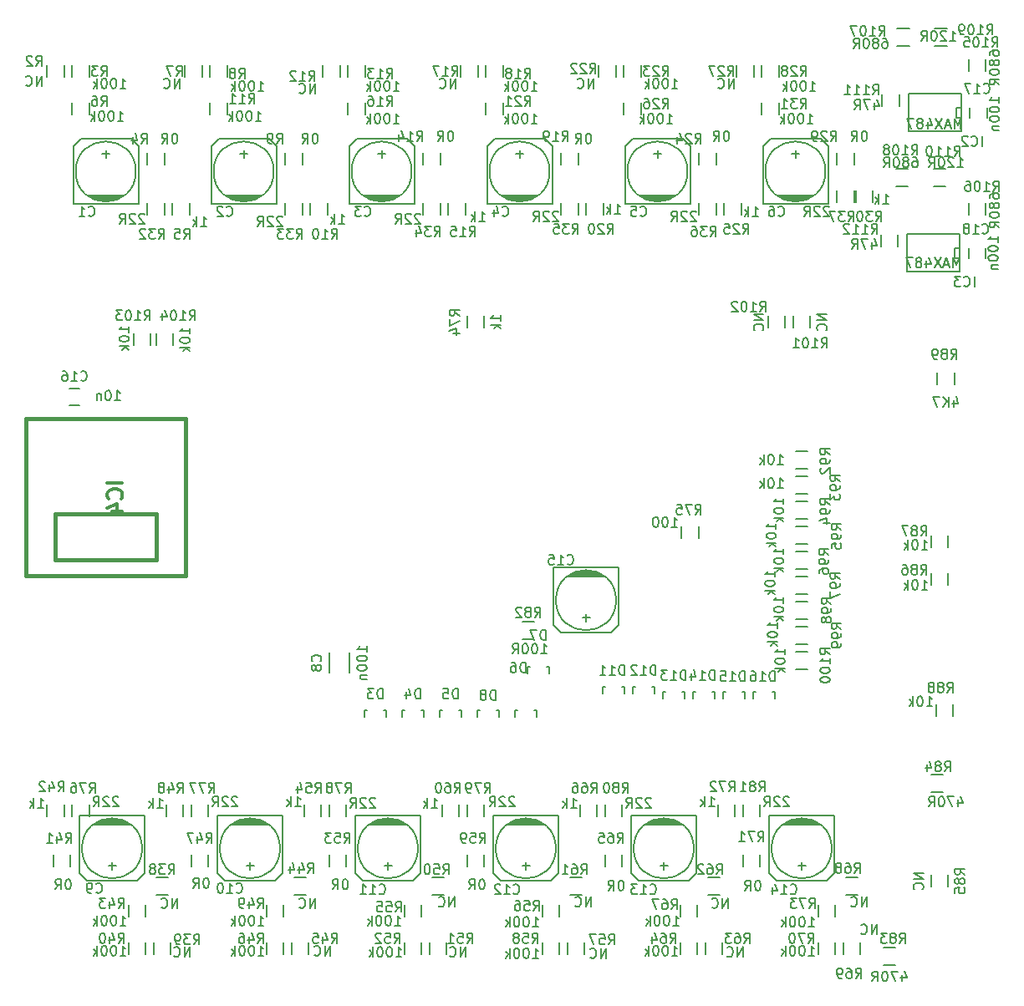
<source format=gbr>
G04 #@! TF.FileFunction,Legend,Bot*
%FSLAX46Y46*%
G04 Gerber Fmt 4.6, Leading zero omitted, Abs format (unit mm)*
G04 Created by KiCad (PCBNEW (2014-12-08 BZR 5317)-product) date mar. 23 déc. 2014 08:50:27 CET*
%MOMM*%
G01*
G04 APERTURE LIST*
%ADD10C,0.150000*%
%ADD11C,0.381000*%
%ADD12C,0.304800*%
G04 APERTURE END LIST*
D10*
X123317000Y-51181000D02*
X121793000Y-51181000D01*
X121412000Y-51054000D02*
X123698000Y-51054000D01*
X123952000Y-50927000D02*
X121158000Y-50927000D01*
X120904000Y-50800000D02*
X124206000Y-50800000D01*
X124333000Y-50673000D02*
X120777000Y-50673000D01*
X125603000Y-48260000D02*
G75*
G03X125603000Y-48260000I-3048000J0D01*
G01*
X125857000Y-51562000D02*
X119253000Y-51562000D01*
X119253000Y-51562000D02*
X119253000Y-45720000D01*
X119253000Y-45720000D02*
X120015000Y-44958000D01*
X120015000Y-44958000D02*
X125095000Y-44958000D01*
X125095000Y-44958000D02*
X125857000Y-45720000D01*
X125857000Y-45720000D02*
X125857000Y-51562000D01*
X122555000Y-46101000D02*
X122555000Y-46863000D01*
X122936000Y-46482000D02*
X122174000Y-46482000D01*
X137287000Y-51181000D02*
X135763000Y-51181000D01*
X135382000Y-51054000D02*
X137668000Y-51054000D01*
X137922000Y-50927000D02*
X135128000Y-50927000D01*
X134874000Y-50800000D02*
X138176000Y-50800000D01*
X138303000Y-50673000D02*
X134747000Y-50673000D01*
X139573000Y-48260000D02*
G75*
G03X139573000Y-48260000I-3048000J0D01*
G01*
X139827000Y-51562000D02*
X133223000Y-51562000D01*
X133223000Y-51562000D02*
X133223000Y-45720000D01*
X133223000Y-45720000D02*
X133985000Y-44958000D01*
X133985000Y-44958000D02*
X139065000Y-44958000D01*
X139065000Y-44958000D02*
X139827000Y-45720000D01*
X139827000Y-45720000D02*
X139827000Y-51562000D01*
X136525000Y-46101000D02*
X136525000Y-46863000D01*
X136906000Y-46482000D02*
X136144000Y-46482000D01*
X151257000Y-51181000D02*
X149733000Y-51181000D01*
X149352000Y-51054000D02*
X151638000Y-51054000D01*
X151892000Y-50927000D02*
X149098000Y-50927000D01*
X148844000Y-50800000D02*
X152146000Y-50800000D01*
X152273000Y-50673000D02*
X148717000Y-50673000D01*
X153543000Y-48260000D02*
G75*
G03X153543000Y-48260000I-3048000J0D01*
G01*
X153797000Y-51562000D02*
X147193000Y-51562000D01*
X147193000Y-51562000D02*
X147193000Y-45720000D01*
X147193000Y-45720000D02*
X147955000Y-44958000D01*
X147955000Y-44958000D02*
X153035000Y-44958000D01*
X153035000Y-44958000D02*
X153797000Y-45720000D01*
X153797000Y-45720000D02*
X153797000Y-51562000D01*
X150495000Y-46101000D02*
X150495000Y-46863000D01*
X150876000Y-46482000D02*
X150114000Y-46482000D01*
X165227000Y-51181000D02*
X163703000Y-51181000D01*
X163322000Y-51054000D02*
X165608000Y-51054000D01*
X165862000Y-50927000D02*
X163068000Y-50927000D01*
X162814000Y-50800000D02*
X166116000Y-50800000D01*
X166243000Y-50673000D02*
X162687000Y-50673000D01*
X167513000Y-48260000D02*
G75*
G03X167513000Y-48260000I-3048000J0D01*
G01*
X167767000Y-51562000D02*
X161163000Y-51562000D01*
X161163000Y-51562000D02*
X161163000Y-45720000D01*
X161163000Y-45720000D02*
X161925000Y-44958000D01*
X161925000Y-44958000D02*
X167005000Y-44958000D01*
X167005000Y-44958000D02*
X167767000Y-45720000D01*
X167767000Y-45720000D02*
X167767000Y-51562000D01*
X164465000Y-46101000D02*
X164465000Y-46863000D01*
X164846000Y-46482000D02*
X164084000Y-46482000D01*
X179197000Y-51181000D02*
X177673000Y-51181000D01*
X177292000Y-51054000D02*
X179578000Y-51054000D01*
X179832000Y-50927000D02*
X177038000Y-50927000D01*
X176784000Y-50800000D02*
X180086000Y-50800000D01*
X180213000Y-50673000D02*
X176657000Y-50673000D01*
X181483000Y-48260000D02*
G75*
G03X181483000Y-48260000I-3048000J0D01*
G01*
X181737000Y-51562000D02*
X175133000Y-51562000D01*
X175133000Y-51562000D02*
X175133000Y-45720000D01*
X175133000Y-45720000D02*
X175895000Y-44958000D01*
X175895000Y-44958000D02*
X180975000Y-44958000D01*
X180975000Y-44958000D02*
X181737000Y-45720000D01*
X181737000Y-45720000D02*
X181737000Y-51562000D01*
X178435000Y-46101000D02*
X178435000Y-46863000D01*
X178816000Y-46482000D02*
X178054000Y-46482000D01*
X193167000Y-51181000D02*
X191643000Y-51181000D01*
X191262000Y-51054000D02*
X193548000Y-51054000D01*
X193802000Y-50927000D02*
X191008000Y-50927000D01*
X190754000Y-50800000D02*
X194056000Y-50800000D01*
X194183000Y-50673000D02*
X190627000Y-50673000D01*
X195453000Y-48260000D02*
G75*
G03X195453000Y-48260000I-3048000J0D01*
G01*
X195707000Y-51562000D02*
X189103000Y-51562000D01*
X189103000Y-51562000D02*
X189103000Y-45720000D01*
X189103000Y-45720000D02*
X189865000Y-44958000D01*
X189865000Y-44958000D02*
X194945000Y-44958000D01*
X194945000Y-44958000D02*
X195707000Y-45720000D01*
X195707000Y-45720000D02*
X195707000Y-51562000D01*
X192405000Y-46101000D02*
X192405000Y-46863000D01*
X192786000Y-46482000D02*
X192024000Y-46482000D01*
X122428000Y-113919000D02*
X123952000Y-113919000D01*
X124333000Y-114046000D02*
X122047000Y-114046000D01*
X121793000Y-114173000D02*
X124587000Y-114173000D01*
X124841000Y-114300000D02*
X121539000Y-114300000D01*
X121412000Y-114427000D02*
X124968000Y-114427000D01*
X126238000Y-116840000D02*
G75*
G03X126238000Y-116840000I-3048000J0D01*
G01*
X119888000Y-113538000D02*
X126492000Y-113538000D01*
X126492000Y-113538000D02*
X126492000Y-119380000D01*
X126492000Y-119380000D02*
X125730000Y-120142000D01*
X125730000Y-120142000D02*
X120650000Y-120142000D01*
X120650000Y-120142000D02*
X119888000Y-119380000D01*
X119888000Y-119380000D02*
X119888000Y-113538000D01*
X123190000Y-118999000D02*
X123190000Y-118237000D01*
X122809000Y-118618000D02*
X123571000Y-118618000D01*
X136398000Y-113919000D02*
X137922000Y-113919000D01*
X138303000Y-114046000D02*
X136017000Y-114046000D01*
X135763000Y-114173000D02*
X138557000Y-114173000D01*
X138811000Y-114300000D02*
X135509000Y-114300000D01*
X135382000Y-114427000D02*
X138938000Y-114427000D01*
X140208000Y-116840000D02*
G75*
G03X140208000Y-116840000I-3048000J0D01*
G01*
X133858000Y-113538000D02*
X140462000Y-113538000D01*
X140462000Y-113538000D02*
X140462000Y-119380000D01*
X140462000Y-119380000D02*
X139700000Y-120142000D01*
X139700000Y-120142000D02*
X134620000Y-120142000D01*
X134620000Y-120142000D02*
X133858000Y-119380000D01*
X133858000Y-119380000D02*
X133858000Y-113538000D01*
X137160000Y-118999000D02*
X137160000Y-118237000D01*
X136779000Y-118618000D02*
X137541000Y-118618000D01*
X150368000Y-113919000D02*
X151892000Y-113919000D01*
X152273000Y-114046000D02*
X149987000Y-114046000D01*
X149733000Y-114173000D02*
X152527000Y-114173000D01*
X152781000Y-114300000D02*
X149479000Y-114300000D01*
X149352000Y-114427000D02*
X152908000Y-114427000D01*
X154178000Y-116840000D02*
G75*
G03X154178000Y-116840000I-3048000J0D01*
G01*
X147828000Y-113538000D02*
X154432000Y-113538000D01*
X154432000Y-113538000D02*
X154432000Y-119380000D01*
X154432000Y-119380000D02*
X153670000Y-120142000D01*
X153670000Y-120142000D02*
X148590000Y-120142000D01*
X148590000Y-120142000D02*
X147828000Y-119380000D01*
X147828000Y-119380000D02*
X147828000Y-113538000D01*
X151130000Y-118999000D02*
X151130000Y-118237000D01*
X150749000Y-118618000D02*
X151511000Y-118618000D01*
X164338000Y-113919000D02*
X165862000Y-113919000D01*
X166243000Y-114046000D02*
X163957000Y-114046000D01*
X163703000Y-114173000D02*
X166497000Y-114173000D01*
X166751000Y-114300000D02*
X163449000Y-114300000D01*
X163322000Y-114427000D02*
X166878000Y-114427000D01*
X168148000Y-116840000D02*
G75*
G03X168148000Y-116840000I-3048000J0D01*
G01*
X161798000Y-113538000D02*
X168402000Y-113538000D01*
X168402000Y-113538000D02*
X168402000Y-119380000D01*
X168402000Y-119380000D02*
X167640000Y-120142000D01*
X167640000Y-120142000D02*
X162560000Y-120142000D01*
X162560000Y-120142000D02*
X161798000Y-119380000D01*
X161798000Y-119380000D02*
X161798000Y-113538000D01*
X165100000Y-118999000D02*
X165100000Y-118237000D01*
X164719000Y-118618000D02*
X165481000Y-118618000D01*
X178308000Y-113919000D02*
X179832000Y-113919000D01*
X180213000Y-114046000D02*
X177927000Y-114046000D01*
X177673000Y-114173000D02*
X180467000Y-114173000D01*
X180721000Y-114300000D02*
X177419000Y-114300000D01*
X177292000Y-114427000D02*
X180848000Y-114427000D01*
X182118000Y-116840000D02*
G75*
G03X182118000Y-116840000I-3048000J0D01*
G01*
X175768000Y-113538000D02*
X182372000Y-113538000D01*
X182372000Y-113538000D02*
X182372000Y-119380000D01*
X182372000Y-119380000D02*
X181610000Y-120142000D01*
X181610000Y-120142000D02*
X176530000Y-120142000D01*
X176530000Y-120142000D02*
X175768000Y-119380000D01*
X175768000Y-119380000D02*
X175768000Y-113538000D01*
X179070000Y-118999000D02*
X179070000Y-118237000D01*
X178689000Y-118618000D02*
X179451000Y-118618000D01*
X192278000Y-113919000D02*
X193802000Y-113919000D01*
X194183000Y-114046000D02*
X191897000Y-114046000D01*
X191643000Y-114173000D02*
X194437000Y-114173000D01*
X194691000Y-114300000D02*
X191389000Y-114300000D01*
X191262000Y-114427000D02*
X194818000Y-114427000D01*
X196088000Y-116840000D02*
G75*
G03X196088000Y-116840000I-3048000J0D01*
G01*
X189738000Y-113538000D02*
X196342000Y-113538000D01*
X196342000Y-113538000D02*
X196342000Y-119380000D01*
X196342000Y-119380000D02*
X195580000Y-120142000D01*
X195580000Y-120142000D02*
X190500000Y-120142000D01*
X190500000Y-120142000D02*
X189738000Y-119380000D01*
X189738000Y-119380000D02*
X189738000Y-113538000D01*
X193040000Y-118999000D02*
X193040000Y-118237000D01*
X192659000Y-118618000D02*
X193421000Y-118618000D01*
X170434000Y-88773000D02*
X171958000Y-88773000D01*
X172339000Y-88900000D02*
X170053000Y-88900000D01*
X169799000Y-89027000D02*
X172593000Y-89027000D01*
X172847000Y-89154000D02*
X169545000Y-89154000D01*
X169418000Y-89281000D02*
X172974000Y-89281000D01*
X174244000Y-91694000D02*
G75*
G03X174244000Y-91694000I-3048000J0D01*
G01*
X167894000Y-88392000D02*
X174498000Y-88392000D01*
X174498000Y-88392000D02*
X174498000Y-94234000D01*
X174498000Y-94234000D02*
X173736000Y-94996000D01*
X173736000Y-94996000D02*
X168656000Y-94996000D01*
X168656000Y-94996000D02*
X167894000Y-94234000D01*
X167894000Y-94234000D02*
X167894000Y-88392000D01*
X171196000Y-93853000D02*
X171196000Y-93091000D01*
X170815000Y-93472000D02*
X171577000Y-93472000D01*
X209169000Y-44069000D02*
X209169000Y-44196000D01*
X209169000Y-44196000D02*
X203835000Y-44196000D01*
X203835000Y-40386000D02*
X209169000Y-40386000D01*
X209169000Y-40386000D02*
X209169000Y-44069000D01*
X209169000Y-41783000D02*
X208661000Y-41783000D01*
X208661000Y-41783000D02*
X208661000Y-42799000D01*
X208661000Y-42799000D02*
X209169000Y-42799000D01*
X203835000Y-40386000D02*
X203835000Y-44196000D01*
X209042000Y-58293000D02*
X209042000Y-58420000D01*
X209042000Y-58420000D02*
X203708000Y-58420000D01*
X203708000Y-54610000D02*
X209042000Y-54610000D01*
X209042000Y-54610000D02*
X209042000Y-58293000D01*
X209042000Y-56007000D02*
X208534000Y-56007000D01*
X208534000Y-56007000D02*
X208534000Y-57023000D01*
X208534000Y-57023000D02*
X209042000Y-57023000D01*
X203708000Y-54610000D02*
X203708000Y-58420000D01*
X145215500Y-99044000D02*
X145215500Y-97044000D01*
X147265500Y-97044000D02*
X147265500Y-99044000D01*
X118880000Y-70270000D02*
X119880000Y-70270000D01*
X119880000Y-71970000D02*
X118880000Y-71970000D01*
X210097000Y-42791000D02*
X210097000Y-41791000D01*
X211797000Y-41791000D02*
X211797000Y-42791000D01*
X209970000Y-57015000D02*
X209970000Y-56015000D01*
X211670000Y-56015000D02*
X211670000Y-57015000D01*
X148960840Y-102854760D02*
X149009100Y-102854760D01*
X150959820Y-103555800D02*
X150959820Y-102854760D01*
X150959820Y-102854760D02*
X150710900Y-102854760D01*
X148960840Y-102854760D02*
X148760180Y-102854760D01*
X148760180Y-102854760D02*
X148760180Y-103555800D01*
X152770840Y-102854760D02*
X152819100Y-102854760D01*
X154769820Y-103555800D02*
X154769820Y-102854760D01*
X154769820Y-102854760D02*
X154520900Y-102854760D01*
X152770840Y-102854760D02*
X152570180Y-102854760D01*
X152570180Y-102854760D02*
X152570180Y-103555800D01*
X156580840Y-102854760D02*
X156629100Y-102854760D01*
X158579820Y-103555800D02*
X158579820Y-102854760D01*
X158579820Y-102854760D02*
X158330900Y-102854760D01*
X156580840Y-102854760D02*
X156380180Y-102854760D01*
X156380180Y-102854760D02*
X156380180Y-103555800D01*
X164200840Y-102854760D02*
X164249100Y-102854760D01*
X166199820Y-103555800D02*
X166199820Y-102854760D01*
X166199820Y-102854760D02*
X165950900Y-102854760D01*
X164200840Y-102854760D02*
X164000180Y-102854760D01*
X164000180Y-102854760D02*
X164000180Y-103555800D01*
X165470840Y-98409760D02*
X165519100Y-98409760D01*
X167469820Y-99110800D02*
X167469820Y-98409760D01*
X167469820Y-98409760D02*
X167220900Y-98409760D01*
X165470840Y-98409760D02*
X165270180Y-98409760D01*
X165270180Y-98409760D02*
X165270180Y-99110800D01*
X160390840Y-102854760D02*
X160439100Y-102854760D01*
X162389820Y-103555800D02*
X162389820Y-102854760D01*
X162389820Y-102854760D02*
X162140900Y-102854760D01*
X160390840Y-102854760D02*
X160190180Y-102854760D01*
X160190180Y-102854760D02*
X160190180Y-103555800D01*
X173090840Y-100441760D02*
X173139100Y-100441760D01*
X175089820Y-101142800D02*
X175089820Y-100441760D01*
X175089820Y-100441760D02*
X174840900Y-100441760D01*
X173090840Y-100441760D02*
X172890180Y-100441760D01*
X172890180Y-100441760D02*
X172890180Y-101142800D01*
X176138840Y-100441760D02*
X176187100Y-100441760D01*
X178137820Y-101142800D02*
X178137820Y-100441760D01*
X178137820Y-100441760D02*
X177888900Y-100441760D01*
X176138840Y-100441760D02*
X175938180Y-100441760D01*
X175938180Y-100441760D02*
X175938180Y-101142800D01*
X179186840Y-100949760D02*
X179235100Y-100949760D01*
X181185820Y-101650800D02*
X181185820Y-100949760D01*
X181185820Y-100949760D02*
X180936900Y-100949760D01*
X179186840Y-100949760D02*
X178986180Y-100949760D01*
X178986180Y-100949760D02*
X178986180Y-101650800D01*
X182234840Y-100949760D02*
X182283100Y-100949760D01*
X184233820Y-101650800D02*
X184233820Y-100949760D01*
X184233820Y-100949760D02*
X183984900Y-100949760D01*
X182234840Y-100949760D02*
X182034180Y-100949760D01*
X182034180Y-100949760D02*
X182034180Y-101650800D01*
X185282840Y-100949760D02*
X185331100Y-100949760D01*
X187281820Y-101650800D02*
X187281820Y-100949760D01*
X187281820Y-100949760D02*
X187032900Y-100949760D01*
X185282840Y-100949760D02*
X185082180Y-100949760D01*
X185082180Y-100949760D02*
X185082180Y-101650800D01*
X188330840Y-100949760D02*
X188379100Y-100949760D01*
X190329820Y-101650800D02*
X190329820Y-100949760D01*
X190329820Y-100949760D02*
X190080900Y-100949760D01*
X188330840Y-100949760D02*
X188130180Y-100949760D01*
X188130180Y-100949760D02*
X188130180Y-101650800D01*
X116600000Y-37500000D02*
X116600000Y-38700000D01*
X118350000Y-38700000D02*
X118350000Y-37500000D01*
X119140000Y-37500000D02*
X119140000Y-38700000D01*
X120890000Y-38700000D02*
X120890000Y-37500000D01*
X128510000Y-47590000D02*
X128510000Y-46390000D01*
X126760000Y-46390000D02*
X126760000Y-47590000D01*
X126760000Y-51470000D02*
X126760000Y-52670000D01*
X128510000Y-52670000D02*
X128510000Y-51470000D01*
X120890000Y-42510000D02*
X120890000Y-41310000D01*
X119140000Y-41310000D02*
X119140000Y-42510000D01*
X130570000Y-37500000D02*
X130570000Y-38700000D01*
X132320000Y-38700000D02*
X132320000Y-37500000D01*
X133110000Y-37500000D02*
X133110000Y-38700000D01*
X134860000Y-38700000D02*
X134860000Y-37500000D01*
X142480000Y-47590000D02*
X142480000Y-46390000D01*
X140730000Y-46390000D02*
X140730000Y-47590000D01*
X140730000Y-51470000D02*
X140730000Y-52670000D01*
X142480000Y-52670000D02*
X142480000Y-51470000D01*
X134860000Y-42510000D02*
X134860000Y-41310000D01*
X133110000Y-41310000D02*
X133110000Y-42510000D01*
X144540000Y-37500000D02*
X144540000Y-38700000D01*
X146290000Y-38700000D02*
X146290000Y-37500000D01*
X147080000Y-37500000D02*
X147080000Y-38700000D01*
X148830000Y-38700000D02*
X148830000Y-37500000D01*
X156450000Y-47590000D02*
X156450000Y-46390000D01*
X154700000Y-46390000D02*
X154700000Y-47590000D01*
X154700000Y-51470000D02*
X154700000Y-52670000D01*
X156450000Y-52670000D02*
X156450000Y-51470000D01*
X148830000Y-42510000D02*
X148830000Y-41310000D01*
X147080000Y-41310000D02*
X147080000Y-42510000D01*
X158510000Y-37500000D02*
X158510000Y-38700000D01*
X160260000Y-38700000D02*
X160260000Y-37500000D01*
X161050000Y-37500000D02*
X161050000Y-38700000D01*
X162800000Y-38700000D02*
X162800000Y-37500000D01*
X170420000Y-47590000D02*
X170420000Y-46390000D01*
X168670000Y-46390000D02*
X168670000Y-47590000D01*
X168670000Y-51470000D02*
X168670000Y-52670000D01*
X170420000Y-52670000D02*
X170420000Y-51470000D01*
X162800000Y-42510000D02*
X162800000Y-41310000D01*
X161050000Y-41310000D02*
X161050000Y-42510000D01*
X172480000Y-37500000D02*
X172480000Y-38700000D01*
X174230000Y-38700000D02*
X174230000Y-37500000D01*
X175020000Y-37500000D02*
X175020000Y-38700000D01*
X176770000Y-38700000D02*
X176770000Y-37500000D01*
X184390000Y-47590000D02*
X184390000Y-46390000D01*
X182640000Y-46390000D02*
X182640000Y-47590000D01*
X182640000Y-51470000D02*
X182640000Y-52670000D01*
X184390000Y-52670000D02*
X184390000Y-51470000D01*
X176770000Y-42510000D02*
X176770000Y-41310000D01*
X175020000Y-41310000D02*
X175020000Y-42510000D01*
X186450000Y-37500000D02*
X186450000Y-38700000D01*
X188200000Y-38700000D02*
X188200000Y-37500000D01*
X188990000Y-37500000D02*
X188990000Y-38700000D01*
X190740000Y-38700000D02*
X190740000Y-37500000D01*
X198360000Y-47590000D02*
X198360000Y-46390000D01*
X196610000Y-46390000D02*
X196610000Y-47590000D01*
X196610000Y-50200000D02*
X196610000Y-51400000D01*
X198360000Y-51400000D02*
X198360000Y-50200000D01*
X190740000Y-42510000D02*
X190740000Y-41310000D01*
X188990000Y-41310000D02*
X188990000Y-42510000D01*
X131050000Y-52670000D02*
X131050000Y-51470000D01*
X129300000Y-51470000D02*
X129300000Y-52670000D01*
X145020000Y-52670000D02*
X145020000Y-51470000D01*
X143270000Y-51470000D02*
X143270000Y-52670000D01*
X158990000Y-52670000D02*
X158990000Y-51470000D01*
X157240000Y-51470000D02*
X157240000Y-52670000D01*
X172960000Y-52670000D02*
X172960000Y-51470000D01*
X171210000Y-51470000D02*
X171210000Y-52670000D01*
X186930000Y-52670000D02*
X186930000Y-51470000D01*
X185180000Y-51470000D02*
X185180000Y-52670000D01*
X200265000Y-51400000D02*
X200265000Y-50200000D01*
X198515000Y-50200000D02*
X198515000Y-51400000D01*
X128870000Y-119775000D02*
X127670000Y-119775000D01*
X127670000Y-121525000D02*
X128870000Y-121525000D01*
X129145000Y-127600000D02*
X129145000Y-126400000D01*
X127395000Y-126400000D02*
X127395000Y-127600000D01*
X126605000Y-127600000D02*
X126605000Y-126400000D01*
X124855000Y-126400000D02*
X124855000Y-127600000D01*
X117235000Y-117510000D02*
X117235000Y-118710000D01*
X118985000Y-118710000D02*
X118985000Y-117510000D01*
X120890000Y-113630000D02*
X120890000Y-112430000D01*
X119140000Y-112430000D02*
X119140000Y-113630000D01*
X124855000Y-122590000D02*
X124855000Y-123790000D01*
X126605000Y-123790000D02*
X126605000Y-122590000D01*
X142840000Y-119775000D02*
X141640000Y-119775000D01*
X141640000Y-121525000D02*
X142840000Y-121525000D01*
X143115000Y-127600000D02*
X143115000Y-126400000D01*
X141365000Y-126400000D02*
X141365000Y-127600000D01*
X140575000Y-127600000D02*
X140575000Y-126400000D01*
X138825000Y-126400000D02*
X138825000Y-127600000D01*
X131205000Y-117510000D02*
X131205000Y-118710000D01*
X132955000Y-118710000D02*
X132955000Y-117510000D01*
X132955000Y-113630000D02*
X132955000Y-112430000D01*
X131205000Y-112430000D02*
X131205000Y-113630000D01*
X138825000Y-122590000D02*
X138825000Y-123790000D01*
X140575000Y-123790000D02*
X140575000Y-122590000D01*
X156810000Y-119775000D02*
X155610000Y-119775000D01*
X155610000Y-121525000D02*
X156810000Y-121525000D01*
X157085000Y-127600000D02*
X157085000Y-126400000D01*
X155335000Y-126400000D02*
X155335000Y-127600000D01*
X154545000Y-127600000D02*
X154545000Y-126400000D01*
X152795000Y-126400000D02*
X152795000Y-127600000D01*
X145175000Y-117510000D02*
X145175000Y-118710000D01*
X146925000Y-118710000D02*
X146925000Y-117510000D01*
X146925000Y-113630000D02*
X146925000Y-112430000D01*
X145175000Y-112430000D02*
X145175000Y-113630000D01*
X152795000Y-122590000D02*
X152795000Y-123790000D01*
X154545000Y-123790000D02*
X154545000Y-122590000D01*
X170780000Y-119775000D02*
X169580000Y-119775000D01*
X169580000Y-121525000D02*
X170780000Y-121525000D01*
X171055000Y-127600000D02*
X171055000Y-126400000D01*
X169305000Y-126400000D02*
X169305000Y-127600000D01*
X168515000Y-127600000D02*
X168515000Y-126400000D01*
X166765000Y-126400000D02*
X166765000Y-127600000D01*
X159145000Y-117510000D02*
X159145000Y-118710000D01*
X160895000Y-118710000D02*
X160895000Y-117510000D01*
X160895000Y-113630000D02*
X160895000Y-112430000D01*
X159145000Y-112430000D02*
X159145000Y-113630000D01*
X166765000Y-122590000D02*
X166765000Y-123790000D01*
X168515000Y-123790000D02*
X168515000Y-122590000D01*
X184750000Y-119775000D02*
X183550000Y-119775000D01*
X183550000Y-121525000D02*
X184750000Y-121525000D01*
X185025000Y-127600000D02*
X185025000Y-126400000D01*
X183275000Y-126400000D02*
X183275000Y-127600000D01*
X182485000Y-127600000D02*
X182485000Y-126400000D01*
X180735000Y-126400000D02*
X180735000Y-127600000D01*
X173115000Y-117510000D02*
X173115000Y-118710000D01*
X174865000Y-118710000D02*
X174865000Y-117510000D01*
X174865000Y-113630000D02*
X174865000Y-112430000D01*
X173115000Y-112430000D02*
X173115000Y-113630000D01*
X180735000Y-122590000D02*
X180735000Y-123790000D01*
X182485000Y-123790000D02*
X182485000Y-122590000D01*
X198720000Y-119775000D02*
X197520000Y-119775000D01*
X197520000Y-121525000D02*
X198720000Y-121525000D01*
X198995000Y-127600000D02*
X198995000Y-126400000D01*
X197245000Y-126400000D02*
X197245000Y-127600000D01*
X196455000Y-127600000D02*
X196455000Y-126400000D01*
X194705000Y-126400000D02*
X194705000Y-127600000D01*
X187085000Y-117510000D02*
X187085000Y-118710000D01*
X188835000Y-118710000D02*
X188835000Y-117510000D01*
X188835000Y-113630000D02*
X188835000Y-112430000D01*
X187085000Y-112430000D02*
X187085000Y-113630000D01*
X194705000Y-122590000D02*
X194705000Y-123790000D01*
X196455000Y-123790000D02*
X196455000Y-122590000D01*
X160895000Y-64100000D02*
X160895000Y-62900000D01*
X159145000Y-62900000D02*
X159145000Y-64100000D01*
X180862000Y-84236000D02*
X180862000Y-85436000D01*
X182612000Y-85436000D02*
X182612000Y-84236000D01*
X116600000Y-112430000D02*
X116600000Y-113630000D01*
X118350000Y-113630000D02*
X118350000Y-112430000D01*
X128665000Y-112430000D02*
X128665000Y-113630000D01*
X130415000Y-113630000D02*
X130415000Y-112430000D01*
X142635000Y-112430000D02*
X142635000Y-113630000D01*
X144385000Y-113630000D02*
X144385000Y-112430000D01*
X156605000Y-112430000D02*
X156605000Y-113630000D01*
X158355000Y-113630000D02*
X158355000Y-112430000D01*
X170575000Y-112430000D02*
X170575000Y-113630000D01*
X172325000Y-113630000D02*
X172325000Y-112430000D01*
X184545000Y-112430000D02*
X184545000Y-113630000D01*
X186295000Y-113630000D02*
X186295000Y-112430000D01*
X165954000Y-93867000D02*
X164754000Y-93867000D01*
X164754000Y-95617000D02*
X165954000Y-95617000D01*
X201330000Y-128637000D02*
X202530000Y-128637000D01*
X202530000Y-126887000D02*
X201330000Y-126887000D01*
X207356000Y-109361000D02*
X206156000Y-109361000D01*
X206156000Y-111111000D02*
X207356000Y-111111000D01*
X206135000Y-119542000D02*
X206135000Y-120742000D01*
X207885000Y-120742000D02*
X207885000Y-119542000D01*
X207885000Y-90135000D02*
X207885000Y-88935000D01*
X206135000Y-88935000D02*
X206135000Y-90135000D01*
X207885000Y-86325000D02*
X207885000Y-85125000D01*
X206135000Y-85125000D02*
X206135000Y-86325000D01*
X206643000Y-102270000D02*
X206643000Y-103470000D01*
X208393000Y-103470000D02*
X208393000Y-102270000D01*
X206770000Y-68615000D02*
X206770000Y-69815000D01*
X208520000Y-69815000D02*
X208520000Y-68615000D01*
X193640000Y-76595000D02*
X192440000Y-76595000D01*
X192440000Y-78345000D02*
X193640000Y-78345000D01*
X193640000Y-79135000D02*
X192440000Y-79135000D01*
X192440000Y-80885000D02*
X193640000Y-80885000D01*
X193640000Y-81675000D02*
X192440000Y-81675000D01*
X192440000Y-83425000D02*
X193640000Y-83425000D01*
X193640000Y-84215000D02*
X192440000Y-84215000D01*
X192440000Y-85965000D02*
X193640000Y-85965000D01*
X193640000Y-86755000D02*
X192440000Y-86755000D01*
X192440000Y-88505000D02*
X193640000Y-88505000D01*
X193640000Y-89295000D02*
X192440000Y-89295000D01*
X192440000Y-91045000D02*
X193640000Y-91045000D01*
X193640000Y-91835000D02*
X192440000Y-91835000D01*
X192440000Y-93585000D02*
X193640000Y-93585000D01*
X193640000Y-94375000D02*
X192440000Y-94375000D01*
X192440000Y-96125000D02*
X193640000Y-96125000D01*
X193640000Y-96915000D02*
X192440000Y-96915000D01*
X192440000Y-98665000D02*
X193640000Y-98665000D01*
X193915000Y-64100000D02*
X193915000Y-62900000D01*
X192165000Y-62900000D02*
X192165000Y-64100000D01*
X191375000Y-64100000D02*
X191375000Y-62900000D01*
X189625000Y-62900000D02*
X189625000Y-64100000D01*
X127113000Y-65878000D02*
X127113000Y-64678000D01*
X125363000Y-64678000D02*
X125363000Y-65878000D01*
X129399000Y-65878000D02*
X129399000Y-64678000D01*
X127649000Y-64678000D02*
X127649000Y-65878000D01*
X209945000Y-36865000D02*
X209945000Y-38065000D01*
X211695000Y-38065000D02*
X211695000Y-36865000D01*
X209945000Y-51470000D02*
X209945000Y-52670000D01*
X211695000Y-52670000D02*
X211695000Y-51470000D01*
X203927000Y-33796000D02*
X202727000Y-33796000D01*
X202727000Y-35546000D02*
X203927000Y-35546000D01*
X203800000Y-48020000D02*
X202600000Y-48020000D01*
X202600000Y-49770000D02*
X203800000Y-49770000D01*
X206537000Y-35546000D02*
X207737000Y-35546000D01*
X207737000Y-33796000D02*
X206537000Y-33796000D01*
X206410000Y-49770000D02*
X207610000Y-49770000D01*
X207610000Y-48020000D02*
X206410000Y-48020000D01*
X202932000Y-41621000D02*
X202932000Y-40421000D01*
X201182000Y-40421000D02*
X201182000Y-41621000D01*
X202805000Y-55845000D02*
X202805000Y-54645000D01*
X201055000Y-54645000D02*
X201055000Y-55845000D01*
D11*
X117454680Y-87579200D02*
X127655320Y-87579200D01*
X127655320Y-87579200D02*
X127655320Y-82979260D01*
X127655320Y-82979260D02*
X117454680Y-82979260D01*
X117454680Y-82979260D02*
X117454680Y-87579200D01*
X130604260Y-89230200D02*
X130604260Y-73329800D01*
X130604260Y-73329800D02*
X114505740Y-73279000D01*
X114505740Y-73279000D02*
X114505740Y-89230200D01*
X114505740Y-89230200D02*
X130604260Y-89230200D01*
D10*
X120816666Y-52681143D02*
X120864285Y-52728762D01*
X121007142Y-52776381D01*
X121102380Y-52776381D01*
X121245238Y-52728762D01*
X121340476Y-52633524D01*
X121388095Y-52538286D01*
X121435714Y-52347810D01*
X121435714Y-52204952D01*
X121388095Y-52014476D01*
X121340476Y-51919238D01*
X121245238Y-51824000D01*
X121102380Y-51776381D01*
X121007142Y-51776381D01*
X120864285Y-51824000D01*
X120816666Y-51871619D01*
X119864285Y-52776381D02*
X120435714Y-52776381D01*
X120150000Y-52776381D02*
X120150000Y-51776381D01*
X120245238Y-51919238D01*
X120340476Y-52014476D01*
X120435714Y-52062095D01*
X134786666Y-52681143D02*
X134834285Y-52728762D01*
X134977142Y-52776381D01*
X135072380Y-52776381D01*
X135215238Y-52728762D01*
X135310476Y-52633524D01*
X135358095Y-52538286D01*
X135405714Y-52347810D01*
X135405714Y-52204952D01*
X135358095Y-52014476D01*
X135310476Y-51919238D01*
X135215238Y-51824000D01*
X135072380Y-51776381D01*
X134977142Y-51776381D01*
X134834285Y-51824000D01*
X134786666Y-51871619D01*
X134405714Y-51871619D02*
X134358095Y-51824000D01*
X134262857Y-51776381D01*
X134024761Y-51776381D01*
X133929523Y-51824000D01*
X133881904Y-51871619D01*
X133834285Y-51966857D01*
X133834285Y-52062095D01*
X133881904Y-52204952D01*
X134453333Y-52776381D01*
X133834285Y-52776381D01*
X148756666Y-52681143D02*
X148804285Y-52728762D01*
X148947142Y-52776381D01*
X149042380Y-52776381D01*
X149185238Y-52728762D01*
X149280476Y-52633524D01*
X149328095Y-52538286D01*
X149375714Y-52347810D01*
X149375714Y-52204952D01*
X149328095Y-52014476D01*
X149280476Y-51919238D01*
X149185238Y-51824000D01*
X149042380Y-51776381D01*
X148947142Y-51776381D01*
X148804285Y-51824000D01*
X148756666Y-51871619D01*
X148423333Y-51776381D02*
X147804285Y-51776381D01*
X148137619Y-52157333D01*
X147994761Y-52157333D01*
X147899523Y-52204952D01*
X147851904Y-52252571D01*
X147804285Y-52347810D01*
X147804285Y-52585905D01*
X147851904Y-52681143D01*
X147899523Y-52728762D01*
X147994761Y-52776381D01*
X148280476Y-52776381D01*
X148375714Y-52728762D01*
X148423333Y-52681143D01*
X162726666Y-52681143D02*
X162774285Y-52728762D01*
X162917142Y-52776381D01*
X163012380Y-52776381D01*
X163155238Y-52728762D01*
X163250476Y-52633524D01*
X163298095Y-52538286D01*
X163345714Y-52347810D01*
X163345714Y-52204952D01*
X163298095Y-52014476D01*
X163250476Y-51919238D01*
X163155238Y-51824000D01*
X163012380Y-51776381D01*
X162917142Y-51776381D01*
X162774285Y-51824000D01*
X162726666Y-51871619D01*
X161869523Y-52109714D02*
X161869523Y-52776381D01*
X162107619Y-51728762D02*
X162345714Y-52443048D01*
X161726666Y-52443048D01*
X176696666Y-52681143D02*
X176744285Y-52728762D01*
X176887142Y-52776381D01*
X176982380Y-52776381D01*
X177125238Y-52728762D01*
X177220476Y-52633524D01*
X177268095Y-52538286D01*
X177315714Y-52347810D01*
X177315714Y-52204952D01*
X177268095Y-52014476D01*
X177220476Y-51919238D01*
X177125238Y-51824000D01*
X176982380Y-51776381D01*
X176887142Y-51776381D01*
X176744285Y-51824000D01*
X176696666Y-51871619D01*
X175791904Y-51776381D02*
X176268095Y-51776381D01*
X176315714Y-52252571D01*
X176268095Y-52204952D01*
X176172857Y-52157333D01*
X175934761Y-52157333D01*
X175839523Y-52204952D01*
X175791904Y-52252571D01*
X175744285Y-52347810D01*
X175744285Y-52585905D01*
X175791904Y-52681143D01*
X175839523Y-52728762D01*
X175934761Y-52776381D01*
X176172857Y-52776381D01*
X176268095Y-52728762D01*
X176315714Y-52681143D01*
X190666666Y-52681143D02*
X190714285Y-52728762D01*
X190857142Y-52776381D01*
X190952380Y-52776381D01*
X191095238Y-52728762D01*
X191190476Y-52633524D01*
X191238095Y-52538286D01*
X191285714Y-52347810D01*
X191285714Y-52204952D01*
X191238095Y-52014476D01*
X191190476Y-51919238D01*
X191095238Y-51824000D01*
X190952380Y-51776381D01*
X190857142Y-51776381D01*
X190714285Y-51824000D01*
X190666666Y-51871619D01*
X189809523Y-51776381D02*
X190000000Y-51776381D01*
X190095238Y-51824000D01*
X190142857Y-51871619D01*
X190238095Y-52014476D01*
X190285714Y-52204952D01*
X190285714Y-52585905D01*
X190238095Y-52681143D01*
X190190476Y-52728762D01*
X190095238Y-52776381D01*
X189904761Y-52776381D01*
X189809523Y-52728762D01*
X189761904Y-52681143D01*
X189714285Y-52585905D01*
X189714285Y-52347810D01*
X189761904Y-52252571D01*
X189809523Y-52204952D01*
X189904761Y-52157333D01*
X190095238Y-52157333D01*
X190190476Y-52204952D01*
X190238095Y-52252571D01*
X190285714Y-52347810D01*
X121578666Y-121261143D02*
X121626285Y-121308762D01*
X121769142Y-121356381D01*
X121864380Y-121356381D01*
X122007238Y-121308762D01*
X122102476Y-121213524D01*
X122150095Y-121118286D01*
X122197714Y-120927810D01*
X122197714Y-120784952D01*
X122150095Y-120594476D01*
X122102476Y-120499238D01*
X122007238Y-120404000D01*
X121864380Y-120356381D01*
X121769142Y-120356381D01*
X121626285Y-120404000D01*
X121578666Y-120451619D01*
X121102476Y-121356381D02*
X120912000Y-121356381D01*
X120816761Y-121308762D01*
X120769142Y-121261143D01*
X120673904Y-121118286D01*
X120626285Y-120927810D01*
X120626285Y-120546857D01*
X120673904Y-120451619D01*
X120721523Y-120404000D01*
X120816761Y-120356381D01*
X121007238Y-120356381D01*
X121102476Y-120404000D01*
X121150095Y-120451619D01*
X121197714Y-120546857D01*
X121197714Y-120784952D01*
X121150095Y-120880190D01*
X121102476Y-120927810D01*
X121007238Y-120975429D01*
X120816761Y-120975429D01*
X120721523Y-120927810D01*
X120673904Y-120880190D01*
X120626285Y-120784952D01*
X135770857Y-121261143D02*
X135818476Y-121308762D01*
X135961333Y-121356381D01*
X136056571Y-121356381D01*
X136199429Y-121308762D01*
X136294667Y-121213524D01*
X136342286Y-121118286D01*
X136389905Y-120927810D01*
X136389905Y-120784952D01*
X136342286Y-120594476D01*
X136294667Y-120499238D01*
X136199429Y-120404000D01*
X136056571Y-120356381D01*
X135961333Y-120356381D01*
X135818476Y-120404000D01*
X135770857Y-120451619D01*
X134818476Y-121356381D02*
X135389905Y-121356381D01*
X135104191Y-121356381D02*
X135104191Y-120356381D01*
X135199429Y-120499238D01*
X135294667Y-120594476D01*
X135389905Y-120642095D01*
X134199429Y-120356381D02*
X134104190Y-120356381D01*
X134008952Y-120404000D01*
X133961333Y-120451619D01*
X133913714Y-120546857D01*
X133866095Y-120737333D01*
X133866095Y-120975429D01*
X133913714Y-121165905D01*
X133961333Y-121261143D01*
X134008952Y-121308762D01*
X134104190Y-121356381D01*
X134199429Y-121356381D01*
X134294667Y-121308762D01*
X134342286Y-121261143D01*
X134389905Y-121165905D01*
X134437524Y-120975429D01*
X134437524Y-120737333D01*
X134389905Y-120546857D01*
X134342286Y-120451619D01*
X134294667Y-120404000D01*
X134199429Y-120356381D01*
X150248857Y-121388143D02*
X150296476Y-121435762D01*
X150439333Y-121483381D01*
X150534571Y-121483381D01*
X150677429Y-121435762D01*
X150772667Y-121340524D01*
X150820286Y-121245286D01*
X150867905Y-121054810D01*
X150867905Y-120911952D01*
X150820286Y-120721476D01*
X150772667Y-120626238D01*
X150677429Y-120531000D01*
X150534571Y-120483381D01*
X150439333Y-120483381D01*
X150296476Y-120531000D01*
X150248857Y-120578619D01*
X149296476Y-121483381D02*
X149867905Y-121483381D01*
X149582191Y-121483381D02*
X149582191Y-120483381D01*
X149677429Y-120626238D01*
X149772667Y-120721476D01*
X149867905Y-120769095D01*
X148344095Y-121483381D02*
X148915524Y-121483381D01*
X148629810Y-121483381D02*
X148629810Y-120483381D01*
X148725048Y-120626238D01*
X148820286Y-120721476D01*
X148915524Y-120769095D01*
X163837857Y-121388143D02*
X163885476Y-121435762D01*
X164028333Y-121483381D01*
X164123571Y-121483381D01*
X164266429Y-121435762D01*
X164361667Y-121340524D01*
X164409286Y-121245286D01*
X164456905Y-121054810D01*
X164456905Y-120911952D01*
X164409286Y-120721476D01*
X164361667Y-120626238D01*
X164266429Y-120531000D01*
X164123571Y-120483381D01*
X164028333Y-120483381D01*
X163885476Y-120531000D01*
X163837857Y-120578619D01*
X162885476Y-121483381D02*
X163456905Y-121483381D01*
X163171191Y-121483381D02*
X163171191Y-120483381D01*
X163266429Y-120626238D01*
X163361667Y-120721476D01*
X163456905Y-120769095D01*
X162504524Y-120578619D02*
X162456905Y-120531000D01*
X162361667Y-120483381D01*
X162123571Y-120483381D01*
X162028333Y-120531000D01*
X161980714Y-120578619D01*
X161933095Y-120673857D01*
X161933095Y-120769095D01*
X161980714Y-120911952D01*
X162552143Y-121483381D01*
X161933095Y-121483381D01*
X177680857Y-121388143D02*
X177728476Y-121435762D01*
X177871333Y-121483381D01*
X177966571Y-121483381D01*
X178109429Y-121435762D01*
X178204667Y-121340524D01*
X178252286Y-121245286D01*
X178299905Y-121054810D01*
X178299905Y-120911952D01*
X178252286Y-120721476D01*
X178204667Y-120626238D01*
X178109429Y-120531000D01*
X177966571Y-120483381D01*
X177871333Y-120483381D01*
X177728476Y-120531000D01*
X177680857Y-120578619D01*
X176728476Y-121483381D02*
X177299905Y-121483381D01*
X177014191Y-121483381D02*
X177014191Y-120483381D01*
X177109429Y-120626238D01*
X177204667Y-120721476D01*
X177299905Y-120769095D01*
X176395143Y-120483381D02*
X175776095Y-120483381D01*
X176109429Y-120864333D01*
X175966571Y-120864333D01*
X175871333Y-120911952D01*
X175823714Y-120959571D01*
X175776095Y-121054810D01*
X175776095Y-121292905D01*
X175823714Y-121388143D01*
X175871333Y-121435762D01*
X175966571Y-121483381D01*
X176252286Y-121483381D01*
X176347524Y-121435762D01*
X176395143Y-121388143D01*
X191904857Y-121388143D02*
X191952476Y-121435762D01*
X192095333Y-121483381D01*
X192190571Y-121483381D01*
X192333429Y-121435762D01*
X192428667Y-121340524D01*
X192476286Y-121245286D01*
X192523905Y-121054810D01*
X192523905Y-120911952D01*
X192476286Y-120721476D01*
X192428667Y-120626238D01*
X192333429Y-120531000D01*
X192190571Y-120483381D01*
X192095333Y-120483381D01*
X191952476Y-120531000D01*
X191904857Y-120578619D01*
X190952476Y-121483381D02*
X191523905Y-121483381D01*
X191238191Y-121483381D02*
X191238191Y-120483381D01*
X191333429Y-120626238D01*
X191428667Y-120721476D01*
X191523905Y-120769095D01*
X190095333Y-120816714D02*
X190095333Y-121483381D01*
X190333429Y-120435762D02*
X190571524Y-121150048D01*
X189952476Y-121150048D01*
X169298857Y-87987143D02*
X169346476Y-88034762D01*
X169489333Y-88082381D01*
X169584571Y-88082381D01*
X169727429Y-88034762D01*
X169822667Y-87939524D01*
X169870286Y-87844286D01*
X169917905Y-87653810D01*
X169917905Y-87510952D01*
X169870286Y-87320476D01*
X169822667Y-87225238D01*
X169727429Y-87130000D01*
X169584571Y-87082381D01*
X169489333Y-87082381D01*
X169346476Y-87130000D01*
X169298857Y-87177619D01*
X168346476Y-88082381D02*
X168917905Y-88082381D01*
X168632191Y-88082381D02*
X168632191Y-87082381D01*
X168727429Y-87225238D01*
X168822667Y-87320476D01*
X168917905Y-87368095D01*
X167441714Y-87082381D02*
X167917905Y-87082381D01*
X167965524Y-87558571D01*
X167917905Y-87510952D01*
X167822667Y-87463333D01*
X167584571Y-87463333D01*
X167489333Y-87510952D01*
X167441714Y-87558571D01*
X167394095Y-87653810D01*
X167394095Y-87891905D01*
X167441714Y-87987143D01*
X167489333Y-88034762D01*
X167584571Y-88082381D01*
X167822667Y-88082381D01*
X167917905Y-88034762D01*
X167965524Y-87987143D01*
X211288190Y-45664381D02*
X211288190Y-44664381D01*
X210240571Y-45569143D02*
X210288190Y-45616762D01*
X210431047Y-45664381D01*
X210526285Y-45664381D01*
X210669143Y-45616762D01*
X210764381Y-45521524D01*
X210812000Y-45426286D01*
X210859619Y-45235810D01*
X210859619Y-45092952D01*
X210812000Y-44902476D01*
X210764381Y-44807238D01*
X210669143Y-44712000D01*
X210526285Y-44664381D01*
X210431047Y-44664381D01*
X210288190Y-44712000D01*
X210240571Y-44759619D01*
X209859619Y-44759619D02*
X209812000Y-44712000D01*
X209716762Y-44664381D01*
X209478666Y-44664381D01*
X209383428Y-44712000D01*
X209335809Y-44759619D01*
X209288190Y-44854857D01*
X209288190Y-44950095D01*
X209335809Y-45092952D01*
X209907238Y-45664381D01*
X209288190Y-45664381D01*
X209168667Y-43886381D02*
X209168667Y-42886381D01*
X208835333Y-43600667D01*
X208502000Y-42886381D01*
X208502000Y-43886381D01*
X208073429Y-43600667D02*
X207597238Y-43600667D01*
X208168667Y-43886381D02*
X207835334Y-42886381D01*
X207502000Y-43886381D01*
X207263905Y-42886381D02*
X206597238Y-43886381D01*
X206597238Y-42886381D02*
X207263905Y-43886381D01*
X205787714Y-43219714D02*
X205787714Y-43886381D01*
X206025810Y-42838762D02*
X206263905Y-43553048D01*
X205644857Y-43553048D01*
X205121048Y-43314952D02*
X205216286Y-43267333D01*
X205263905Y-43219714D01*
X205311524Y-43124476D01*
X205311524Y-43076857D01*
X205263905Y-42981619D01*
X205216286Y-42934000D01*
X205121048Y-42886381D01*
X204930571Y-42886381D01*
X204835333Y-42934000D01*
X204787714Y-42981619D01*
X204740095Y-43076857D01*
X204740095Y-43124476D01*
X204787714Y-43219714D01*
X204835333Y-43267333D01*
X204930571Y-43314952D01*
X205121048Y-43314952D01*
X205216286Y-43362571D01*
X205263905Y-43410190D01*
X205311524Y-43505429D01*
X205311524Y-43695905D01*
X205263905Y-43791143D01*
X205216286Y-43838762D01*
X205121048Y-43886381D01*
X204930571Y-43886381D01*
X204835333Y-43838762D01*
X204787714Y-43791143D01*
X204740095Y-43695905D01*
X204740095Y-43505429D01*
X204787714Y-43410190D01*
X204835333Y-43362571D01*
X204930571Y-43314952D01*
X204406762Y-42886381D02*
X203740095Y-42886381D01*
X204168667Y-43886381D01*
X210526190Y-59888381D02*
X210526190Y-58888381D01*
X209478571Y-59793143D02*
X209526190Y-59840762D01*
X209669047Y-59888381D01*
X209764285Y-59888381D01*
X209907143Y-59840762D01*
X210002381Y-59745524D01*
X210050000Y-59650286D01*
X210097619Y-59459810D01*
X210097619Y-59316952D01*
X210050000Y-59126476D01*
X210002381Y-59031238D01*
X209907143Y-58936000D01*
X209764285Y-58888381D01*
X209669047Y-58888381D01*
X209526190Y-58936000D01*
X209478571Y-58983619D01*
X209145238Y-58888381D02*
X208526190Y-58888381D01*
X208859524Y-59269333D01*
X208716666Y-59269333D01*
X208621428Y-59316952D01*
X208573809Y-59364571D01*
X208526190Y-59459810D01*
X208526190Y-59697905D01*
X208573809Y-59793143D01*
X208621428Y-59840762D01*
X208716666Y-59888381D01*
X209002381Y-59888381D01*
X209097619Y-59840762D01*
X209145238Y-59793143D01*
X209041667Y-57983381D02*
X209041667Y-56983381D01*
X208708333Y-57697667D01*
X208375000Y-56983381D01*
X208375000Y-57983381D01*
X207946429Y-57697667D02*
X207470238Y-57697667D01*
X208041667Y-57983381D02*
X207708334Y-56983381D01*
X207375000Y-57983381D01*
X207136905Y-56983381D02*
X206470238Y-57983381D01*
X206470238Y-56983381D02*
X207136905Y-57983381D01*
X205660714Y-57316714D02*
X205660714Y-57983381D01*
X205898810Y-56935762D02*
X206136905Y-57650048D01*
X205517857Y-57650048D01*
X204994048Y-57411952D02*
X205089286Y-57364333D01*
X205136905Y-57316714D01*
X205184524Y-57221476D01*
X205184524Y-57173857D01*
X205136905Y-57078619D01*
X205089286Y-57031000D01*
X204994048Y-56983381D01*
X204803571Y-56983381D01*
X204708333Y-57031000D01*
X204660714Y-57078619D01*
X204613095Y-57173857D01*
X204613095Y-57221476D01*
X204660714Y-57316714D01*
X204708333Y-57364333D01*
X204803571Y-57411952D01*
X204994048Y-57411952D01*
X205089286Y-57459571D01*
X205136905Y-57507190D01*
X205184524Y-57602429D01*
X205184524Y-57792905D01*
X205136905Y-57888143D01*
X205089286Y-57935762D01*
X204994048Y-57983381D01*
X204803571Y-57983381D01*
X204708333Y-57935762D01*
X204660714Y-57888143D01*
X204613095Y-57792905D01*
X204613095Y-57602429D01*
X204660714Y-57507190D01*
X204708333Y-57459571D01*
X204803571Y-57411952D01*
X204279762Y-56983381D02*
X203613095Y-56983381D01*
X204041667Y-57983381D01*
X144297643Y-97877334D02*
X144345262Y-97829715D01*
X144392881Y-97686858D01*
X144392881Y-97591620D01*
X144345262Y-97448762D01*
X144250024Y-97353524D01*
X144154786Y-97305905D01*
X143964310Y-97258286D01*
X143821452Y-97258286D01*
X143630976Y-97305905D01*
X143535738Y-97353524D01*
X143440500Y-97448762D01*
X143392881Y-97591620D01*
X143392881Y-97686858D01*
X143440500Y-97829715D01*
X143488119Y-97877334D01*
X143821452Y-98448762D02*
X143773833Y-98353524D01*
X143726214Y-98305905D01*
X143630976Y-98258286D01*
X143583357Y-98258286D01*
X143488119Y-98305905D01*
X143440500Y-98353524D01*
X143392881Y-98448762D01*
X143392881Y-98639239D01*
X143440500Y-98734477D01*
X143488119Y-98782096D01*
X143583357Y-98829715D01*
X143630976Y-98829715D01*
X143726214Y-98782096D01*
X143773833Y-98734477D01*
X143821452Y-98639239D01*
X143821452Y-98448762D01*
X143869071Y-98353524D01*
X143916690Y-98305905D01*
X144011929Y-98258286D01*
X144202405Y-98258286D01*
X144297643Y-98305905D01*
X144345262Y-98353524D01*
X144392881Y-98448762D01*
X144392881Y-98639239D01*
X144345262Y-98734477D01*
X144297643Y-98782096D01*
X144202405Y-98829715D01*
X144011929Y-98829715D01*
X143916690Y-98782096D01*
X143869071Y-98734477D01*
X143821452Y-98639239D01*
X148992881Y-96924953D02*
X148992881Y-96353524D01*
X148992881Y-96639238D02*
X147992881Y-96639238D01*
X148135738Y-96544000D01*
X148230976Y-96448762D01*
X148278595Y-96353524D01*
X147992881Y-97544000D02*
X147992881Y-97639239D01*
X148040500Y-97734477D01*
X148088119Y-97782096D01*
X148183357Y-97829715D01*
X148373833Y-97877334D01*
X148611929Y-97877334D01*
X148802405Y-97829715D01*
X148897643Y-97782096D01*
X148945262Y-97734477D01*
X148992881Y-97639239D01*
X148992881Y-97544000D01*
X148945262Y-97448762D01*
X148897643Y-97401143D01*
X148802405Y-97353524D01*
X148611929Y-97305905D01*
X148373833Y-97305905D01*
X148183357Y-97353524D01*
X148088119Y-97401143D01*
X148040500Y-97448762D01*
X147992881Y-97544000D01*
X147992881Y-98496381D02*
X147992881Y-98591620D01*
X148040500Y-98686858D01*
X148088119Y-98734477D01*
X148183357Y-98782096D01*
X148373833Y-98829715D01*
X148611929Y-98829715D01*
X148802405Y-98782096D01*
X148897643Y-98734477D01*
X148945262Y-98686858D01*
X148992881Y-98591620D01*
X148992881Y-98496381D01*
X148945262Y-98401143D01*
X148897643Y-98353524D01*
X148802405Y-98305905D01*
X148611929Y-98258286D01*
X148373833Y-98258286D01*
X148183357Y-98305905D01*
X148088119Y-98353524D01*
X148040500Y-98401143D01*
X147992881Y-98496381D01*
X148326214Y-99258286D02*
X148992881Y-99258286D01*
X148421452Y-99258286D02*
X148373833Y-99305905D01*
X148326214Y-99401143D01*
X148326214Y-99544001D01*
X148373833Y-99639239D01*
X148469071Y-99686858D01*
X148992881Y-99686858D01*
X120022857Y-69377143D02*
X120070476Y-69424762D01*
X120213333Y-69472381D01*
X120308571Y-69472381D01*
X120451429Y-69424762D01*
X120546667Y-69329524D01*
X120594286Y-69234286D01*
X120641905Y-69043810D01*
X120641905Y-68900952D01*
X120594286Y-68710476D01*
X120546667Y-68615238D01*
X120451429Y-68520000D01*
X120308571Y-68472381D01*
X120213333Y-68472381D01*
X120070476Y-68520000D01*
X120022857Y-68567619D01*
X119070476Y-69472381D02*
X119641905Y-69472381D01*
X119356191Y-69472381D02*
X119356191Y-68472381D01*
X119451429Y-68615238D01*
X119546667Y-68710476D01*
X119641905Y-68758095D01*
X118213333Y-68472381D02*
X118403810Y-68472381D01*
X118499048Y-68520000D01*
X118546667Y-68567619D01*
X118641905Y-68710476D01*
X118689524Y-68900952D01*
X118689524Y-69281905D01*
X118641905Y-69377143D01*
X118594286Y-69424762D01*
X118499048Y-69472381D01*
X118308571Y-69472381D01*
X118213333Y-69424762D01*
X118165714Y-69377143D01*
X118118095Y-69281905D01*
X118118095Y-69043810D01*
X118165714Y-68948571D01*
X118213333Y-68900952D01*
X118308571Y-68853333D01*
X118499048Y-68853333D01*
X118594286Y-68900952D01*
X118641905Y-68948571D01*
X118689524Y-69043810D01*
X123451857Y-71445381D02*
X124023286Y-71445381D01*
X123737572Y-71445381D02*
X123737572Y-70445381D01*
X123832810Y-70588238D01*
X123928048Y-70683476D01*
X124023286Y-70731095D01*
X122832810Y-70445381D02*
X122737571Y-70445381D01*
X122642333Y-70493000D01*
X122594714Y-70540619D01*
X122547095Y-70635857D01*
X122499476Y-70826333D01*
X122499476Y-71064429D01*
X122547095Y-71254905D01*
X122594714Y-71350143D01*
X122642333Y-71397762D01*
X122737571Y-71445381D01*
X122832810Y-71445381D01*
X122928048Y-71397762D01*
X122975667Y-71350143D01*
X123023286Y-71254905D01*
X123070905Y-71064429D01*
X123070905Y-70826333D01*
X123023286Y-70635857D01*
X122975667Y-70540619D01*
X122928048Y-70493000D01*
X122832810Y-70445381D01*
X122070905Y-70778714D02*
X122070905Y-71445381D01*
X122070905Y-70873952D02*
X122023286Y-70826333D01*
X121928048Y-70778714D01*
X121785190Y-70778714D01*
X121689952Y-70826333D01*
X121642333Y-70921571D01*
X121642333Y-71445381D01*
X211462857Y-40235143D02*
X211510476Y-40282762D01*
X211653333Y-40330381D01*
X211748571Y-40330381D01*
X211891429Y-40282762D01*
X211986667Y-40187524D01*
X212034286Y-40092286D01*
X212081905Y-39901810D01*
X212081905Y-39758952D01*
X212034286Y-39568476D01*
X211986667Y-39473238D01*
X211891429Y-39378000D01*
X211748571Y-39330381D01*
X211653333Y-39330381D01*
X211510476Y-39378000D01*
X211462857Y-39425619D01*
X210510476Y-40330381D02*
X211081905Y-40330381D01*
X210796191Y-40330381D02*
X210796191Y-39330381D01*
X210891429Y-39473238D01*
X210986667Y-39568476D01*
X211081905Y-39616095D01*
X210177143Y-39330381D02*
X209510476Y-39330381D01*
X209939048Y-40330381D01*
X213050381Y-41298953D02*
X213050381Y-40727524D01*
X213050381Y-41013238D02*
X212050381Y-41013238D01*
X212193238Y-40918000D01*
X212288476Y-40822762D01*
X212336095Y-40727524D01*
X212050381Y-41918000D02*
X212050381Y-42013239D01*
X212098000Y-42108477D01*
X212145619Y-42156096D01*
X212240857Y-42203715D01*
X212431333Y-42251334D01*
X212669429Y-42251334D01*
X212859905Y-42203715D01*
X212955143Y-42156096D01*
X213002762Y-42108477D01*
X213050381Y-42013239D01*
X213050381Y-41918000D01*
X213002762Y-41822762D01*
X212955143Y-41775143D01*
X212859905Y-41727524D01*
X212669429Y-41679905D01*
X212431333Y-41679905D01*
X212240857Y-41727524D01*
X212145619Y-41775143D01*
X212098000Y-41822762D01*
X212050381Y-41918000D01*
X212050381Y-42870381D02*
X212050381Y-42965620D01*
X212098000Y-43060858D01*
X212145619Y-43108477D01*
X212240857Y-43156096D01*
X212431333Y-43203715D01*
X212669429Y-43203715D01*
X212859905Y-43156096D01*
X212955143Y-43108477D01*
X213002762Y-43060858D01*
X213050381Y-42965620D01*
X213050381Y-42870381D01*
X213002762Y-42775143D01*
X212955143Y-42727524D01*
X212859905Y-42679905D01*
X212669429Y-42632286D01*
X212431333Y-42632286D01*
X212240857Y-42679905D01*
X212145619Y-42727524D01*
X212098000Y-42775143D01*
X212050381Y-42870381D01*
X212383714Y-43632286D02*
X213050381Y-43632286D01*
X212478952Y-43632286D02*
X212431333Y-43679905D01*
X212383714Y-43775143D01*
X212383714Y-43918001D01*
X212431333Y-44013239D01*
X212526571Y-44060858D01*
X213050381Y-44060858D01*
X211335857Y-54459143D02*
X211383476Y-54506762D01*
X211526333Y-54554381D01*
X211621571Y-54554381D01*
X211764429Y-54506762D01*
X211859667Y-54411524D01*
X211907286Y-54316286D01*
X211954905Y-54125810D01*
X211954905Y-53982952D01*
X211907286Y-53792476D01*
X211859667Y-53697238D01*
X211764429Y-53602000D01*
X211621571Y-53554381D01*
X211526333Y-53554381D01*
X211383476Y-53602000D01*
X211335857Y-53649619D01*
X210383476Y-54554381D02*
X210954905Y-54554381D01*
X210669191Y-54554381D02*
X210669191Y-53554381D01*
X210764429Y-53697238D01*
X210859667Y-53792476D01*
X210954905Y-53840095D01*
X209812048Y-53982952D02*
X209907286Y-53935333D01*
X209954905Y-53887714D01*
X210002524Y-53792476D01*
X210002524Y-53744857D01*
X209954905Y-53649619D01*
X209907286Y-53602000D01*
X209812048Y-53554381D01*
X209621571Y-53554381D01*
X209526333Y-53602000D01*
X209478714Y-53649619D01*
X209431095Y-53744857D01*
X209431095Y-53792476D01*
X209478714Y-53887714D01*
X209526333Y-53935333D01*
X209621571Y-53982952D01*
X209812048Y-53982952D01*
X209907286Y-54030571D01*
X209954905Y-54078190D01*
X210002524Y-54173429D01*
X210002524Y-54363905D01*
X209954905Y-54459143D01*
X209907286Y-54506762D01*
X209812048Y-54554381D01*
X209621571Y-54554381D01*
X209526333Y-54506762D01*
X209478714Y-54459143D01*
X209431095Y-54363905D01*
X209431095Y-54173429D01*
X209478714Y-54078190D01*
X209526333Y-54030571D01*
X209621571Y-53982952D01*
X212923381Y-55395953D02*
X212923381Y-54824524D01*
X212923381Y-55110238D02*
X211923381Y-55110238D01*
X212066238Y-55015000D01*
X212161476Y-54919762D01*
X212209095Y-54824524D01*
X211923381Y-56015000D02*
X211923381Y-56110239D01*
X211971000Y-56205477D01*
X212018619Y-56253096D01*
X212113857Y-56300715D01*
X212304333Y-56348334D01*
X212542429Y-56348334D01*
X212732905Y-56300715D01*
X212828143Y-56253096D01*
X212875762Y-56205477D01*
X212923381Y-56110239D01*
X212923381Y-56015000D01*
X212875762Y-55919762D01*
X212828143Y-55872143D01*
X212732905Y-55824524D01*
X212542429Y-55776905D01*
X212304333Y-55776905D01*
X212113857Y-55824524D01*
X212018619Y-55872143D01*
X211971000Y-55919762D01*
X211923381Y-56015000D01*
X211923381Y-56967381D02*
X211923381Y-57062620D01*
X211971000Y-57157858D01*
X212018619Y-57205477D01*
X212113857Y-57253096D01*
X212304333Y-57300715D01*
X212542429Y-57300715D01*
X212732905Y-57253096D01*
X212828143Y-57205477D01*
X212875762Y-57157858D01*
X212923381Y-57062620D01*
X212923381Y-56967381D01*
X212875762Y-56872143D01*
X212828143Y-56824524D01*
X212732905Y-56776905D01*
X212542429Y-56729286D01*
X212304333Y-56729286D01*
X212113857Y-56776905D01*
X212018619Y-56824524D01*
X211971000Y-56872143D01*
X211923381Y-56967381D01*
X212256714Y-57729286D02*
X212923381Y-57729286D01*
X212351952Y-57729286D02*
X212304333Y-57776905D01*
X212256714Y-57872143D01*
X212256714Y-58015001D01*
X212304333Y-58110239D01*
X212399571Y-58157858D01*
X212923381Y-58157858D01*
X150598095Y-101671381D02*
X150598095Y-100671381D01*
X150360000Y-100671381D01*
X150217142Y-100719000D01*
X150121904Y-100814238D01*
X150074285Y-100909476D01*
X150026666Y-101099952D01*
X150026666Y-101242810D01*
X150074285Y-101433286D01*
X150121904Y-101528524D01*
X150217142Y-101623762D01*
X150360000Y-101671381D01*
X150598095Y-101671381D01*
X149693333Y-100671381D02*
X149074285Y-100671381D01*
X149407619Y-101052333D01*
X149264761Y-101052333D01*
X149169523Y-101099952D01*
X149121904Y-101147571D01*
X149074285Y-101242810D01*
X149074285Y-101480905D01*
X149121904Y-101576143D01*
X149169523Y-101623762D01*
X149264761Y-101671381D01*
X149550476Y-101671381D01*
X149645714Y-101623762D01*
X149693333Y-101576143D01*
X154408095Y-101671381D02*
X154408095Y-100671381D01*
X154170000Y-100671381D01*
X154027142Y-100719000D01*
X153931904Y-100814238D01*
X153884285Y-100909476D01*
X153836666Y-101099952D01*
X153836666Y-101242810D01*
X153884285Y-101433286D01*
X153931904Y-101528524D01*
X154027142Y-101623762D01*
X154170000Y-101671381D01*
X154408095Y-101671381D01*
X152979523Y-101004714D02*
X152979523Y-101671381D01*
X153217619Y-100623762D02*
X153455714Y-101338048D01*
X152836666Y-101338048D01*
X158218095Y-101671381D02*
X158218095Y-100671381D01*
X157980000Y-100671381D01*
X157837142Y-100719000D01*
X157741904Y-100814238D01*
X157694285Y-100909476D01*
X157646666Y-101099952D01*
X157646666Y-101242810D01*
X157694285Y-101433286D01*
X157741904Y-101528524D01*
X157837142Y-101623762D01*
X157980000Y-101671381D01*
X158218095Y-101671381D01*
X156741904Y-100671381D02*
X157218095Y-100671381D01*
X157265714Y-101147571D01*
X157218095Y-101099952D01*
X157122857Y-101052333D01*
X156884761Y-101052333D01*
X156789523Y-101099952D01*
X156741904Y-101147571D01*
X156694285Y-101242810D01*
X156694285Y-101480905D01*
X156741904Y-101576143D01*
X156789523Y-101623762D01*
X156884761Y-101671381D01*
X157122857Y-101671381D01*
X157218095Y-101623762D01*
X157265714Y-101576143D01*
X165076095Y-99004381D02*
X165076095Y-98004381D01*
X164838000Y-98004381D01*
X164695142Y-98052000D01*
X164599904Y-98147238D01*
X164552285Y-98242476D01*
X164504666Y-98432952D01*
X164504666Y-98575810D01*
X164552285Y-98766286D01*
X164599904Y-98861524D01*
X164695142Y-98956762D01*
X164838000Y-99004381D01*
X165076095Y-99004381D01*
X163647523Y-98004381D02*
X163838000Y-98004381D01*
X163933238Y-98052000D01*
X163980857Y-98099619D01*
X164076095Y-98242476D01*
X164123714Y-98432952D01*
X164123714Y-98813905D01*
X164076095Y-98909143D01*
X164028476Y-98956762D01*
X163933238Y-99004381D01*
X163742761Y-99004381D01*
X163647523Y-98956762D01*
X163599904Y-98909143D01*
X163552285Y-98813905D01*
X163552285Y-98575810D01*
X163599904Y-98480571D01*
X163647523Y-98432952D01*
X163742761Y-98385333D01*
X163933238Y-98385333D01*
X164028476Y-98432952D01*
X164076095Y-98480571D01*
X164123714Y-98575810D01*
X167108095Y-95702381D02*
X167108095Y-94702381D01*
X166870000Y-94702381D01*
X166727142Y-94750000D01*
X166631904Y-94845238D01*
X166584285Y-94940476D01*
X166536666Y-95130952D01*
X166536666Y-95273810D01*
X166584285Y-95464286D01*
X166631904Y-95559524D01*
X166727142Y-95654762D01*
X166870000Y-95702381D01*
X167108095Y-95702381D01*
X166203333Y-94702381D02*
X165536666Y-94702381D01*
X165965238Y-95702381D01*
X162028095Y-101798381D02*
X162028095Y-100798381D01*
X161790000Y-100798381D01*
X161647142Y-100846000D01*
X161551904Y-100941238D01*
X161504285Y-101036476D01*
X161456666Y-101226952D01*
X161456666Y-101369810D01*
X161504285Y-101560286D01*
X161551904Y-101655524D01*
X161647142Y-101750762D01*
X161790000Y-101798381D01*
X162028095Y-101798381D01*
X160885238Y-101226952D02*
X160980476Y-101179333D01*
X161028095Y-101131714D01*
X161075714Y-101036476D01*
X161075714Y-100988857D01*
X161028095Y-100893619D01*
X160980476Y-100846000D01*
X160885238Y-100798381D01*
X160694761Y-100798381D01*
X160599523Y-100846000D01*
X160551904Y-100893619D01*
X160504285Y-100988857D01*
X160504285Y-101036476D01*
X160551904Y-101131714D01*
X160599523Y-101179333D01*
X160694761Y-101226952D01*
X160885238Y-101226952D01*
X160980476Y-101274571D01*
X161028095Y-101322190D01*
X161075714Y-101417429D01*
X161075714Y-101607905D01*
X161028095Y-101703143D01*
X160980476Y-101750762D01*
X160885238Y-101798381D01*
X160694761Y-101798381D01*
X160599523Y-101750762D01*
X160551904Y-101703143D01*
X160504285Y-101607905D01*
X160504285Y-101417429D01*
X160551904Y-101322190D01*
X160599523Y-101274571D01*
X160694761Y-101226952D01*
X175077286Y-99258381D02*
X175077286Y-98258381D01*
X174839191Y-98258381D01*
X174696333Y-98306000D01*
X174601095Y-98401238D01*
X174553476Y-98496476D01*
X174505857Y-98686952D01*
X174505857Y-98829810D01*
X174553476Y-99020286D01*
X174601095Y-99115524D01*
X174696333Y-99210762D01*
X174839191Y-99258381D01*
X175077286Y-99258381D01*
X173553476Y-99258381D02*
X174124905Y-99258381D01*
X173839191Y-99258381D02*
X173839191Y-98258381D01*
X173934429Y-98401238D01*
X174029667Y-98496476D01*
X174124905Y-98544095D01*
X172601095Y-99258381D02*
X173172524Y-99258381D01*
X172886810Y-99258381D02*
X172886810Y-98258381D01*
X172982048Y-98401238D01*
X173077286Y-98496476D01*
X173172524Y-98544095D01*
X178252286Y-99258381D02*
X178252286Y-98258381D01*
X178014191Y-98258381D01*
X177871333Y-98306000D01*
X177776095Y-98401238D01*
X177728476Y-98496476D01*
X177680857Y-98686952D01*
X177680857Y-98829810D01*
X177728476Y-99020286D01*
X177776095Y-99115524D01*
X177871333Y-99210762D01*
X178014191Y-99258381D01*
X178252286Y-99258381D01*
X176728476Y-99258381D02*
X177299905Y-99258381D01*
X177014191Y-99258381D02*
X177014191Y-98258381D01*
X177109429Y-98401238D01*
X177204667Y-98496476D01*
X177299905Y-98544095D01*
X176347524Y-98353619D02*
X176299905Y-98306000D01*
X176204667Y-98258381D01*
X175966571Y-98258381D01*
X175871333Y-98306000D01*
X175823714Y-98353619D01*
X175776095Y-98448857D01*
X175776095Y-98544095D01*
X175823714Y-98686952D01*
X176395143Y-99258381D01*
X175776095Y-99258381D01*
X181300286Y-99766381D02*
X181300286Y-98766381D01*
X181062191Y-98766381D01*
X180919333Y-98814000D01*
X180824095Y-98909238D01*
X180776476Y-99004476D01*
X180728857Y-99194952D01*
X180728857Y-99337810D01*
X180776476Y-99528286D01*
X180824095Y-99623524D01*
X180919333Y-99718762D01*
X181062191Y-99766381D01*
X181300286Y-99766381D01*
X179776476Y-99766381D02*
X180347905Y-99766381D01*
X180062191Y-99766381D02*
X180062191Y-98766381D01*
X180157429Y-98909238D01*
X180252667Y-99004476D01*
X180347905Y-99052095D01*
X179443143Y-98766381D02*
X178824095Y-98766381D01*
X179157429Y-99147333D01*
X179014571Y-99147333D01*
X178919333Y-99194952D01*
X178871714Y-99242571D01*
X178824095Y-99337810D01*
X178824095Y-99575905D01*
X178871714Y-99671143D01*
X178919333Y-99718762D01*
X179014571Y-99766381D01*
X179300286Y-99766381D01*
X179395524Y-99718762D01*
X179443143Y-99671143D01*
X184221286Y-99766381D02*
X184221286Y-98766381D01*
X183983191Y-98766381D01*
X183840333Y-98814000D01*
X183745095Y-98909238D01*
X183697476Y-99004476D01*
X183649857Y-99194952D01*
X183649857Y-99337810D01*
X183697476Y-99528286D01*
X183745095Y-99623524D01*
X183840333Y-99718762D01*
X183983191Y-99766381D01*
X184221286Y-99766381D01*
X182697476Y-99766381D02*
X183268905Y-99766381D01*
X182983191Y-99766381D02*
X182983191Y-98766381D01*
X183078429Y-98909238D01*
X183173667Y-99004476D01*
X183268905Y-99052095D01*
X181840333Y-99099714D02*
X181840333Y-99766381D01*
X182078429Y-98718762D02*
X182316524Y-99433048D01*
X181697476Y-99433048D01*
X187269286Y-99893381D02*
X187269286Y-98893381D01*
X187031191Y-98893381D01*
X186888333Y-98941000D01*
X186793095Y-99036238D01*
X186745476Y-99131476D01*
X186697857Y-99321952D01*
X186697857Y-99464810D01*
X186745476Y-99655286D01*
X186793095Y-99750524D01*
X186888333Y-99845762D01*
X187031191Y-99893381D01*
X187269286Y-99893381D01*
X185745476Y-99893381D02*
X186316905Y-99893381D01*
X186031191Y-99893381D02*
X186031191Y-98893381D01*
X186126429Y-99036238D01*
X186221667Y-99131476D01*
X186316905Y-99179095D01*
X184840714Y-98893381D02*
X185316905Y-98893381D01*
X185364524Y-99369571D01*
X185316905Y-99321952D01*
X185221667Y-99274333D01*
X184983571Y-99274333D01*
X184888333Y-99321952D01*
X184840714Y-99369571D01*
X184793095Y-99464810D01*
X184793095Y-99702905D01*
X184840714Y-99798143D01*
X184888333Y-99845762D01*
X184983571Y-99893381D01*
X185221667Y-99893381D01*
X185316905Y-99845762D01*
X185364524Y-99798143D01*
X190317286Y-99893381D02*
X190317286Y-98893381D01*
X190079191Y-98893381D01*
X189936333Y-98941000D01*
X189841095Y-99036238D01*
X189793476Y-99131476D01*
X189745857Y-99321952D01*
X189745857Y-99464810D01*
X189793476Y-99655286D01*
X189841095Y-99750524D01*
X189936333Y-99845762D01*
X190079191Y-99893381D01*
X190317286Y-99893381D01*
X188793476Y-99893381D02*
X189364905Y-99893381D01*
X189079191Y-99893381D02*
X189079191Y-98893381D01*
X189174429Y-99036238D01*
X189269667Y-99131476D01*
X189364905Y-99179095D01*
X187936333Y-98893381D02*
X188126810Y-98893381D01*
X188222048Y-98941000D01*
X188269667Y-98988619D01*
X188364905Y-99131476D01*
X188412524Y-99321952D01*
X188412524Y-99702905D01*
X188364905Y-99798143D01*
X188317286Y-99845762D01*
X188222048Y-99893381D01*
X188031571Y-99893381D01*
X187936333Y-99845762D01*
X187888714Y-99798143D01*
X187841095Y-99702905D01*
X187841095Y-99464810D01*
X187888714Y-99369571D01*
X187936333Y-99321952D01*
X188031571Y-99274333D01*
X188222048Y-99274333D01*
X188317286Y-99321952D01*
X188364905Y-99369571D01*
X188412524Y-99464810D01*
X115482666Y-37536381D02*
X115816000Y-37060190D01*
X116054095Y-37536381D02*
X116054095Y-36536381D01*
X115673142Y-36536381D01*
X115577904Y-36584000D01*
X115530285Y-36631619D01*
X115482666Y-36726857D01*
X115482666Y-36869714D01*
X115530285Y-36964952D01*
X115577904Y-37012571D01*
X115673142Y-37060190D01*
X116054095Y-37060190D01*
X115101714Y-36631619D02*
X115054095Y-36584000D01*
X114958857Y-36536381D01*
X114720761Y-36536381D01*
X114625523Y-36584000D01*
X114577904Y-36631619D01*
X114530285Y-36726857D01*
X114530285Y-36822095D01*
X114577904Y-36964952D01*
X115149333Y-37536381D01*
X114530285Y-37536381D01*
X116101714Y-39568381D02*
X116101714Y-38568381D01*
X115530285Y-39568381D01*
X115530285Y-38568381D01*
X114482666Y-39473143D02*
X114530285Y-39520762D01*
X114673142Y-39568381D01*
X114768380Y-39568381D01*
X114911238Y-39520762D01*
X115006476Y-39425524D01*
X115054095Y-39330286D01*
X115101714Y-39139810D01*
X115101714Y-38996952D01*
X115054095Y-38806476D01*
X115006476Y-38711238D01*
X114911238Y-38616000D01*
X114768380Y-38568381D01*
X114673142Y-38568381D01*
X114530285Y-38616000D01*
X114482666Y-38663619D01*
X122086666Y-38552381D02*
X122420000Y-38076190D01*
X122658095Y-38552381D02*
X122658095Y-37552381D01*
X122277142Y-37552381D01*
X122181904Y-37600000D01*
X122134285Y-37647619D01*
X122086666Y-37742857D01*
X122086666Y-37885714D01*
X122134285Y-37980952D01*
X122181904Y-38028571D01*
X122277142Y-38076190D01*
X122658095Y-38076190D01*
X121753333Y-37552381D02*
X121134285Y-37552381D01*
X121467619Y-37933333D01*
X121324761Y-37933333D01*
X121229523Y-37980952D01*
X121181904Y-38028571D01*
X121134285Y-38123810D01*
X121134285Y-38361905D01*
X121181904Y-38457143D01*
X121229523Y-38504762D01*
X121324761Y-38552381D01*
X121610476Y-38552381D01*
X121705714Y-38504762D01*
X121753333Y-38457143D01*
X124007428Y-39822381D02*
X124578857Y-39822381D01*
X124293143Y-39822381D02*
X124293143Y-38822381D01*
X124388381Y-38965238D01*
X124483619Y-39060476D01*
X124578857Y-39108095D01*
X123388381Y-38822381D02*
X123293142Y-38822381D01*
X123197904Y-38870000D01*
X123150285Y-38917619D01*
X123102666Y-39012857D01*
X123055047Y-39203333D01*
X123055047Y-39441429D01*
X123102666Y-39631905D01*
X123150285Y-39727143D01*
X123197904Y-39774762D01*
X123293142Y-39822381D01*
X123388381Y-39822381D01*
X123483619Y-39774762D01*
X123531238Y-39727143D01*
X123578857Y-39631905D01*
X123626476Y-39441429D01*
X123626476Y-39203333D01*
X123578857Y-39012857D01*
X123531238Y-38917619D01*
X123483619Y-38870000D01*
X123388381Y-38822381D01*
X122436000Y-38822381D02*
X122340761Y-38822381D01*
X122245523Y-38870000D01*
X122197904Y-38917619D01*
X122150285Y-39012857D01*
X122102666Y-39203333D01*
X122102666Y-39441429D01*
X122150285Y-39631905D01*
X122197904Y-39727143D01*
X122245523Y-39774762D01*
X122340761Y-39822381D01*
X122436000Y-39822381D01*
X122531238Y-39774762D01*
X122578857Y-39727143D01*
X122626476Y-39631905D01*
X122674095Y-39441429D01*
X122674095Y-39203333D01*
X122626476Y-39012857D01*
X122578857Y-38917619D01*
X122531238Y-38870000D01*
X122436000Y-38822381D01*
X121674095Y-39822381D02*
X121674095Y-38822381D01*
X121578857Y-39441429D02*
X121293142Y-39822381D01*
X121293142Y-39155714D02*
X121674095Y-39536667D01*
X126150666Y-45410381D02*
X126484000Y-44934190D01*
X126722095Y-45410381D02*
X126722095Y-44410381D01*
X126341142Y-44410381D01*
X126245904Y-44458000D01*
X126198285Y-44505619D01*
X126150666Y-44600857D01*
X126150666Y-44743714D01*
X126198285Y-44838952D01*
X126245904Y-44886571D01*
X126341142Y-44934190D01*
X126722095Y-44934190D01*
X125293523Y-44743714D02*
X125293523Y-45410381D01*
X125531619Y-44362762D02*
X125769714Y-45077048D01*
X125150666Y-45077048D01*
X129579619Y-44410381D02*
X129484380Y-44410381D01*
X129389142Y-44458000D01*
X129341523Y-44505619D01*
X129293904Y-44600857D01*
X129246285Y-44791333D01*
X129246285Y-45029429D01*
X129293904Y-45219905D01*
X129341523Y-45315143D01*
X129389142Y-45362762D01*
X129484380Y-45410381D01*
X129579619Y-45410381D01*
X129674857Y-45362762D01*
X129722476Y-45315143D01*
X129770095Y-45219905D01*
X129817714Y-45029429D01*
X129817714Y-44791333D01*
X129770095Y-44600857D01*
X129722476Y-44505619D01*
X129674857Y-44458000D01*
X129579619Y-44410381D01*
X128246285Y-45410381D02*
X128579619Y-44934190D01*
X128817714Y-45410381D02*
X128817714Y-44410381D01*
X128436761Y-44410381D01*
X128341523Y-44458000D01*
X128293904Y-44505619D01*
X128246285Y-44600857D01*
X128246285Y-44743714D01*
X128293904Y-44838952D01*
X128341523Y-44886571D01*
X128436761Y-44934190D01*
X128817714Y-44934190D01*
X130468666Y-55062381D02*
X130802000Y-54586190D01*
X131040095Y-55062381D02*
X131040095Y-54062381D01*
X130659142Y-54062381D01*
X130563904Y-54110000D01*
X130516285Y-54157619D01*
X130468666Y-54252857D01*
X130468666Y-54395714D01*
X130516285Y-54490952D01*
X130563904Y-54538571D01*
X130659142Y-54586190D01*
X131040095Y-54586190D01*
X129563904Y-54062381D02*
X130040095Y-54062381D01*
X130087714Y-54538571D01*
X130040095Y-54490952D01*
X129944857Y-54443333D01*
X129706761Y-54443333D01*
X129611523Y-54490952D01*
X129563904Y-54538571D01*
X129516285Y-54633810D01*
X129516285Y-54871905D01*
X129563904Y-54967143D01*
X129611523Y-55014762D01*
X129706761Y-55062381D01*
X129944857Y-55062381D01*
X130040095Y-55014762D01*
X130087714Y-54967143D01*
X126483905Y-52633619D02*
X126436286Y-52586000D01*
X126341048Y-52538381D01*
X126102952Y-52538381D01*
X126007714Y-52586000D01*
X125960095Y-52633619D01*
X125912476Y-52728857D01*
X125912476Y-52824095D01*
X125960095Y-52966952D01*
X126531524Y-53538381D01*
X125912476Y-53538381D01*
X125531524Y-52633619D02*
X125483905Y-52586000D01*
X125388667Y-52538381D01*
X125150571Y-52538381D01*
X125055333Y-52586000D01*
X125007714Y-52633619D01*
X124960095Y-52728857D01*
X124960095Y-52824095D01*
X125007714Y-52966952D01*
X125579143Y-53538381D01*
X124960095Y-53538381D01*
X123960095Y-53538381D02*
X124293429Y-53062190D01*
X124531524Y-53538381D02*
X124531524Y-52538381D01*
X124150571Y-52538381D01*
X124055333Y-52586000D01*
X124007714Y-52633619D01*
X123960095Y-52728857D01*
X123960095Y-52871714D01*
X124007714Y-52966952D01*
X124055333Y-53014571D01*
X124150571Y-53062190D01*
X124531524Y-53062190D01*
X122086666Y-41600381D02*
X122420000Y-41124190D01*
X122658095Y-41600381D02*
X122658095Y-40600381D01*
X122277142Y-40600381D01*
X122181904Y-40648000D01*
X122134285Y-40695619D01*
X122086666Y-40790857D01*
X122086666Y-40933714D01*
X122134285Y-41028952D01*
X122181904Y-41076571D01*
X122277142Y-41124190D01*
X122658095Y-41124190D01*
X121229523Y-40600381D02*
X121420000Y-40600381D01*
X121515238Y-40648000D01*
X121562857Y-40695619D01*
X121658095Y-40838476D01*
X121705714Y-41028952D01*
X121705714Y-41409905D01*
X121658095Y-41505143D01*
X121610476Y-41552762D01*
X121515238Y-41600381D01*
X121324761Y-41600381D01*
X121229523Y-41552762D01*
X121181904Y-41505143D01*
X121134285Y-41409905D01*
X121134285Y-41171810D01*
X121181904Y-41076571D01*
X121229523Y-41028952D01*
X121324761Y-40981333D01*
X121515238Y-40981333D01*
X121610476Y-41028952D01*
X121658095Y-41076571D01*
X121705714Y-41171810D01*
X123753428Y-43124381D02*
X124324857Y-43124381D01*
X124039143Y-43124381D02*
X124039143Y-42124381D01*
X124134381Y-42267238D01*
X124229619Y-42362476D01*
X124324857Y-42410095D01*
X123134381Y-42124381D02*
X123039142Y-42124381D01*
X122943904Y-42172000D01*
X122896285Y-42219619D01*
X122848666Y-42314857D01*
X122801047Y-42505333D01*
X122801047Y-42743429D01*
X122848666Y-42933905D01*
X122896285Y-43029143D01*
X122943904Y-43076762D01*
X123039142Y-43124381D01*
X123134381Y-43124381D01*
X123229619Y-43076762D01*
X123277238Y-43029143D01*
X123324857Y-42933905D01*
X123372476Y-42743429D01*
X123372476Y-42505333D01*
X123324857Y-42314857D01*
X123277238Y-42219619D01*
X123229619Y-42172000D01*
X123134381Y-42124381D01*
X122182000Y-42124381D02*
X122086761Y-42124381D01*
X121991523Y-42172000D01*
X121943904Y-42219619D01*
X121896285Y-42314857D01*
X121848666Y-42505333D01*
X121848666Y-42743429D01*
X121896285Y-42933905D01*
X121943904Y-43029143D01*
X121991523Y-43076762D01*
X122086761Y-43124381D01*
X122182000Y-43124381D01*
X122277238Y-43076762D01*
X122324857Y-43029143D01*
X122372476Y-42933905D01*
X122420095Y-42743429D01*
X122420095Y-42505333D01*
X122372476Y-42314857D01*
X122324857Y-42219619D01*
X122277238Y-42172000D01*
X122182000Y-42124381D01*
X121420095Y-43124381D02*
X121420095Y-42124381D01*
X121324857Y-42743429D02*
X121039142Y-43124381D01*
X121039142Y-42457714D02*
X121420095Y-42838667D01*
X129706666Y-38552381D02*
X130040000Y-38076190D01*
X130278095Y-38552381D02*
X130278095Y-37552381D01*
X129897142Y-37552381D01*
X129801904Y-37600000D01*
X129754285Y-37647619D01*
X129706666Y-37742857D01*
X129706666Y-37885714D01*
X129754285Y-37980952D01*
X129801904Y-38028571D01*
X129897142Y-38076190D01*
X130278095Y-38076190D01*
X129373333Y-37552381D02*
X128706666Y-37552381D01*
X129135238Y-38552381D01*
X130071714Y-39822381D02*
X130071714Y-38822381D01*
X129500285Y-39822381D01*
X129500285Y-38822381D01*
X128452666Y-39727143D02*
X128500285Y-39774762D01*
X128643142Y-39822381D01*
X128738380Y-39822381D01*
X128881238Y-39774762D01*
X128976476Y-39679524D01*
X129024095Y-39584286D01*
X129071714Y-39393810D01*
X129071714Y-39250952D01*
X129024095Y-39060476D01*
X128976476Y-38965238D01*
X128881238Y-38870000D01*
X128738380Y-38822381D01*
X128643142Y-38822381D01*
X128500285Y-38870000D01*
X128452666Y-38917619D01*
X136056666Y-38806381D02*
X136390000Y-38330190D01*
X136628095Y-38806381D02*
X136628095Y-37806381D01*
X136247142Y-37806381D01*
X136151904Y-37854000D01*
X136104285Y-37901619D01*
X136056666Y-37996857D01*
X136056666Y-38139714D01*
X136104285Y-38234952D01*
X136151904Y-38282571D01*
X136247142Y-38330190D01*
X136628095Y-38330190D01*
X135485238Y-38234952D02*
X135580476Y-38187333D01*
X135628095Y-38139714D01*
X135675714Y-38044476D01*
X135675714Y-37996857D01*
X135628095Y-37901619D01*
X135580476Y-37854000D01*
X135485238Y-37806381D01*
X135294761Y-37806381D01*
X135199523Y-37854000D01*
X135151904Y-37901619D01*
X135104285Y-37996857D01*
X135104285Y-38044476D01*
X135151904Y-38139714D01*
X135199523Y-38187333D01*
X135294761Y-38234952D01*
X135485238Y-38234952D01*
X135580476Y-38282571D01*
X135628095Y-38330190D01*
X135675714Y-38425429D01*
X135675714Y-38615905D01*
X135628095Y-38711143D01*
X135580476Y-38758762D01*
X135485238Y-38806381D01*
X135294761Y-38806381D01*
X135199523Y-38758762D01*
X135151904Y-38711143D01*
X135104285Y-38615905D01*
X135104285Y-38425429D01*
X135151904Y-38330190D01*
X135199523Y-38282571D01*
X135294761Y-38234952D01*
X137977428Y-40076381D02*
X138548857Y-40076381D01*
X138263143Y-40076381D02*
X138263143Y-39076381D01*
X138358381Y-39219238D01*
X138453619Y-39314476D01*
X138548857Y-39362095D01*
X137358381Y-39076381D02*
X137263142Y-39076381D01*
X137167904Y-39124000D01*
X137120285Y-39171619D01*
X137072666Y-39266857D01*
X137025047Y-39457333D01*
X137025047Y-39695429D01*
X137072666Y-39885905D01*
X137120285Y-39981143D01*
X137167904Y-40028762D01*
X137263142Y-40076381D01*
X137358381Y-40076381D01*
X137453619Y-40028762D01*
X137501238Y-39981143D01*
X137548857Y-39885905D01*
X137596476Y-39695429D01*
X137596476Y-39457333D01*
X137548857Y-39266857D01*
X137501238Y-39171619D01*
X137453619Y-39124000D01*
X137358381Y-39076381D01*
X136406000Y-39076381D02*
X136310761Y-39076381D01*
X136215523Y-39124000D01*
X136167904Y-39171619D01*
X136120285Y-39266857D01*
X136072666Y-39457333D01*
X136072666Y-39695429D01*
X136120285Y-39885905D01*
X136167904Y-39981143D01*
X136215523Y-40028762D01*
X136310761Y-40076381D01*
X136406000Y-40076381D01*
X136501238Y-40028762D01*
X136548857Y-39981143D01*
X136596476Y-39885905D01*
X136644095Y-39695429D01*
X136644095Y-39457333D01*
X136596476Y-39266857D01*
X136548857Y-39171619D01*
X136501238Y-39124000D01*
X136406000Y-39076381D01*
X135644095Y-40076381D02*
X135644095Y-39076381D01*
X135548857Y-39695429D02*
X135263142Y-40076381D01*
X135263142Y-39409714D02*
X135644095Y-39790667D01*
X139866666Y-45410381D02*
X140200000Y-44934190D01*
X140438095Y-45410381D02*
X140438095Y-44410381D01*
X140057142Y-44410381D01*
X139961904Y-44458000D01*
X139914285Y-44505619D01*
X139866666Y-44600857D01*
X139866666Y-44743714D01*
X139914285Y-44838952D01*
X139961904Y-44886571D01*
X140057142Y-44934190D01*
X140438095Y-44934190D01*
X139390476Y-45410381D02*
X139200000Y-45410381D01*
X139104761Y-45362762D01*
X139057142Y-45315143D01*
X138961904Y-45172286D01*
X138914285Y-44981810D01*
X138914285Y-44600857D01*
X138961904Y-44505619D01*
X139009523Y-44458000D01*
X139104761Y-44410381D01*
X139295238Y-44410381D01*
X139390476Y-44458000D01*
X139438095Y-44505619D01*
X139485714Y-44600857D01*
X139485714Y-44838952D01*
X139438095Y-44934190D01*
X139390476Y-44981810D01*
X139295238Y-45029429D01*
X139104761Y-45029429D01*
X139009523Y-44981810D01*
X138961904Y-44934190D01*
X138914285Y-44838952D01*
X143803619Y-44410381D02*
X143708380Y-44410381D01*
X143613142Y-44458000D01*
X143565523Y-44505619D01*
X143517904Y-44600857D01*
X143470285Y-44791333D01*
X143470285Y-45029429D01*
X143517904Y-45219905D01*
X143565523Y-45315143D01*
X143613142Y-45362762D01*
X143708380Y-45410381D01*
X143803619Y-45410381D01*
X143898857Y-45362762D01*
X143946476Y-45315143D01*
X143994095Y-45219905D01*
X144041714Y-45029429D01*
X144041714Y-44791333D01*
X143994095Y-44600857D01*
X143946476Y-44505619D01*
X143898857Y-44458000D01*
X143803619Y-44410381D01*
X142470285Y-45410381D02*
X142803619Y-44934190D01*
X143041714Y-45410381D02*
X143041714Y-44410381D01*
X142660761Y-44410381D01*
X142565523Y-44458000D01*
X142517904Y-44505619D01*
X142470285Y-44600857D01*
X142470285Y-44743714D01*
X142517904Y-44838952D01*
X142565523Y-44886571D01*
X142660761Y-44934190D01*
X143041714Y-44934190D01*
X145422857Y-55062381D02*
X145756191Y-54586190D01*
X145994286Y-55062381D02*
X145994286Y-54062381D01*
X145613333Y-54062381D01*
X145518095Y-54110000D01*
X145470476Y-54157619D01*
X145422857Y-54252857D01*
X145422857Y-54395714D01*
X145470476Y-54490952D01*
X145518095Y-54538571D01*
X145613333Y-54586190D01*
X145994286Y-54586190D01*
X144470476Y-55062381D02*
X145041905Y-55062381D01*
X144756191Y-55062381D02*
X144756191Y-54062381D01*
X144851429Y-54205238D01*
X144946667Y-54300476D01*
X145041905Y-54348095D01*
X143851429Y-54062381D02*
X143756190Y-54062381D01*
X143660952Y-54110000D01*
X143613333Y-54157619D01*
X143565714Y-54252857D01*
X143518095Y-54443333D01*
X143518095Y-54681429D01*
X143565714Y-54871905D01*
X143613333Y-54967143D01*
X143660952Y-55014762D01*
X143756190Y-55062381D01*
X143851429Y-55062381D01*
X143946667Y-55014762D01*
X143994286Y-54967143D01*
X144041905Y-54871905D01*
X144089524Y-54681429D01*
X144089524Y-54443333D01*
X144041905Y-54252857D01*
X143994286Y-54157619D01*
X143946667Y-54110000D01*
X143851429Y-54062381D01*
X140453905Y-52887619D02*
X140406286Y-52840000D01*
X140311048Y-52792381D01*
X140072952Y-52792381D01*
X139977714Y-52840000D01*
X139930095Y-52887619D01*
X139882476Y-52982857D01*
X139882476Y-53078095D01*
X139930095Y-53220952D01*
X140501524Y-53792381D01*
X139882476Y-53792381D01*
X139501524Y-52887619D02*
X139453905Y-52840000D01*
X139358667Y-52792381D01*
X139120571Y-52792381D01*
X139025333Y-52840000D01*
X138977714Y-52887619D01*
X138930095Y-52982857D01*
X138930095Y-53078095D01*
X138977714Y-53220952D01*
X139549143Y-53792381D01*
X138930095Y-53792381D01*
X137930095Y-53792381D02*
X138263429Y-53316190D01*
X138501524Y-53792381D02*
X138501524Y-52792381D01*
X138120571Y-52792381D01*
X138025333Y-52840000D01*
X137977714Y-52887619D01*
X137930095Y-52982857D01*
X137930095Y-53125714D01*
X137977714Y-53220952D01*
X138025333Y-53268571D01*
X138120571Y-53316190D01*
X138501524Y-53316190D01*
X137040857Y-41346381D02*
X137374191Y-40870190D01*
X137612286Y-41346381D02*
X137612286Y-40346381D01*
X137231333Y-40346381D01*
X137136095Y-40394000D01*
X137088476Y-40441619D01*
X137040857Y-40536857D01*
X137040857Y-40679714D01*
X137088476Y-40774952D01*
X137136095Y-40822571D01*
X137231333Y-40870190D01*
X137612286Y-40870190D01*
X136088476Y-41346381D02*
X136659905Y-41346381D01*
X136374191Y-41346381D02*
X136374191Y-40346381D01*
X136469429Y-40489238D01*
X136564667Y-40584476D01*
X136659905Y-40632095D01*
X135136095Y-41346381D02*
X135707524Y-41346381D01*
X135421810Y-41346381D02*
X135421810Y-40346381D01*
X135517048Y-40489238D01*
X135612286Y-40584476D01*
X135707524Y-40632095D01*
X137723428Y-43124381D02*
X138294857Y-43124381D01*
X138009143Y-43124381D02*
X138009143Y-42124381D01*
X138104381Y-42267238D01*
X138199619Y-42362476D01*
X138294857Y-42410095D01*
X137104381Y-42124381D02*
X137009142Y-42124381D01*
X136913904Y-42172000D01*
X136866285Y-42219619D01*
X136818666Y-42314857D01*
X136771047Y-42505333D01*
X136771047Y-42743429D01*
X136818666Y-42933905D01*
X136866285Y-43029143D01*
X136913904Y-43076762D01*
X137009142Y-43124381D01*
X137104381Y-43124381D01*
X137199619Y-43076762D01*
X137247238Y-43029143D01*
X137294857Y-42933905D01*
X137342476Y-42743429D01*
X137342476Y-42505333D01*
X137294857Y-42314857D01*
X137247238Y-42219619D01*
X137199619Y-42172000D01*
X137104381Y-42124381D01*
X136152000Y-42124381D02*
X136056761Y-42124381D01*
X135961523Y-42172000D01*
X135913904Y-42219619D01*
X135866285Y-42314857D01*
X135818666Y-42505333D01*
X135818666Y-42743429D01*
X135866285Y-42933905D01*
X135913904Y-43029143D01*
X135961523Y-43076762D01*
X136056761Y-43124381D01*
X136152000Y-43124381D01*
X136247238Y-43076762D01*
X136294857Y-43029143D01*
X136342476Y-42933905D01*
X136390095Y-42743429D01*
X136390095Y-42505333D01*
X136342476Y-42314857D01*
X136294857Y-42219619D01*
X136247238Y-42172000D01*
X136152000Y-42124381D01*
X135390095Y-43124381D02*
X135390095Y-42124381D01*
X135294857Y-42743429D02*
X135009142Y-43124381D01*
X135009142Y-42457714D02*
X135390095Y-42838667D01*
X143136857Y-39060381D02*
X143470191Y-38584190D01*
X143708286Y-39060381D02*
X143708286Y-38060381D01*
X143327333Y-38060381D01*
X143232095Y-38108000D01*
X143184476Y-38155619D01*
X143136857Y-38250857D01*
X143136857Y-38393714D01*
X143184476Y-38488952D01*
X143232095Y-38536571D01*
X143327333Y-38584190D01*
X143708286Y-38584190D01*
X142184476Y-39060381D02*
X142755905Y-39060381D01*
X142470191Y-39060381D02*
X142470191Y-38060381D01*
X142565429Y-38203238D01*
X142660667Y-38298476D01*
X142755905Y-38346095D01*
X141803524Y-38155619D02*
X141755905Y-38108000D01*
X141660667Y-38060381D01*
X141422571Y-38060381D01*
X141327333Y-38108000D01*
X141279714Y-38155619D01*
X141232095Y-38250857D01*
X141232095Y-38346095D01*
X141279714Y-38488952D01*
X141851143Y-39060381D01*
X141232095Y-39060381D01*
X143787714Y-40330381D02*
X143787714Y-39330381D01*
X143216285Y-40330381D01*
X143216285Y-39330381D01*
X142168666Y-40235143D02*
X142216285Y-40282762D01*
X142359142Y-40330381D01*
X142454380Y-40330381D01*
X142597238Y-40282762D01*
X142692476Y-40187524D01*
X142740095Y-40092286D01*
X142787714Y-39901810D01*
X142787714Y-39758952D01*
X142740095Y-39568476D01*
X142692476Y-39473238D01*
X142597238Y-39378000D01*
X142454380Y-39330381D01*
X142359142Y-39330381D01*
X142216285Y-39378000D01*
X142168666Y-39425619D01*
X151010857Y-38806381D02*
X151344191Y-38330190D01*
X151582286Y-38806381D02*
X151582286Y-37806381D01*
X151201333Y-37806381D01*
X151106095Y-37854000D01*
X151058476Y-37901619D01*
X151010857Y-37996857D01*
X151010857Y-38139714D01*
X151058476Y-38234952D01*
X151106095Y-38282571D01*
X151201333Y-38330190D01*
X151582286Y-38330190D01*
X150058476Y-38806381D02*
X150629905Y-38806381D01*
X150344191Y-38806381D02*
X150344191Y-37806381D01*
X150439429Y-37949238D01*
X150534667Y-38044476D01*
X150629905Y-38092095D01*
X149725143Y-37806381D02*
X149106095Y-37806381D01*
X149439429Y-38187333D01*
X149296571Y-38187333D01*
X149201333Y-38234952D01*
X149153714Y-38282571D01*
X149106095Y-38377810D01*
X149106095Y-38615905D01*
X149153714Y-38711143D01*
X149201333Y-38758762D01*
X149296571Y-38806381D01*
X149582286Y-38806381D01*
X149677524Y-38758762D01*
X149725143Y-38711143D01*
X151693428Y-40076381D02*
X152264857Y-40076381D01*
X151979143Y-40076381D02*
X151979143Y-39076381D01*
X152074381Y-39219238D01*
X152169619Y-39314476D01*
X152264857Y-39362095D01*
X151074381Y-39076381D02*
X150979142Y-39076381D01*
X150883904Y-39124000D01*
X150836285Y-39171619D01*
X150788666Y-39266857D01*
X150741047Y-39457333D01*
X150741047Y-39695429D01*
X150788666Y-39885905D01*
X150836285Y-39981143D01*
X150883904Y-40028762D01*
X150979142Y-40076381D01*
X151074381Y-40076381D01*
X151169619Y-40028762D01*
X151217238Y-39981143D01*
X151264857Y-39885905D01*
X151312476Y-39695429D01*
X151312476Y-39457333D01*
X151264857Y-39266857D01*
X151217238Y-39171619D01*
X151169619Y-39124000D01*
X151074381Y-39076381D01*
X150122000Y-39076381D02*
X150026761Y-39076381D01*
X149931523Y-39124000D01*
X149883904Y-39171619D01*
X149836285Y-39266857D01*
X149788666Y-39457333D01*
X149788666Y-39695429D01*
X149836285Y-39885905D01*
X149883904Y-39981143D01*
X149931523Y-40028762D01*
X150026761Y-40076381D01*
X150122000Y-40076381D01*
X150217238Y-40028762D01*
X150264857Y-39981143D01*
X150312476Y-39885905D01*
X150360095Y-39695429D01*
X150360095Y-39457333D01*
X150312476Y-39266857D01*
X150264857Y-39171619D01*
X150217238Y-39124000D01*
X150122000Y-39076381D01*
X149360095Y-40076381D02*
X149360095Y-39076381D01*
X149264857Y-39695429D02*
X148979142Y-40076381D01*
X148979142Y-39409714D02*
X149360095Y-39790667D01*
X154058857Y-45156381D02*
X154392191Y-44680190D01*
X154630286Y-45156381D02*
X154630286Y-44156381D01*
X154249333Y-44156381D01*
X154154095Y-44204000D01*
X154106476Y-44251619D01*
X154058857Y-44346857D01*
X154058857Y-44489714D01*
X154106476Y-44584952D01*
X154154095Y-44632571D01*
X154249333Y-44680190D01*
X154630286Y-44680190D01*
X153106476Y-45156381D02*
X153677905Y-45156381D01*
X153392191Y-45156381D02*
X153392191Y-44156381D01*
X153487429Y-44299238D01*
X153582667Y-44394476D01*
X153677905Y-44442095D01*
X152249333Y-44489714D02*
X152249333Y-45156381D01*
X152487429Y-44108762D02*
X152725524Y-44823048D01*
X152106476Y-44823048D01*
X157519619Y-44156381D02*
X157424380Y-44156381D01*
X157329142Y-44204000D01*
X157281523Y-44251619D01*
X157233904Y-44346857D01*
X157186285Y-44537333D01*
X157186285Y-44775429D01*
X157233904Y-44965905D01*
X157281523Y-45061143D01*
X157329142Y-45108762D01*
X157424380Y-45156381D01*
X157519619Y-45156381D01*
X157614857Y-45108762D01*
X157662476Y-45061143D01*
X157710095Y-44965905D01*
X157757714Y-44775429D01*
X157757714Y-44537333D01*
X157710095Y-44346857D01*
X157662476Y-44251619D01*
X157614857Y-44204000D01*
X157519619Y-44156381D01*
X156186285Y-45156381D02*
X156519619Y-44680190D01*
X156757714Y-45156381D02*
X156757714Y-44156381D01*
X156376761Y-44156381D01*
X156281523Y-44204000D01*
X156233904Y-44251619D01*
X156186285Y-44346857D01*
X156186285Y-44489714D01*
X156233904Y-44584952D01*
X156281523Y-44632571D01*
X156376761Y-44680190D01*
X156757714Y-44680190D01*
X159392857Y-54808381D02*
X159726191Y-54332190D01*
X159964286Y-54808381D02*
X159964286Y-53808381D01*
X159583333Y-53808381D01*
X159488095Y-53856000D01*
X159440476Y-53903619D01*
X159392857Y-53998857D01*
X159392857Y-54141714D01*
X159440476Y-54236952D01*
X159488095Y-54284571D01*
X159583333Y-54332190D01*
X159964286Y-54332190D01*
X158440476Y-54808381D02*
X159011905Y-54808381D01*
X158726191Y-54808381D02*
X158726191Y-53808381D01*
X158821429Y-53951238D01*
X158916667Y-54046476D01*
X159011905Y-54094095D01*
X157535714Y-53808381D02*
X158011905Y-53808381D01*
X158059524Y-54284571D01*
X158011905Y-54236952D01*
X157916667Y-54189333D01*
X157678571Y-54189333D01*
X157583333Y-54236952D01*
X157535714Y-54284571D01*
X157488095Y-54379810D01*
X157488095Y-54617905D01*
X157535714Y-54713143D01*
X157583333Y-54760762D01*
X157678571Y-54808381D01*
X157916667Y-54808381D01*
X158011905Y-54760762D01*
X158059524Y-54713143D01*
X154423905Y-52633619D02*
X154376286Y-52586000D01*
X154281048Y-52538381D01*
X154042952Y-52538381D01*
X153947714Y-52586000D01*
X153900095Y-52633619D01*
X153852476Y-52728857D01*
X153852476Y-52824095D01*
X153900095Y-52966952D01*
X154471524Y-53538381D01*
X153852476Y-53538381D01*
X153471524Y-52633619D02*
X153423905Y-52586000D01*
X153328667Y-52538381D01*
X153090571Y-52538381D01*
X152995333Y-52586000D01*
X152947714Y-52633619D01*
X152900095Y-52728857D01*
X152900095Y-52824095D01*
X152947714Y-52966952D01*
X153519143Y-53538381D01*
X152900095Y-53538381D01*
X151900095Y-53538381D02*
X152233429Y-53062190D01*
X152471524Y-53538381D02*
X152471524Y-52538381D01*
X152090571Y-52538381D01*
X151995333Y-52586000D01*
X151947714Y-52633619D01*
X151900095Y-52728857D01*
X151900095Y-52871714D01*
X151947714Y-52966952D01*
X151995333Y-53014571D01*
X152090571Y-53062190D01*
X152471524Y-53062190D01*
X151010857Y-41600381D02*
X151344191Y-41124190D01*
X151582286Y-41600381D02*
X151582286Y-40600381D01*
X151201333Y-40600381D01*
X151106095Y-40648000D01*
X151058476Y-40695619D01*
X151010857Y-40790857D01*
X151010857Y-40933714D01*
X151058476Y-41028952D01*
X151106095Y-41076571D01*
X151201333Y-41124190D01*
X151582286Y-41124190D01*
X150058476Y-41600381D02*
X150629905Y-41600381D01*
X150344191Y-41600381D02*
X150344191Y-40600381D01*
X150439429Y-40743238D01*
X150534667Y-40838476D01*
X150629905Y-40886095D01*
X149201333Y-40600381D02*
X149391810Y-40600381D01*
X149487048Y-40648000D01*
X149534667Y-40695619D01*
X149629905Y-40838476D01*
X149677524Y-41028952D01*
X149677524Y-41409905D01*
X149629905Y-41505143D01*
X149582286Y-41552762D01*
X149487048Y-41600381D01*
X149296571Y-41600381D01*
X149201333Y-41552762D01*
X149153714Y-41505143D01*
X149106095Y-41409905D01*
X149106095Y-41171810D01*
X149153714Y-41076571D01*
X149201333Y-41028952D01*
X149296571Y-40981333D01*
X149487048Y-40981333D01*
X149582286Y-41028952D01*
X149629905Y-41076571D01*
X149677524Y-41171810D01*
X151693428Y-43378381D02*
X152264857Y-43378381D01*
X151979143Y-43378381D02*
X151979143Y-42378381D01*
X152074381Y-42521238D01*
X152169619Y-42616476D01*
X152264857Y-42664095D01*
X151074381Y-42378381D02*
X150979142Y-42378381D01*
X150883904Y-42426000D01*
X150836285Y-42473619D01*
X150788666Y-42568857D01*
X150741047Y-42759333D01*
X150741047Y-42997429D01*
X150788666Y-43187905D01*
X150836285Y-43283143D01*
X150883904Y-43330762D01*
X150979142Y-43378381D01*
X151074381Y-43378381D01*
X151169619Y-43330762D01*
X151217238Y-43283143D01*
X151264857Y-43187905D01*
X151312476Y-42997429D01*
X151312476Y-42759333D01*
X151264857Y-42568857D01*
X151217238Y-42473619D01*
X151169619Y-42426000D01*
X151074381Y-42378381D01*
X150122000Y-42378381D02*
X150026761Y-42378381D01*
X149931523Y-42426000D01*
X149883904Y-42473619D01*
X149836285Y-42568857D01*
X149788666Y-42759333D01*
X149788666Y-42997429D01*
X149836285Y-43187905D01*
X149883904Y-43283143D01*
X149931523Y-43330762D01*
X150026761Y-43378381D01*
X150122000Y-43378381D01*
X150217238Y-43330762D01*
X150264857Y-43283143D01*
X150312476Y-43187905D01*
X150360095Y-42997429D01*
X150360095Y-42759333D01*
X150312476Y-42568857D01*
X150264857Y-42473619D01*
X150217238Y-42426000D01*
X150122000Y-42378381D01*
X149360095Y-43378381D02*
X149360095Y-42378381D01*
X149264857Y-42997429D02*
X148979142Y-43378381D01*
X148979142Y-42711714D02*
X149360095Y-43092667D01*
X157614857Y-38552381D02*
X157948191Y-38076190D01*
X158186286Y-38552381D02*
X158186286Y-37552381D01*
X157805333Y-37552381D01*
X157710095Y-37600000D01*
X157662476Y-37647619D01*
X157614857Y-37742857D01*
X157614857Y-37885714D01*
X157662476Y-37980952D01*
X157710095Y-38028571D01*
X157805333Y-38076190D01*
X158186286Y-38076190D01*
X156662476Y-38552381D02*
X157233905Y-38552381D01*
X156948191Y-38552381D02*
X156948191Y-37552381D01*
X157043429Y-37695238D01*
X157138667Y-37790476D01*
X157233905Y-37838095D01*
X156329143Y-37552381D02*
X155662476Y-37552381D01*
X156091048Y-38552381D01*
X158011714Y-39822381D02*
X158011714Y-38822381D01*
X157440285Y-39822381D01*
X157440285Y-38822381D01*
X156392666Y-39727143D02*
X156440285Y-39774762D01*
X156583142Y-39822381D01*
X156678380Y-39822381D01*
X156821238Y-39774762D01*
X156916476Y-39679524D01*
X156964095Y-39584286D01*
X157011714Y-39393810D01*
X157011714Y-39250952D01*
X156964095Y-39060476D01*
X156916476Y-38965238D01*
X156821238Y-38870000D01*
X156678380Y-38822381D01*
X156583142Y-38822381D01*
X156440285Y-38870000D01*
X156392666Y-38917619D01*
X164980857Y-38806381D02*
X165314191Y-38330190D01*
X165552286Y-38806381D02*
X165552286Y-37806381D01*
X165171333Y-37806381D01*
X165076095Y-37854000D01*
X165028476Y-37901619D01*
X164980857Y-37996857D01*
X164980857Y-38139714D01*
X165028476Y-38234952D01*
X165076095Y-38282571D01*
X165171333Y-38330190D01*
X165552286Y-38330190D01*
X164028476Y-38806381D02*
X164599905Y-38806381D01*
X164314191Y-38806381D02*
X164314191Y-37806381D01*
X164409429Y-37949238D01*
X164504667Y-38044476D01*
X164599905Y-38092095D01*
X163457048Y-38234952D02*
X163552286Y-38187333D01*
X163599905Y-38139714D01*
X163647524Y-38044476D01*
X163647524Y-37996857D01*
X163599905Y-37901619D01*
X163552286Y-37854000D01*
X163457048Y-37806381D01*
X163266571Y-37806381D01*
X163171333Y-37854000D01*
X163123714Y-37901619D01*
X163076095Y-37996857D01*
X163076095Y-38044476D01*
X163123714Y-38139714D01*
X163171333Y-38187333D01*
X163266571Y-38234952D01*
X163457048Y-38234952D01*
X163552286Y-38282571D01*
X163599905Y-38330190D01*
X163647524Y-38425429D01*
X163647524Y-38615905D01*
X163599905Y-38711143D01*
X163552286Y-38758762D01*
X163457048Y-38806381D01*
X163266571Y-38806381D01*
X163171333Y-38758762D01*
X163123714Y-38711143D01*
X163076095Y-38615905D01*
X163076095Y-38425429D01*
X163123714Y-38330190D01*
X163171333Y-38282571D01*
X163266571Y-38234952D01*
X165663428Y-40076381D02*
X166234857Y-40076381D01*
X165949143Y-40076381D02*
X165949143Y-39076381D01*
X166044381Y-39219238D01*
X166139619Y-39314476D01*
X166234857Y-39362095D01*
X165044381Y-39076381D02*
X164949142Y-39076381D01*
X164853904Y-39124000D01*
X164806285Y-39171619D01*
X164758666Y-39266857D01*
X164711047Y-39457333D01*
X164711047Y-39695429D01*
X164758666Y-39885905D01*
X164806285Y-39981143D01*
X164853904Y-40028762D01*
X164949142Y-40076381D01*
X165044381Y-40076381D01*
X165139619Y-40028762D01*
X165187238Y-39981143D01*
X165234857Y-39885905D01*
X165282476Y-39695429D01*
X165282476Y-39457333D01*
X165234857Y-39266857D01*
X165187238Y-39171619D01*
X165139619Y-39124000D01*
X165044381Y-39076381D01*
X164092000Y-39076381D02*
X163996761Y-39076381D01*
X163901523Y-39124000D01*
X163853904Y-39171619D01*
X163806285Y-39266857D01*
X163758666Y-39457333D01*
X163758666Y-39695429D01*
X163806285Y-39885905D01*
X163853904Y-39981143D01*
X163901523Y-40028762D01*
X163996761Y-40076381D01*
X164092000Y-40076381D01*
X164187238Y-40028762D01*
X164234857Y-39981143D01*
X164282476Y-39885905D01*
X164330095Y-39695429D01*
X164330095Y-39457333D01*
X164282476Y-39266857D01*
X164234857Y-39171619D01*
X164187238Y-39124000D01*
X164092000Y-39076381D01*
X163330095Y-40076381D02*
X163330095Y-39076381D01*
X163234857Y-39695429D02*
X162949142Y-40076381D01*
X162949142Y-39409714D02*
X163330095Y-39790667D01*
X168790857Y-45156381D02*
X169124191Y-44680190D01*
X169362286Y-45156381D02*
X169362286Y-44156381D01*
X168981333Y-44156381D01*
X168886095Y-44204000D01*
X168838476Y-44251619D01*
X168790857Y-44346857D01*
X168790857Y-44489714D01*
X168838476Y-44584952D01*
X168886095Y-44632571D01*
X168981333Y-44680190D01*
X169362286Y-44680190D01*
X167838476Y-45156381D02*
X168409905Y-45156381D01*
X168124191Y-45156381D02*
X168124191Y-44156381D01*
X168219429Y-44299238D01*
X168314667Y-44394476D01*
X168409905Y-44442095D01*
X167362286Y-45156381D02*
X167171810Y-45156381D01*
X167076571Y-45108762D01*
X167028952Y-45061143D01*
X166933714Y-44918286D01*
X166886095Y-44727810D01*
X166886095Y-44346857D01*
X166933714Y-44251619D01*
X166981333Y-44204000D01*
X167076571Y-44156381D01*
X167267048Y-44156381D01*
X167362286Y-44204000D01*
X167409905Y-44251619D01*
X167457524Y-44346857D01*
X167457524Y-44584952D01*
X167409905Y-44680190D01*
X167362286Y-44727810D01*
X167267048Y-44775429D01*
X167076571Y-44775429D01*
X166981333Y-44727810D01*
X166933714Y-44680190D01*
X166886095Y-44584952D01*
X171489619Y-44410381D02*
X171394380Y-44410381D01*
X171299142Y-44458000D01*
X171251523Y-44505619D01*
X171203904Y-44600857D01*
X171156285Y-44791333D01*
X171156285Y-45029429D01*
X171203904Y-45219905D01*
X171251523Y-45315143D01*
X171299142Y-45362762D01*
X171394380Y-45410381D01*
X171489619Y-45410381D01*
X171584857Y-45362762D01*
X171632476Y-45315143D01*
X171680095Y-45219905D01*
X171727714Y-45029429D01*
X171727714Y-44791333D01*
X171680095Y-44600857D01*
X171632476Y-44505619D01*
X171584857Y-44458000D01*
X171489619Y-44410381D01*
X170156285Y-45410381D02*
X170489619Y-44934190D01*
X170727714Y-45410381D02*
X170727714Y-44410381D01*
X170346761Y-44410381D01*
X170251523Y-44458000D01*
X170203904Y-44505619D01*
X170156285Y-44600857D01*
X170156285Y-44743714D01*
X170203904Y-44838952D01*
X170251523Y-44886571D01*
X170346761Y-44934190D01*
X170727714Y-44934190D01*
X173362857Y-54554381D02*
X173696191Y-54078190D01*
X173934286Y-54554381D02*
X173934286Y-53554381D01*
X173553333Y-53554381D01*
X173458095Y-53602000D01*
X173410476Y-53649619D01*
X173362857Y-53744857D01*
X173362857Y-53887714D01*
X173410476Y-53982952D01*
X173458095Y-54030571D01*
X173553333Y-54078190D01*
X173934286Y-54078190D01*
X172981905Y-53649619D02*
X172934286Y-53602000D01*
X172839048Y-53554381D01*
X172600952Y-53554381D01*
X172505714Y-53602000D01*
X172458095Y-53649619D01*
X172410476Y-53744857D01*
X172410476Y-53840095D01*
X172458095Y-53982952D01*
X173029524Y-54554381D01*
X172410476Y-54554381D01*
X171791429Y-53554381D02*
X171696190Y-53554381D01*
X171600952Y-53602000D01*
X171553333Y-53649619D01*
X171505714Y-53744857D01*
X171458095Y-53935333D01*
X171458095Y-54173429D01*
X171505714Y-54363905D01*
X171553333Y-54459143D01*
X171600952Y-54506762D01*
X171696190Y-54554381D01*
X171791429Y-54554381D01*
X171886667Y-54506762D01*
X171934286Y-54459143D01*
X171981905Y-54363905D01*
X172029524Y-54173429D01*
X172029524Y-53935333D01*
X171981905Y-53744857D01*
X171934286Y-53649619D01*
X171886667Y-53602000D01*
X171791429Y-53554381D01*
X168393905Y-52379619D02*
X168346286Y-52332000D01*
X168251048Y-52284381D01*
X168012952Y-52284381D01*
X167917714Y-52332000D01*
X167870095Y-52379619D01*
X167822476Y-52474857D01*
X167822476Y-52570095D01*
X167870095Y-52712952D01*
X168441524Y-53284381D01*
X167822476Y-53284381D01*
X167441524Y-52379619D02*
X167393905Y-52332000D01*
X167298667Y-52284381D01*
X167060571Y-52284381D01*
X166965333Y-52332000D01*
X166917714Y-52379619D01*
X166870095Y-52474857D01*
X166870095Y-52570095D01*
X166917714Y-52712952D01*
X167489143Y-53284381D01*
X166870095Y-53284381D01*
X165870095Y-53284381D02*
X166203429Y-52808190D01*
X166441524Y-53284381D02*
X166441524Y-52284381D01*
X166060571Y-52284381D01*
X165965333Y-52332000D01*
X165917714Y-52379619D01*
X165870095Y-52474857D01*
X165870095Y-52617714D01*
X165917714Y-52712952D01*
X165965333Y-52760571D01*
X166060571Y-52808190D01*
X166441524Y-52808190D01*
X164980857Y-41600381D02*
X165314191Y-41124190D01*
X165552286Y-41600381D02*
X165552286Y-40600381D01*
X165171333Y-40600381D01*
X165076095Y-40648000D01*
X165028476Y-40695619D01*
X164980857Y-40790857D01*
X164980857Y-40933714D01*
X165028476Y-41028952D01*
X165076095Y-41076571D01*
X165171333Y-41124190D01*
X165552286Y-41124190D01*
X164599905Y-40695619D02*
X164552286Y-40648000D01*
X164457048Y-40600381D01*
X164218952Y-40600381D01*
X164123714Y-40648000D01*
X164076095Y-40695619D01*
X164028476Y-40790857D01*
X164028476Y-40886095D01*
X164076095Y-41028952D01*
X164647524Y-41600381D01*
X164028476Y-41600381D01*
X163076095Y-41600381D02*
X163647524Y-41600381D01*
X163361810Y-41600381D02*
X163361810Y-40600381D01*
X163457048Y-40743238D01*
X163552286Y-40838476D01*
X163647524Y-40886095D01*
X165663428Y-43378381D02*
X166234857Y-43378381D01*
X165949143Y-43378381D02*
X165949143Y-42378381D01*
X166044381Y-42521238D01*
X166139619Y-42616476D01*
X166234857Y-42664095D01*
X165044381Y-42378381D02*
X164949142Y-42378381D01*
X164853904Y-42426000D01*
X164806285Y-42473619D01*
X164758666Y-42568857D01*
X164711047Y-42759333D01*
X164711047Y-42997429D01*
X164758666Y-43187905D01*
X164806285Y-43283143D01*
X164853904Y-43330762D01*
X164949142Y-43378381D01*
X165044381Y-43378381D01*
X165139619Y-43330762D01*
X165187238Y-43283143D01*
X165234857Y-43187905D01*
X165282476Y-42997429D01*
X165282476Y-42759333D01*
X165234857Y-42568857D01*
X165187238Y-42473619D01*
X165139619Y-42426000D01*
X165044381Y-42378381D01*
X164092000Y-42378381D02*
X163996761Y-42378381D01*
X163901523Y-42426000D01*
X163853904Y-42473619D01*
X163806285Y-42568857D01*
X163758666Y-42759333D01*
X163758666Y-42997429D01*
X163806285Y-43187905D01*
X163853904Y-43283143D01*
X163901523Y-43330762D01*
X163996761Y-43378381D01*
X164092000Y-43378381D01*
X164187238Y-43330762D01*
X164234857Y-43283143D01*
X164282476Y-43187905D01*
X164330095Y-42997429D01*
X164330095Y-42759333D01*
X164282476Y-42568857D01*
X164234857Y-42473619D01*
X164187238Y-42426000D01*
X164092000Y-42378381D01*
X163330095Y-43378381D02*
X163330095Y-42378381D01*
X163234857Y-42997429D02*
X162949142Y-43378381D01*
X162949142Y-42711714D02*
X163330095Y-43092667D01*
X171584857Y-38298381D02*
X171918191Y-37822190D01*
X172156286Y-38298381D02*
X172156286Y-37298381D01*
X171775333Y-37298381D01*
X171680095Y-37346000D01*
X171632476Y-37393619D01*
X171584857Y-37488857D01*
X171584857Y-37631714D01*
X171632476Y-37726952D01*
X171680095Y-37774571D01*
X171775333Y-37822190D01*
X172156286Y-37822190D01*
X171203905Y-37393619D02*
X171156286Y-37346000D01*
X171061048Y-37298381D01*
X170822952Y-37298381D01*
X170727714Y-37346000D01*
X170680095Y-37393619D01*
X170632476Y-37488857D01*
X170632476Y-37584095D01*
X170680095Y-37726952D01*
X171251524Y-38298381D01*
X170632476Y-38298381D01*
X170251524Y-37393619D02*
X170203905Y-37346000D01*
X170108667Y-37298381D01*
X169870571Y-37298381D01*
X169775333Y-37346000D01*
X169727714Y-37393619D01*
X169680095Y-37488857D01*
X169680095Y-37584095D01*
X169727714Y-37726952D01*
X170299143Y-38298381D01*
X169680095Y-38298381D01*
X171981714Y-39822381D02*
X171981714Y-38822381D01*
X171410285Y-39822381D01*
X171410285Y-38822381D01*
X170362666Y-39727143D02*
X170410285Y-39774762D01*
X170553142Y-39822381D01*
X170648380Y-39822381D01*
X170791238Y-39774762D01*
X170886476Y-39679524D01*
X170934095Y-39584286D01*
X170981714Y-39393810D01*
X170981714Y-39250952D01*
X170934095Y-39060476D01*
X170886476Y-38965238D01*
X170791238Y-38870000D01*
X170648380Y-38822381D01*
X170553142Y-38822381D01*
X170410285Y-38870000D01*
X170362666Y-38917619D01*
X178950857Y-38552381D02*
X179284191Y-38076190D01*
X179522286Y-38552381D02*
X179522286Y-37552381D01*
X179141333Y-37552381D01*
X179046095Y-37600000D01*
X178998476Y-37647619D01*
X178950857Y-37742857D01*
X178950857Y-37885714D01*
X178998476Y-37980952D01*
X179046095Y-38028571D01*
X179141333Y-38076190D01*
X179522286Y-38076190D01*
X178569905Y-37647619D02*
X178522286Y-37600000D01*
X178427048Y-37552381D01*
X178188952Y-37552381D01*
X178093714Y-37600000D01*
X178046095Y-37647619D01*
X177998476Y-37742857D01*
X177998476Y-37838095D01*
X178046095Y-37980952D01*
X178617524Y-38552381D01*
X177998476Y-38552381D01*
X177665143Y-37552381D02*
X177046095Y-37552381D01*
X177379429Y-37933333D01*
X177236571Y-37933333D01*
X177141333Y-37980952D01*
X177093714Y-38028571D01*
X177046095Y-38123810D01*
X177046095Y-38361905D01*
X177093714Y-38457143D01*
X177141333Y-38504762D01*
X177236571Y-38552381D01*
X177522286Y-38552381D01*
X177617524Y-38504762D01*
X177665143Y-38457143D01*
X179887428Y-39822381D02*
X180458857Y-39822381D01*
X180173143Y-39822381D02*
X180173143Y-38822381D01*
X180268381Y-38965238D01*
X180363619Y-39060476D01*
X180458857Y-39108095D01*
X179268381Y-38822381D02*
X179173142Y-38822381D01*
X179077904Y-38870000D01*
X179030285Y-38917619D01*
X178982666Y-39012857D01*
X178935047Y-39203333D01*
X178935047Y-39441429D01*
X178982666Y-39631905D01*
X179030285Y-39727143D01*
X179077904Y-39774762D01*
X179173142Y-39822381D01*
X179268381Y-39822381D01*
X179363619Y-39774762D01*
X179411238Y-39727143D01*
X179458857Y-39631905D01*
X179506476Y-39441429D01*
X179506476Y-39203333D01*
X179458857Y-39012857D01*
X179411238Y-38917619D01*
X179363619Y-38870000D01*
X179268381Y-38822381D01*
X178316000Y-38822381D02*
X178220761Y-38822381D01*
X178125523Y-38870000D01*
X178077904Y-38917619D01*
X178030285Y-39012857D01*
X177982666Y-39203333D01*
X177982666Y-39441429D01*
X178030285Y-39631905D01*
X178077904Y-39727143D01*
X178125523Y-39774762D01*
X178220761Y-39822381D01*
X178316000Y-39822381D01*
X178411238Y-39774762D01*
X178458857Y-39727143D01*
X178506476Y-39631905D01*
X178554095Y-39441429D01*
X178554095Y-39203333D01*
X178506476Y-39012857D01*
X178458857Y-38917619D01*
X178411238Y-38870000D01*
X178316000Y-38822381D01*
X177554095Y-39822381D02*
X177554095Y-38822381D01*
X177458857Y-39441429D02*
X177173142Y-39822381D01*
X177173142Y-39155714D02*
X177554095Y-39536667D01*
X182252857Y-45410381D02*
X182586191Y-44934190D01*
X182824286Y-45410381D02*
X182824286Y-44410381D01*
X182443333Y-44410381D01*
X182348095Y-44458000D01*
X182300476Y-44505619D01*
X182252857Y-44600857D01*
X182252857Y-44743714D01*
X182300476Y-44838952D01*
X182348095Y-44886571D01*
X182443333Y-44934190D01*
X182824286Y-44934190D01*
X181871905Y-44505619D02*
X181824286Y-44458000D01*
X181729048Y-44410381D01*
X181490952Y-44410381D01*
X181395714Y-44458000D01*
X181348095Y-44505619D01*
X181300476Y-44600857D01*
X181300476Y-44696095D01*
X181348095Y-44838952D01*
X181919524Y-45410381D01*
X181300476Y-45410381D01*
X180443333Y-44743714D02*
X180443333Y-45410381D01*
X180681429Y-44362762D02*
X180919524Y-45077048D01*
X180300476Y-45077048D01*
X185459619Y-44156381D02*
X185364380Y-44156381D01*
X185269142Y-44204000D01*
X185221523Y-44251619D01*
X185173904Y-44346857D01*
X185126285Y-44537333D01*
X185126285Y-44775429D01*
X185173904Y-44965905D01*
X185221523Y-45061143D01*
X185269142Y-45108762D01*
X185364380Y-45156381D01*
X185459619Y-45156381D01*
X185554857Y-45108762D01*
X185602476Y-45061143D01*
X185650095Y-44965905D01*
X185697714Y-44775429D01*
X185697714Y-44537333D01*
X185650095Y-44346857D01*
X185602476Y-44251619D01*
X185554857Y-44204000D01*
X185459619Y-44156381D01*
X184126285Y-45156381D02*
X184459619Y-44680190D01*
X184697714Y-45156381D02*
X184697714Y-44156381D01*
X184316761Y-44156381D01*
X184221523Y-44204000D01*
X184173904Y-44251619D01*
X184126285Y-44346857D01*
X184126285Y-44489714D01*
X184173904Y-44584952D01*
X184221523Y-44632571D01*
X184316761Y-44680190D01*
X184697714Y-44680190D01*
X187078857Y-54554381D02*
X187412191Y-54078190D01*
X187650286Y-54554381D02*
X187650286Y-53554381D01*
X187269333Y-53554381D01*
X187174095Y-53602000D01*
X187126476Y-53649619D01*
X187078857Y-53744857D01*
X187078857Y-53887714D01*
X187126476Y-53982952D01*
X187174095Y-54030571D01*
X187269333Y-54078190D01*
X187650286Y-54078190D01*
X186697905Y-53649619D02*
X186650286Y-53602000D01*
X186555048Y-53554381D01*
X186316952Y-53554381D01*
X186221714Y-53602000D01*
X186174095Y-53649619D01*
X186126476Y-53744857D01*
X186126476Y-53840095D01*
X186174095Y-53982952D01*
X186745524Y-54554381D01*
X186126476Y-54554381D01*
X185221714Y-53554381D02*
X185697905Y-53554381D01*
X185745524Y-54030571D01*
X185697905Y-53982952D01*
X185602667Y-53935333D01*
X185364571Y-53935333D01*
X185269333Y-53982952D01*
X185221714Y-54030571D01*
X185174095Y-54125810D01*
X185174095Y-54363905D01*
X185221714Y-54459143D01*
X185269333Y-54506762D01*
X185364571Y-54554381D01*
X185602667Y-54554381D01*
X185697905Y-54506762D01*
X185745524Y-54459143D01*
X182363905Y-52379619D02*
X182316286Y-52332000D01*
X182221048Y-52284381D01*
X181982952Y-52284381D01*
X181887714Y-52332000D01*
X181840095Y-52379619D01*
X181792476Y-52474857D01*
X181792476Y-52570095D01*
X181840095Y-52712952D01*
X182411524Y-53284381D01*
X181792476Y-53284381D01*
X181411524Y-52379619D02*
X181363905Y-52332000D01*
X181268667Y-52284381D01*
X181030571Y-52284381D01*
X180935333Y-52332000D01*
X180887714Y-52379619D01*
X180840095Y-52474857D01*
X180840095Y-52570095D01*
X180887714Y-52712952D01*
X181459143Y-53284381D01*
X180840095Y-53284381D01*
X179840095Y-53284381D02*
X180173429Y-52808190D01*
X180411524Y-53284381D02*
X180411524Y-52284381D01*
X180030571Y-52284381D01*
X179935333Y-52332000D01*
X179887714Y-52379619D01*
X179840095Y-52474857D01*
X179840095Y-52617714D01*
X179887714Y-52712952D01*
X179935333Y-52760571D01*
X180030571Y-52808190D01*
X180411524Y-52808190D01*
X178950857Y-41854381D02*
X179284191Y-41378190D01*
X179522286Y-41854381D02*
X179522286Y-40854381D01*
X179141333Y-40854381D01*
X179046095Y-40902000D01*
X178998476Y-40949619D01*
X178950857Y-41044857D01*
X178950857Y-41187714D01*
X178998476Y-41282952D01*
X179046095Y-41330571D01*
X179141333Y-41378190D01*
X179522286Y-41378190D01*
X178569905Y-40949619D02*
X178522286Y-40902000D01*
X178427048Y-40854381D01*
X178188952Y-40854381D01*
X178093714Y-40902000D01*
X178046095Y-40949619D01*
X177998476Y-41044857D01*
X177998476Y-41140095D01*
X178046095Y-41282952D01*
X178617524Y-41854381D01*
X177998476Y-41854381D01*
X177141333Y-40854381D02*
X177331810Y-40854381D01*
X177427048Y-40902000D01*
X177474667Y-40949619D01*
X177569905Y-41092476D01*
X177617524Y-41282952D01*
X177617524Y-41663905D01*
X177569905Y-41759143D01*
X177522286Y-41806762D01*
X177427048Y-41854381D01*
X177236571Y-41854381D01*
X177141333Y-41806762D01*
X177093714Y-41759143D01*
X177046095Y-41663905D01*
X177046095Y-41425810D01*
X177093714Y-41330571D01*
X177141333Y-41282952D01*
X177236571Y-41235333D01*
X177427048Y-41235333D01*
X177522286Y-41282952D01*
X177569905Y-41330571D01*
X177617524Y-41425810D01*
X179379428Y-43378381D02*
X179950857Y-43378381D01*
X179665143Y-43378381D02*
X179665143Y-42378381D01*
X179760381Y-42521238D01*
X179855619Y-42616476D01*
X179950857Y-42664095D01*
X178760381Y-42378381D02*
X178665142Y-42378381D01*
X178569904Y-42426000D01*
X178522285Y-42473619D01*
X178474666Y-42568857D01*
X178427047Y-42759333D01*
X178427047Y-42997429D01*
X178474666Y-43187905D01*
X178522285Y-43283143D01*
X178569904Y-43330762D01*
X178665142Y-43378381D01*
X178760381Y-43378381D01*
X178855619Y-43330762D01*
X178903238Y-43283143D01*
X178950857Y-43187905D01*
X178998476Y-42997429D01*
X178998476Y-42759333D01*
X178950857Y-42568857D01*
X178903238Y-42473619D01*
X178855619Y-42426000D01*
X178760381Y-42378381D01*
X177808000Y-42378381D02*
X177712761Y-42378381D01*
X177617523Y-42426000D01*
X177569904Y-42473619D01*
X177522285Y-42568857D01*
X177474666Y-42759333D01*
X177474666Y-42997429D01*
X177522285Y-43187905D01*
X177569904Y-43283143D01*
X177617523Y-43330762D01*
X177712761Y-43378381D01*
X177808000Y-43378381D01*
X177903238Y-43330762D01*
X177950857Y-43283143D01*
X177998476Y-43187905D01*
X178046095Y-42997429D01*
X178046095Y-42759333D01*
X177998476Y-42568857D01*
X177950857Y-42473619D01*
X177903238Y-42426000D01*
X177808000Y-42378381D01*
X177046095Y-43378381D02*
X177046095Y-42378381D01*
X176950857Y-42997429D02*
X176665142Y-43378381D01*
X176665142Y-42711714D02*
X177046095Y-43092667D01*
X185554857Y-38552381D02*
X185888191Y-38076190D01*
X186126286Y-38552381D02*
X186126286Y-37552381D01*
X185745333Y-37552381D01*
X185650095Y-37600000D01*
X185602476Y-37647619D01*
X185554857Y-37742857D01*
X185554857Y-37885714D01*
X185602476Y-37980952D01*
X185650095Y-38028571D01*
X185745333Y-38076190D01*
X186126286Y-38076190D01*
X185173905Y-37647619D02*
X185126286Y-37600000D01*
X185031048Y-37552381D01*
X184792952Y-37552381D01*
X184697714Y-37600000D01*
X184650095Y-37647619D01*
X184602476Y-37742857D01*
X184602476Y-37838095D01*
X184650095Y-37980952D01*
X185221524Y-38552381D01*
X184602476Y-38552381D01*
X184269143Y-37552381D02*
X183602476Y-37552381D01*
X184031048Y-38552381D01*
X186205714Y-39822381D02*
X186205714Y-38822381D01*
X185634285Y-39822381D01*
X185634285Y-38822381D01*
X184586666Y-39727143D02*
X184634285Y-39774762D01*
X184777142Y-39822381D01*
X184872380Y-39822381D01*
X185015238Y-39774762D01*
X185110476Y-39679524D01*
X185158095Y-39584286D01*
X185205714Y-39393810D01*
X185205714Y-39250952D01*
X185158095Y-39060476D01*
X185110476Y-38965238D01*
X185015238Y-38870000D01*
X184872380Y-38822381D01*
X184777142Y-38822381D01*
X184634285Y-38870000D01*
X184586666Y-38917619D01*
X192920857Y-38552381D02*
X193254191Y-38076190D01*
X193492286Y-38552381D02*
X193492286Y-37552381D01*
X193111333Y-37552381D01*
X193016095Y-37600000D01*
X192968476Y-37647619D01*
X192920857Y-37742857D01*
X192920857Y-37885714D01*
X192968476Y-37980952D01*
X193016095Y-38028571D01*
X193111333Y-38076190D01*
X193492286Y-38076190D01*
X192539905Y-37647619D02*
X192492286Y-37600000D01*
X192397048Y-37552381D01*
X192158952Y-37552381D01*
X192063714Y-37600000D01*
X192016095Y-37647619D01*
X191968476Y-37742857D01*
X191968476Y-37838095D01*
X192016095Y-37980952D01*
X192587524Y-38552381D01*
X191968476Y-38552381D01*
X191397048Y-37980952D02*
X191492286Y-37933333D01*
X191539905Y-37885714D01*
X191587524Y-37790476D01*
X191587524Y-37742857D01*
X191539905Y-37647619D01*
X191492286Y-37600000D01*
X191397048Y-37552381D01*
X191206571Y-37552381D01*
X191111333Y-37600000D01*
X191063714Y-37647619D01*
X191016095Y-37742857D01*
X191016095Y-37790476D01*
X191063714Y-37885714D01*
X191111333Y-37933333D01*
X191206571Y-37980952D01*
X191397048Y-37980952D01*
X191492286Y-38028571D01*
X191539905Y-38076190D01*
X191587524Y-38171429D01*
X191587524Y-38361905D01*
X191539905Y-38457143D01*
X191492286Y-38504762D01*
X191397048Y-38552381D01*
X191206571Y-38552381D01*
X191111333Y-38504762D01*
X191063714Y-38457143D01*
X191016095Y-38361905D01*
X191016095Y-38171429D01*
X191063714Y-38076190D01*
X191111333Y-38028571D01*
X191206571Y-37980952D01*
X193857428Y-40076381D02*
X194428857Y-40076381D01*
X194143143Y-40076381D02*
X194143143Y-39076381D01*
X194238381Y-39219238D01*
X194333619Y-39314476D01*
X194428857Y-39362095D01*
X193238381Y-39076381D02*
X193143142Y-39076381D01*
X193047904Y-39124000D01*
X193000285Y-39171619D01*
X192952666Y-39266857D01*
X192905047Y-39457333D01*
X192905047Y-39695429D01*
X192952666Y-39885905D01*
X193000285Y-39981143D01*
X193047904Y-40028762D01*
X193143142Y-40076381D01*
X193238381Y-40076381D01*
X193333619Y-40028762D01*
X193381238Y-39981143D01*
X193428857Y-39885905D01*
X193476476Y-39695429D01*
X193476476Y-39457333D01*
X193428857Y-39266857D01*
X193381238Y-39171619D01*
X193333619Y-39124000D01*
X193238381Y-39076381D01*
X192286000Y-39076381D02*
X192190761Y-39076381D01*
X192095523Y-39124000D01*
X192047904Y-39171619D01*
X192000285Y-39266857D01*
X191952666Y-39457333D01*
X191952666Y-39695429D01*
X192000285Y-39885905D01*
X192047904Y-39981143D01*
X192095523Y-40028762D01*
X192190761Y-40076381D01*
X192286000Y-40076381D01*
X192381238Y-40028762D01*
X192428857Y-39981143D01*
X192476476Y-39885905D01*
X192524095Y-39695429D01*
X192524095Y-39457333D01*
X192476476Y-39266857D01*
X192428857Y-39171619D01*
X192381238Y-39124000D01*
X192286000Y-39076381D01*
X191524095Y-40076381D02*
X191524095Y-39076381D01*
X191428857Y-39695429D02*
X191143142Y-40076381D01*
X191143142Y-39409714D02*
X191524095Y-39790667D01*
X195968857Y-45156381D02*
X196302191Y-44680190D01*
X196540286Y-45156381D02*
X196540286Y-44156381D01*
X196159333Y-44156381D01*
X196064095Y-44204000D01*
X196016476Y-44251619D01*
X195968857Y-44346857D01*
X195968857Y-44489714D01*
X196016476Y-44584952D01*
X196064095Y-44632571D01*
X196159333Y-44680190D01*
X196540286Y-44680190D01*
X195587905Y-44251619D02*
X195540286Y-44204000D01*
X195445048Y-44156381D01*
X195206952Y-44156381D01*
X195111714Y-44204000D01*
X195064095Y-44251619D01*
X195016476Y-44346857D01*
X195016476Y-44442095D01*
X195064095Y-44584952D01*
X195635524Y-45156381D01*
X195016476Y-45156381D01*
X194540286Y-45156381D02*
X194349810Y-45156381D01*
X194254571Y-45108762D01*
X194206952Y-45061143D01*
X194111714Y-44918286D01*
X194064095Y-44727810D01*
X194064095Y-44346857D01*
X194111714Y-44251619D01*
X194159333Y-44204000D01*
X194254571Y-44156381D01*
X194445048Y-44156381D01*
X194540286Y-44204000D01*
X194587905Y-44251619D01*
X194635524Y-44346857D01*
X194635524Y-44584952D01*
X194587905Y-44680190D01*
X194540286Y-44727810D01*
X194445048Y-44775429D01*
X194254571Y-44775429D01*
X194159333Y-44727810D01*
X194111714Y-44680190D01*
X194064095Y-44584952D01*
X199429619Y-44156381D02*
X199334380Y-44156381D01*
X199239142Y-44204000D01*
X199191523Y-44251619D01*
X199143904Y-44346857D01*
X199096285Y-44537333D01*
X199096285Y-44775429D01*
X199143904Y-44965905D01*
X199191523Y-45061143D01*
X199239142Y-45108762D01*
X199334380Y-45156381D01*
X199429619Y-45156381D01*
X199524857Y-45108762D01*
X199572476Y-45061143D01*
X199620095Y-44965905D01*
X199667714Y-44775429D01*
X199667714Y-44537333D01*
X199620095Y-44346857D01*
X199572476Y-44251619D01*
X199524857Y-44204000D01*
X199429619Y-44156381D01*
X198096285Y-45156381D02*
X198429619Y-44680190D01*
X198667714Y-45156381D02*
X198667714Y-44156381D01*
X198286761Y-44156381D01*
X198191523Y-44204000D01*
X198143904Y-44251619D01*
X198096285Y-44346857D01*
X198096285Y-44489714D01*
X198143904Y-44584952D01*
X198191523Y-44632571D01*
X198286761Y-44680190D01*
X198667714Y-44680190D01*
X200540857Y-53284381D02*
X200874191Y-52808190D01*
X201112286Y-53284381D02*
X201112286Y-52284381D01*
X200731333Y-52284381D01*
X200636095Y-52332000D01*
X200588476Y-52379619D01*
X200540857Y-52474857D01*
X200540857Y-52617714D01*
X200588476Y-52712952D01*
X200636095Y-52760571D01*
X200731333Y-52808190D01*
X201112286Y-52808190D01*
X200207524Y-52284381D02*
X199588476Y-52284381D01*
X199921810Y-52665333D01*
X199778952Y-52665333D01*
X199683714Y-52712952D01*
X199636095Y-52760571D01*
X199588476Y-52855810D01*
X199588476Y-53093905D01*
X199636095Y-53189143D01*
X199683714Y-53236762D01*
X199778952Y-53284381D01*
X200064667Y-53284381D01*
X200159905Y-53236762D01*
X200207524Y-53189143D01*
X198969429Y-52284381D02*
X198874190Y-52284381D01*
X198778952Y-52332000D01*
X198731333Y-52379619D01*
X198683714Y-52474857D01*
X198636095Y-52665333D01*
X198636095Y-52903429D01*
X198683714Y-53093905D01*
X198731333Y-53189143D01*
X198778952Y-53236762D01*
X198874190Y-53284381D01*
X198969429Y-53284381D01*
X199064667Y-53236762D01*
X199112286Y-53189143D01*
X199159905Y-53093905D01*
X199207524Y-52903429D01*
X199207524Y-52665333D01*
X199159905Y-52474857D01*
X199112286Y-52379619D01*
X199064667Y-52332000D01*
X198969429Y-52284381D01*
X195825905Y-51871619D02*
X195778286Y-51824000D01*
X195683048Y-51776381D01*
X195444952Y-51776381D01*
X195349714Y-51824000D01*
X195302095Y-51871619D01*
X195254476Y-51966857D01*
X195254476Y-52062095D01*
X195302095Y-52204952D01*
X195873524Y-52776381D01*
X195254476Y-52776381D01*
X194873524Y-51871619D02*
X194825905Y-51824000D01*
X194730667Y-51776381D01*
X194492571Y-51776381D01*
X194397333Y-51824000D01*
X194349714Y-51871619D01*
X194302095Y-51966857D01*
X194302095Y-52062095D01*
X194349714Y-52204952D01*
X194921143Y-52776381D01*
X194302095Y-52776381D01*
X193302095Y-52776381D02*
X193635429Y-52300190D01*
X193873524Y-52776381D02*
X193873524Y-51776381D01*
X193492571Y-51776381D01*
X193397333Y-51824000D01*
X193349714Y-51871619D01*
X193302095Y-51966857D01*
X193302095Y-52109714D01*
X193349714Y-52204952D01*
X193397333Y-52252571D01*
X193492571Y-52300190D01*
X193873524Y-52300190D01*
X192920857Y-41854381D02*
X193254191Y-41378190D01*
X193492286Y-41854381D02*
X193492286Y-40854381D01*
X193111333Y-40854381D01*
X193016095Y-40902000D01*
X192968476Y-40949619D01*
X192920857Y-41044857D01*
X192920857Y-41187714D01*
X192968476Y-41282952D01*
X193016095Y-41330571D01*
X193111333Y-41378190D01*
X193492286Y-41378190D01*
X192587524Y-40854381D02*
X191968476Y-40854381D01*
X192301810Y-41235333D01*
X192158952Y-41235333D01*
X192063714Y-41282952D01*
X192016095Y-41330571D01*
X191968476Y-41425810D01*
X191968476Y-41663905D01*
X192016095Y-41759143D01*
X192063714Y-41806762D01*
X192158952Y-41854381D01*
X192444667Y-41854381D01*
X192539905Y-41806762D01*
X192587524Y-41759143D01*
X191016095Y-41854381D02*
X191587524Y-41854381D01*
X191301810Y-41854381D02*
X191301810Y-40854381D01*
X191397048Y-40997238D01*
X191492286Y-41092476D01*
X191587524Y-41140095D01*
X193603428Y-43378381D02*
X194174857Y-43378381D01*
X193889143Y-43378381D02*
X193889143Y-42378381D01*
X193984381Y-42521238D01*
X194079619Y-42616476D01*
X194174857Y-42664095D01*
X192984381Y-42378381D02*
X192889142Y-42378381D01*
X192793904Y-42426000D01*
X192746285Y-42473619D01*
X192698666Y-42568857D01*
X192651047Y-42759333D01*
X192651047Y-42997429D01*
X192698666Y-43187905D01*
X192746285Y-43283143D01*
X192793904Y-43330762D01*
X192889142Y-43378381D01*
X192984381Y-43378381D01*
X193079619Y-43330762D01*
X193127238Y-43283143D01*
X193174857Y-43187905D01*
X193222476Y-42997429D01*
X193222476Y-42759333D01*
X193174857Y-42568857D01*
X193127238Y-42473619D01*
X193079619Y-42426000D01*
X192984381Y-42378381D01*
X192032000Y-42378381D02*
X191936761Y-42378381D01*
X191841523Y-42426000D01*
X191793904Y-42473619D01*
X191746285Y-42568857D01*
X191698666Y-42759333D01*
X191698666Y-42997429D01*
X191746285Y-43187905D01*
X191793904Y-43283143D01*
X191841523Y-43330762D01*
X191936761Y-43378381D01*
X192032000Y-43378381D01*
X192127238Y-43330762D01*
X192174857Y-43283143D01*
X192222476Y-43187905D01*
X192270095Y-42997429D01*
X192270095Y-42759333D01*
X192222476Y-42568857D01*
X192174857Y-42473619D01*
X192127238Y-42426000D01*
X192032000Y-42378381D01*
X191270095Y-43378381D02*
X191270095Y-42378381D01*
X191174857Y-42997429D02*
X190889142Y-43378381D01*
X190889142Y-42711714D02*
X191270095Y-43092667D01*
X127896857Y-55062381D02*
X128230191Y-54586190D01*
X128468286Y-55062381D02*
X128468286Y-54062381D01*
X128087333Y-54062381D01*
X127992095Y-54110000D01*
X127944476Y-54157619D01*
X127896857Y-54252857D01*
X127896857Y-54395714D01*
X127944476Y-54490952D01*
X127992095Y-54538571D01*
X128087333Y-54586190D01*
X128468286Y-54586190D01*
X127563524Y-54062381D02*
X126944476Y-54062381D01*
X127277810Y-54443333D01*
X127134952Y-54443333D01*
X127039714Y-54490952D01*
X126992095Y-54538571D01*
X126944476Y-54633810D01*
X126944476Y-54871905D01*
X126992095Y-54967143D01*
X127039714Y-55014762D01*
X127134952Y-55062381D01*
X127420667Y-55062381D01*
X127515905Y-55014762D01*
X127563524Y-54967143D01*
X126563524Y-54157619D02*
X126515905Y-54110000D01*
X126420667Y-54062381D01*
X126182571Y-54062381D01*
X126087333Y-54110000D01*
X126039714Y-54157619D01*
X125992095Y-54252857D01*
X125992095Y-54348095D01*
X126039714Y-54490952D01*
X126611143Y-55062381D01*
X125992095Y-55062381D01*
X132199047Y-53792381D02*
X132770476Y-53792381D01*
X132484762Y-53792381D02*
X132484762Y-52792381D01*
X132580000Y-52935238D01*
X132675238Y-53030476D01*
X132770476Y-53078095D01*
X131770476Y-53792381D02*
X131770476Y-52792381D01*
X131675238Y-53411429D02*
X131389523Y-53792381D01*
X131389523Y-53125714D02*
X131770476Y-53506667D01*
X141866857Y-55062381D02*
X142200191Y-54586190D01*
X142438286Y-55062381D02*
X142438286Y-54062381D01*
X142057333Y-54062381D01*
X141962095Y-54110000D01*
X141914476Y-54157619D01*
X141866857Y-54252857D01*
X141866857Y-54395714D01*
X141914476Y-54490952D01*
X141962095Y-54538571D01*
X142057333Y-54586190D01*
X142438286Y-54586190D01*
X141533524Y-54062381D02*
X140914476Y-54062381D01*
X141247810Y-54443333D01*
X141104952Y-54443333D01*
X141009714Y-54490952D01*
X140962095Y-54538571D01*
X140914476Y-54633810D01*
X140914476Y-54871905D01*
X140962095Y-54967143D01*
X141009714Y-55014762D01*
X141104952Y-55062381D01*
X141390667Y-55062381D01*
X141485905Y-55014762D01*
X141533524Y-54967143D01*
X140581143Y-54062381D02*
X139962095Y-54062381D01*
X140295429Y-54443333D01*
X140152571Y-54443333D01*
X140057333Y-54490952D01*
X140009714Y-54538571D01*
X139962095Y-54633810D01*
X139962095Y-54871905D01*
X140009714Y-54967143D01*
X140057333Y-55014762D01*
X140152571Y-55062381D01*
X140438286Y-55062381D01*
X140533524Y-55014762D01*
X140581143Y-54967143D01*
X146169047Y-53538381D02*
X146740476Y-53538381D01*
X146454762Y-53538381D02*
X146454762Y-52538381D01*
X146550000Y-52681238D01*
X146645238Y-52776476D01*
X146740476Y-52824095D01*
X145740476Y-53538381D02*
X145740476Y-52538381D01*
X145645238Y-53157429D02*
X145359523Y-53538381D01*
X145359523Y-52871714D02*
X145740476Y-53252667D01*
X155836857Y-54808381D02*
X156170191Y-54332190D01*
X156408286Y-54808381D02*
X156408286Y-53808381D01*
X156027333Y-53808381D01*
X155932095Y-53856000D01*
X155884476Y-53903619D01*
X155836857Y-53998857D01*
X155836857Y-54141714D01*
X155884476Y-54236952D01*
X155932095Y-54284571D01*
X156027333Y-54332190D01*
X156408286Y-54332190D01*
X155503524Y-53808381D02*
X154884476Y-53808381D01*
X155217810Y-54189333D01*
X155074952Y-54189333D01*
X154979714Y-54236952D01*
X154932095Y-54284571D01*
X154884476Y-54379810D01*
X154884476Y-54617905D01*
X154932095Y-54713143D01*
X154979714Y-54760762D01*
X155074952Y-54808381D01*
X155360667Y-54808381D01*
X155455905Y-54760762D01*
X155503524Y-54713143D01*
X154027333Y-54141714D02*
X154027333Y-54808381D01*
X154265429Y-53760762D02*
X154503524Y-54475048D01*
X153884476Y-54475048D01*
X160393047Y-53284381D02*
X160964476Y-53284381D01*
X160678762Y-53284381D02*
X160678762Y-52284381D01*
X160774000Y-52427238D01*
X160869238Y-52522476D01*
X160964476Y-52570095D01*
X159964476Y-53284381D02*
X159964476Y-52284381D01*
X159869238Y-52903429D02*
X159583523Y-53284381D01*
X159583523Y-52617714D02*
X159964476Y-52998667D01*
X169806857Y-54554381D02*
X170140191Y-54078190D01*
X170378286Y-54554381D02*
X170378286Y-53554381D01*
X169997333Y-53554381D01*
X169902095Y-53602000D01*
X169854476Y-53649619D01*
X169806857Y-53744857D01*
X169806857Y-53887714D01*
X169854476Y-53982952D01*
X169902095Y-54030571D01*
X169997333Y-54078190D01*
X170378286Y-54078190D01*
X169473524Y-53554381D02*
X168854476Y-53554381D01*
X169187810Y-53935333D01*
X169044952Y-53935333D01*
X168949714Y-53982952D01*
X168902095Y-54030571D01*
X168854476Y-54125810D01*
X168854476Y-54363905D01*
X168902095Y-54459143D01*
X168949714Y-54506762D01*
X169044952Y-54554381D01*
X169330667Y-54554381D01*
X169425905Y-54506762D01*
X169473524Y-54459143D01*
X167949714Y-53554381D02*
X168425905Y-53554381D01*
X168473524Y-54030571D01*
X168425905Y-53982952D01*
X168330667Y-53935333D01*
X168092571Y-53935333D01*
X167997333Y-53982952D01*
X167949714Y-54030571D01*
X167902095Y-54125810D01*
X167902095Y-54363905D01*
X167949714Y-54459143D01*
X167997333Y-54506762D01*
X168092571Y-54554381D01*
X168330667Y-54554381D01*
X168425905Y-54506762D01*
X168473524Y-54459143D01*
X174109047Y-52522381D02*
X174680476Y-52522381D01*
X174394762Y-52522381D02*
X174394762Y-51522381D01*
X174490000Y-51665238D01*
X174585238Y-51760476D01*
X174680476Y-51808095D01*
X173680476Y-52522381D02*
X173680476Y-51522381D01*
X173585238Y-52141429D02*
X173299523Y-52522381D01*
X173299523Y-51855714D02*
X173680476Y-52236667D01*
X183776857Y-54808381D02*
X184110191Y-54332190D01*
X184348286Y-54808381D02*
X184348286Y-53808381D01*
X183967333Y-53808381D01*
X183872095Y-53856000D01*
X183824476Y-53903619D01*
X183776857Y-53998857D01*
X183776857Y-54141714D01*
X183824476Y-54236952D01*
X183872095Y-54284571D01*
X183967333Y-54332190D01*
X184348286Y-54332190D01*
X183443524Y-53808381D02*
X182824476Y-53808381D01*
X183157810Y-54189333D01*
X183014952Y-54189333D01*
X182919714Y-54236952D01*
X182872095Y-54284571D01*
X182824476Y-54379810D01*
X182824476Y-54617905D01*
X182872095Y-54713143D01*
X182919714Y-54760762D01*
X183014952Y-54808381D01*
X183300667Y-54808381D01*
X183395905Y-54760762D01*
X183443524Y-54713143D01*
X181967333Y-53808381D02*
X182157810Y-53808381D01*
X182253048Y-53856000D01*
X182300667Y-53903619D01*
X182395905Y-54046476D01*
X182443524Y-54236952D01*
X182443524Y-54617905D01*
X182395905Y-54713143D01*
X182348286Y-54760762D01*
X182253048Y-54808381D01*
X182062571Y-54808381D01*
X181967333Y-54760762D01*
X181919714Y-54713143D01*
X181872095Y-54617905D01*
X181872095Y-54379810D01*
X181919714Y-54284571D01*
X181967333Y-54236952D01*
X182062571Y-54189333D01*
X182253048Y-54189333D01*
X182348286Y-54236952D01*
X182395905Y-54284571D01*
X182443524Y-54379810D01*
X188079047Y-52776381D02*
X188650476Y-52776381D01*
X188364762Y-52776381D02*
X188364762Y-51776381D01*
X188460000Y-51919238D01*
X188555238Y-52014476D01*
X188650476Y-52062095D01*
X187650476Y-52776381D02*
X187650476Y-51776381D01*
X187555238Y-52395429D02*
X187269523Y-52776381D01*
X187269523Y-52109714D02*
X187650476Y-52490667D01*
X197746857Y-53284381D02*
X198080191Y-52808190D01*
X198318286Y-53284381D02*
X198318286Y-52284381D01*
X197937333Y-52284381D01*
X197842095Y-52332000D01*
X197794476Y-52379619D01*
X197746857Y-52474857D01*
X197746857Y-52617714D01*
X197794476Y-52712952D01*
X197842095Y-52760571D01*
X197937333Y-52808190D01*
X198318286Y-52808190D01*
X197413524Y-52284381D02*
X196794476Y-52284381D01*
X197127810Y-52665333D01*
X196984952Y-52665333D01*
X196889714Y-52712952D01*
X196842095Y-52760571D01*
X196794476Y-52855810D01*
X196794476Y-53093905D01*
X196842095Y-53189143D01*
X196889714Y-53236762D01*
X196984952Y-53284381D01*
X197270667Y-53284381D01*
X197365905Y-53236762D01*
X197413524Y-53189143D01*
X196461143Y-52284381D02*
X195794476Y-52284381D01*
X196223048Y-53284381D01*
X201287047Y-51506381D02*
X201858476Y-51506381D01*
X201572762Y-51506381D02*
X201572762Y-50506381D01*
X201668000Y-50649238D01*
X201763238Y-50744476D01*
X201858476Y-50792095D01*
X200858476Y-51506381D02*
X200858476Y-50506381D01*
X200763238Y-51125429D02*
X200477523Y-51506381D01*
X200477523Y-50839714D02*
X200858476Y-51220667D01*
X128912857Y-119451381D02*
X129246191Y-118975190D01*
X129484286Y-119451381D02*
X129484286Y-118451381D01*
X129103333Y-118451381D01*
X129008095Y-118499000D01*
X128960476Y-118546619D01*
X128912857Y-118641857D01*
X128912857Y-118784714D01*
X128960476Y-118879952D01*
X129008095Y-118927571D01*
X129103333Y-118975190D01*
X129484286Y-118975190D01*
X128579524Y-118451381D02*
X127960476Y-118451381D01*
X128293810Y-118832333D01*
X128150952Y-118832333D01*
X128055714Y-118879952D01*
X128008095Y-118927571D01*
X127960476Y-119022810D01*
X127960476Y-119260905D01*
X128008095Y-119356143D01*
X128055714Y-119403762D01*
X128150952Y-119451381D01*
X128436667Y-119451381D01*
X128531905Y-119403762D01*
X128579524Y-119356143D01*
X127389048Y-118879952D02*
X127484286Y-118832333D01*
X127531905Y-118784714D01*
X127579524Y-118689476D01*
X127579524Y-118641857D01*
X127531905Y-118546619D01*
X127484286Y-118499000D01*
X127389048Y-118451381D01*
X127198571Y-118451381D01*
X127103333Y-118499000D01*
X127055714Y-118546619D01*
X127008095Y-118641857D01*
X127008095Y-118689476D01*
X127055714Y-118784714D01*
X127103333Y-118832333D01*
X127198571Y-118879952D01*
X127389048Y-118879952D01*
X127484286Y-118927571D01*
X127531905Y-118975190D01*
X127579524Y-119070429D01*
X127579524Y-119260905D01*
X127531905Y-119356143D01*
X127484286Y-119403762D01*
X127389048Y-119451381D01*
X127198571Y-119451381D01*
X127103333Y-119403762D01*
X127055714Y-119356143D01*
X127008095Y-119260905D01*
X127008095Y-119070429D01*
X127055714Y-118975190D01*
X127103333Y-118927571D01*
X127198571Y-118879952D01*
X129817714Y-122880381D02*
X129817714Y-121880381D01*
X129246285Y-122880381D01*
X129246285Y-121880381D01*
X128198666Y-122785143D02*
X128246285Y-122832762D01*
X128389142Y-122880381D01*
X128484380Y-122880381D01*
X128627238Y-122832762D01*
X128722476Y-122737524D01*
X128770095Y-122642286D01*
X128817714Y-122451810D01*
X128817714Y-122308952D01*
X128770095Y-122118476D01*
X128722476Y-122023238D01*
X128627238Y-121928000D01*
X128484380Y-121880381D01*
X128389142Y-121880381D01*
X128246285Y-121928000D01*
X128198666Y-121975619D01*
X131452857Y-126563381D02*
X131786191Y-126087190D01*
X132024286Y-126563381D02*
X132024286Y-125563381D01*
X131643333Y-125563381D01*
X131548095Y-125611000D01*
X131500476Y-125658619D01*
X131452857Y-125753857D01*
X131452857Y-125896714D01*
X131500476Y-125991952D01*
X131548095Y-126039571D01*
X131643333Y-126087190D01*
X132024286Y-126087190D01*
X131119524Y-125563381D02*
X130500476Y-125563381D01*
X130833810Y-125944333D01*
X130690952Y-125944333D01*
X130595714Y-125991952D01*
X130548095Y-126039571D01*
X130500476Y-126134810D01*
X130500476Y-126372905D01*
X130548095Y-126468143D01*
X130595714Y-126515762D01*
X130690952Y-126563381D01*
X130976667Y-126563381D01*
X131071905Y-126515762D01*
X131119524Y-126468143D01*
X130024286Y-126563381D02*
X129833810Y-126563381D01*
X129738571Y-126515762D01*
X129690952Y-126468143D01*
X129595714Y-126325286D01*
X129548095Y-126134810D01*
X129548095Y-125753857D01*
X129595714Y-125658619D01*
X129643333Y-125611000D01*
X129738571Y-125563381D01*
X129929048Y-125563381D01*
X130024286Y-125611000D01*
X130071905Y-125658619D01*
X130119524Y-125753857D01*
X130119524Y-125991952D01*
X130071905Y-126087190D01*
X130024286Y-126134810D01*
X129929048Y-126182429D01*
X129738571Y-126182429D01*
X129643333Y-126134810D01*
X129595714Y-126087190D01*
X129548095Y-125991952D01*
X131087714Y-127833381D02*
X131087714Y-126833381D01*
X130516285Y-127833381D01*
X130516285Y-126833381D01*
X129468666Y-127738143D02*
X129516285Y-127785762D01*
X129659142Y-127833381D01*
X129754380Y-127833381D01*
X129897238Y-127785762D01*
X129992476Y-127690524D01*
X130040095Y-127595286D01*
X130087714Y-127404810D01*
X130087714Y-127261952D01*
X130040095Y-127071476D01*
X129992476Y-126976238D01*
X129897238Y-126881000D01*
X129754380Y-126833381D01*
X129659142Y-126833381D01*
X129516285Y-126881000D01*
X129468666Y-126928619D01*
X123832857Y-126436381D02*
X124166191Y-125960190D01*
X124404286Y-126436381D02*
X124404286Y-125436381D01*
X124023333Y-125436381D01*
X123928095Y-125484000D01*
X123880476Y-125531619D01*
X123832857Y-125626857D01*
X123832857Y-125769714D01*
X123880476Y-125864952D01*
X123928095Y-125912571D01*
X124023333Y-125960190D01*
X124404286Y-125960190D01*
X122975714Y-125769714D02*
X122975714Y-126436381D01*
X123213810Y-125388762D02*
X123451905Y-126103048D01*
X122832857Y-126103048D01*
X122261429Y-125436381D02*
X122166190Y-125436381D01*
X122070952Y-125484000D01*
X122023333Y-125531619D01*
X121975714Y-125626857D01*
X121928095Y-125817333D01*
X121928095Y-126055429D01*
X121975714Y-126245905D01*
X122023333Y-126341143D01*
X122070952Y-126388762D01*
X122166190Y-126436381D01*
X122261429Y-126436381D01*
X122356667Y-126388762D01*
X122404286Y-126341143D01*
X122451905Y-126245905D01*
X122499524Y-126055429D01*
X122499524Y-125817333D01*
X122451905Y-125626857D01*
X122404286Y-125531619D01*
X122356667Y-125484000D01*
X122261429Y-125436381D01*
X124007428Y-127706381D02*
X124578857Y-127706381D01*
X124293143Y-127706381D02*
X124293143Y-126706381D01*
X124388381Y-126849238D01*
X124483619Y-126944476D01*
X124578857Y-126992095D01*
X123388381Y-126706381D02*
X123293142Y-126706381D01*
X123197904Y-126754000D01*
X123150285Y-126801619D01*
X123102666Y-126896857D01*
X123055047Y-127087333D01*
X123055047Y-127325429D01*
X123102666Y-127515905D01*
X123150285Y-127611143D01*
X123197904Y-127658762D01*
X123293142Y-127706381D01*
X123388381Y-127706381D01*
X123483619Y-127658762D01*
X123531238Y-127611143D01*
X123578857Y-127515905D01*
X123626476Y-127325429D01*
X123626476Y-127087333D01*
X123578857Y-126896857D01*
X123531238Y-126801619D01*
X123483619Y-126754000D01*
X123388381Y-126706381D01*
X122436000Y-126706381D02*
X122340761Y-126706381D01*
X122245523Y-126754000D01*
X122197904Y-126801619D01*
X122150285Y-126896857D01*
X122102666Y-127087333D01*
X122102666Y-127325429D01*
X122150285Y-127515905D01*
X122197904Y-127611143D01*
X122245523Y-127658762D01*
X122340761Y-127706381D01*
X122436000Y-127706381D01*
X122531238Y-127658762D01*
X122578857Y-127611143D01*
X122626476Y-127515905D01*
X122674095Y-127325429D01*
X122674095Y-127087333D01*
X122626476Y-126896857D01*
X122578857Y-126801619D01*
X122531238Y-126754000D01*
X122436000Y-126706381D01*
X121674095Y-127706381D02*
X121674095Y-126706381D01*
X121578857Y-127325429D02*
X121293142Y-127706381D01*
X121293142Y-127039714D02*
X121674095Y-127420667D01*
X118498857Y-116276381D02*
X118832191Y-115800190D01*
X119070286Y-116276381D02*
X119070286Y-115276381D01*
X118689333Y-115276381D01*
X118594095Y-115324000D01*
X118546476Y-115371619D01*
X118498857Y-115466857D01*
X118498857Y-115609714D01*
X118546476Y-115704952D01*
X118594095Y-115752571D01*
X118689333Y-115800190D01*
X119070286Y-115800190D01*
X117641714Y-115609714D02*
X117641714Y-116276381D01*
X117879810Y-115228762D02*
X118117905Y-115943048D01*
X117498857Y-115943048D01*
X116594095Y-116276381D02*
X117165524Y-116276381D01*
X116879810Y-116276381D02*
X116879810Y-115276381D01*
X116975048Y-115419238D01*
X117070286Y-115514476D01*
X117165524Y-115562095D01*
X118784619Y-119975381D02*
X118689380Y-119975381D01*
X118594142Y-120023000D01*
X118546523Y-120070619D01*
X118498904Y-120165857D01*
X118451285Y-120356333D01*
X118451285Y-120594429D01*
X118498904Y-120784905D01*
X118546523Y-120880143D01*
X118594142Y-120927762D01*
X118689380Y-120975381D01*
X118784619Y-120975381D01*
X118879857Y-120927762D01*
X118927476Y-120880143D01*
X118975095Y-120784905D01*
X119022714Y-120594429D01*
X119022714Y-120356333D01*
X118975095Y-120165857D01*
X118927476Y-120070619D01*
X118879857Y-120023000D01*
X118784619Y-119975381D01*
X117451285Y-120975381D02*
X117784619Y-120499190D01*
X118022714Y-120975381D02*
X118022714Y-119975381D01*
X117641761Y-119975381D01*
X117546523Y-120023000D01*
X117498904Y-120070619D01*
X117451285Y-120165857D01*
X117451285Y-120308714D01*
X117498904Y-120403952D01*
X117546523Y-120451571D01*
X117641761Y-120499190D01*
X118022714Y-120499190D01*
X117736857Y-111069381D02*
X118070191Y-110593190D01*
X118308286Y-111069381D02*
X118308286Y-110069381D01*
X117927333Y-110069381D01*
X117832095Y-110117000D01*
X117784476Y-110164619D01*
X117736857Y-110259857D01*
X117736857Y-110402714D01*
X117784476Y-110497952D01*
X117832095Y-110545571D01*
X117927333Y-110593190D01*
X118308286Y-110593190D01*
X116879714Y-110402714D02*
X116879714Y-111069381D01*
X117117810Y-110021762D02*
X117355905Y-110736048D01*
X116736857Y-110736048D01*
X116403524Y-110164619D02*
X116355905Y-110117000D01*
X116260667Y-110069381D01*
X116022571Y-110069381D01*
X115927333Y-110117000D01*
X115879714Y-110164619D01*
X115832095Y-110259857D01*
X115832095Y-110355095D01*
X115879714Y-110497952D01*
X116451143Y-111069381D01*
X115832095Y-111069381D01*
X123816905Y-111688619D02*
X123769286Y-111641000D01*
X123674048Y-111593381D01*
X123435952Y-111593381D01*
X123340714Y-111641000D01*
X123293095Y-111688619D01*
X123245476Y-111783857D01*
X123245476Y-111879095D01*
X123293095Y-112021952D01*
X123864524Y-112593381D01*
X123245476Y-112593381D01*
X122864524Y-111688619D02*
X122816905Y-111641000D01*
X122721667Y-111593381D01*
X122483571Y-111593381D01*
X122388333Y-111641000D01*
X122340714Y-111688619D01*
X122293095Y-111783857D01*
X122293095Y-111879095D01*
X122340714Y-112021952D01*
X122912143Y-112593381D01*
X122293095Y-112593381D01*
X121293095Y-112593381D02*
X121626429Y-112117190D01*
X121864524Y-112593381D02*
X121864524Y-111593381D01*
X121483571Y-111593381D01*
X121388333Y-111641000D01*
X121340714Y-111688619D01*
X121293095Y-111783857D01*
X121293095Y-111926714D01*
X121340714Y-112021952D01*
X121388333Y-112069571D01*
X121483571Y-112117190D01*
X121864524Y-112117190D01*
X123832857Y-122880381D02*
X124166191Y-122404190D01*
X124404286Y-122880381D02*
X124404286Y-121880381D01*
X124023333Y-121880381D01*
X123928095Y-121928000D01*
X123880476Y-121975619D01*
X123832857Y-122070857D01*
X123832857Y-122213714D01*
X123880476Y-122308952D01*
X123928095Y-122356571D01*
X124023333Y-122404190D01*
X124404286Y-122404190D01*
X122975714Y-122213714D02*
X122975714Y-122880381D01*
X123213810Y-121832762D02*
X123451905Y-122547048D01*
X122832857Y-122547048D01*
X122547143Y-121880381D02*
X121928095Y-121880381D01*
X122261429Y-122261333D01*
X122118571Y-122261333D01*
X122023333Y-122308952D01*
X121975714Y-122356571D01*
X121928095Y-122451810D01*
X121928095Y-122689905D01*
X121975714Y-122785143D01*
X122023333Y-122832762D01*
X122118571Y-122880381D01*
X122404286Y-122880381D01*
X122499524Y-122832762D01*
X122547143Y-122785143D01*
X124007428Y-124658381D02*
X124578857Y-124658381D01*
X124293143Y-124658381D02*
X124293143Y-123658381D01*
X124388381Y-123801238D01*
X124483619Y-123896476D01*
X124578857Y-123944095D01*
X123388381Y-123658381D02*
X123293142Y-123658381D01*
X123197904Y-123706000D01*
X123150285Y-123753619D01*
X123102666Y-123848857D01*
X123055047Y-124039333D01*
X123055047Y-124277429D01*
X123102666Y-124467905D01*
X123150285Y-124563143D01*
X123197904Y-124610762D01*
X123293142Y-124658381D01*
X123388381Y-124658381D01*
X123483619Y-124610762D01*
X123531238Y-124563143D01*
X123578857Y-124467905D01*
X123626476Y-124277429D01*
X123626476Y-124039333D01*
X123578857Y-123848857D01*
X123531238Y-123753619D01*
X123483619Y-123706000D01*
X123388381Y-123658381D01*
X122436000Y-123658381D02*
X122340761Y-123658381D01*
X122245523Y-123706000D01*
X122197904Y-123753619D01*
X122150285Y-123848857D01*
X122102666Y-124039333D01*
X122102666Y-124277429D01*
X122150285Y-124467905D01*
X122197904Y-124563143D01*
X122245523Y-124610762D01*
X122340761Y-124658381D01*
X122436000Y-124658381D01*
X122531238Y-124610762D01*
X122578857Y-124563143D01*
X122626476Y-124467905D01*
X122674095Y-124277429D01*
X122674095Y-124039333D01*
X122626476Y-123848857D01*
X122578857Y-123753619D01*
X122531238Y-123706000D01*
X122436000Y-123658381D01*
X121674095Y-124658381D02*
X121674095Y-123658381D01*
X121578857Y-124277429D02*
X121293142Y-124658381D01*
X121293142Y-123991714D02*
X121674095Y-124372667D01*
X143009857Y-119324381D02*
X143343191Y-118848190D01*
X143581286Y-119324381D02*
X143581286Y-118324381D01*
X143200333Y-118324381D01*
X143105095Y-118372000D01*
X143057476Y-118419619D01*
X143009857Y-118514857D01*
X143009857Y-118657714D01*
X143057476Y-118752952D01*
X143105095Y-118800571D01*
X143200333Y-118848190D01*
X143581286Y-118848190D01*
X142152714Y-118657714D02*
X142152714Y-119324381D01*
X142390810Y-118276762D02*
X142628905Y-118991048D01*
X142009857Y-118991048D01*
X141200333Y-118657714D02*
X141200333Y-119324381D01*
X141438429Y-118276762D02*
X141676524Y-118991048D01*
X141057476Y-118991048D01*
X143787714Y-122880381D02*
X143787714Y-121880381D01*
X143216285Y-122880381D01*
X143216285Y-121880381D01*
X142168666Y-122785143D02*
X142216285Y-122832762D01*
X142359142Y-122880381D01*
X142454380Y-122880381D01*
X142597238Y-122832762D01*
X142692476Y-122737524D01*
X142740095Y-122642286D01*
X142787714Y-122451810D01*
X142787714Y-122308952D01*
X142740095Y-122118476D01*
X142692476Y-122023238D01*
X142597238Y-121928000D01*
X142454380Y-121880381D01*
X142359142Y-121880381D01*
X142216285Y-121928000D01*
X142168666Y-121975619D01*
X145422857Y-126436381D02*
X145756191Y-125960190D01*
X145994286Y-126436381D02*
X145994286Y-125436381D01*
X145613333Y-125436381D01*
X145518095Y-125484000D01*
X145470476Y-125531619D01*
X145422857Y-125626857D01*
X145422857Y-125769714D01*
X145470476Y-125864952D01*
X145518095Y-125912571D01*
X145613333Y-125960190D01*
X145994286Y-125960190D01*
X144565714Y-125769714D02*
X144565714Y-126436381D01*
X144803810Y-125388762D02*
X145041905Y-126103048D01*
X144422857Y-126103048D01*
X143565714Y-125436381D02*
X144041905Y-125436381D01*
X144089524Y-125912571D01*
X144041905Y-125864952D01*
X143946667Y-125817333D01*
X143708571Y-125817333D01*
X143613333Y-125864952D01*
X143565714Y-125912571D01*
X143518095Y-126007810D01*
X143518095Y-126245905D01*
X143565714Y-126341143D01*
X143613333Y-126388762D01*
X143708571Y-126436381D01*
X143946667Y-126436381D01*
X144041905Y-126388762D01*
X144089524Y-126341143D01*
X145311714Y-127706381D02*
X145311714Y-126706381D01*
X144740285Y-127706381D01*
X144740285Y-126706381D01*
X143692666Y-127611143D02*
X143740285Y-127658762D01*
X143883142Y-127706381D01*
X143978380Y-127706381D01*
X144121238Y-127658762D01*
X144216476Y-127563524D01*
X144264095Y-127468286D01*
X144311714Y-127277810D01*
X144311714Y-127134952D01*
X144264095Y-126944476D01*
X144216476Y-126849238D01*
X144121238Y-126754000D01*
X143978380Y-126706381D01*
X143883142Y-126706381D01*
X143740285Y-126754000D01*
X143692666Y-126801619D01*
X137929857Y-126436381D02*
X138263191Y-125960190D01*
X138501286Y-126436381D02*
X138501286Y-125436381D01*
X138120333Y-125436381D01*
X138025095Y-125484000D01*
X137977476Y-125531619D01*
X137929857Y-125626857D01*
X137929857Y-125769714D01*
X137977476Y-125864952D01*
X138025095Y-125912571D01*
X138120333Y-125960190D01*
X138501286Y-125960190D01*
X137072714Y-125769714D02*
X137072714Y-126436381D01*
X137310810Y-125388762D02*
X137548905Y-126103048D01*
X136929857Y-126103048D01*
X136120333Y-125436381D02*
X136310810Y-125436381D01*
X136406048Y-125484000D01*
X136453667Y-125531619D01*
X136548905Y-125674476D01*
X136596524Y-125864952D01*
X136596524Y-126245905D01*
X136548905Y-126341143D01*
X136501286Y-126388762D01*
X136406048Y-126436381D01*
X136215571Y-126436381D01*
X136120333Y-126388762D01*
X136072714Y-126341143D01*
X136025095Y-126245905D01*
X136025095Y-126007810D01*
X136072714Y-125912571D01*
X136120333Y-125864952D01*
X136215571Y-125817333D01*
X136406048Y-125817333D01*
X136501286Y-125864952D01*
X136548905Y-125912571D01*
X136596524Y-126007810D01*
X137977428Y-127706381D02*
X138548857Y-127706381D01*
X138263143Y-127706381D02*
X138263143Y-126706381D01*
X138358381Y-126849238D01*
X138453619Y-126944476D01*
X138548857Y-126992095D01*
X137358381Y-126706381D02*
X137263142Y-126706381D01*
X137167904Y-126754000D01*
X137120285Y-126801619D01*
X137072666Y-126896857D01*
X137025047Y-127087333D01*
X137025047Y-127325429D01*
X137072666Y-127515905D01*
X137120285Y-127611143D01*
X137167904Y-127658762D01*
X137263142Y-127706381D01*
X137358381Y-127706381D01*
X137453619Y-127658762D01*
X137501238Y-127611143D01*
X137548857Y-127515905D01*
X137596476Y-127325429D01*
X137596476Y-127087333D01*
X137548857Y-126896857D01*
X137501238Y-126801619D01*
X137453619Y-126754000D01*
X137358381Y-126706381D01*
X136406000Y-126706381D02*
X136310761Y-126706381D01*
X136215523Y-126754000D01*
X136167904Y-126801619D01*
X136120285Y-126896857D01*
X136072666Y-127087333D01*
X136072666Y-127325429D01*
X136120285Y-127515905D01*
X136167904Y-127611143D01*
X136215523Y-127658762D01*
X136310761Y-127706381D01*
X136406000Y-127706381D01*
X136501238Y-127658762D01*
X136548857Y-127611143D01*
X136596476Y-127515905D01*
X136644095Y-127325429D01*
X136644095Y-127087333D01*
X136596476Y-126896857D01*
X136548857Y-126801619D01*
X136501238Y-126754000D01*
X136406000Y-126706381D01*
X135644095Y-127706381D02*
X135644095Y-126706381D01*
X135548857Y-127325429D02*
X135263142Y-127706381D01*
X135263142Y-127039714D02*
X135644095Y-127420667D01*
X132722857Y-116276381D02*
X133056191Y-115800190D01*
X133294286Y-116276381D02*
X133294286Y-115276381D01*
X132913333Y-115276381D01*
X132818095Y-115324000D01*
X132770476Y-115371619D01*
X132722857Y-115466857D01*
X132722857Y-115609714D01*
X132770476Y-115704952D01*
X132818095Y-115752571D01*
X132913333Y-115800190D01*
X133294286Y-115800190D01*
X131865714Y-115609714D02*
X131865714Y-116276381D01*
X132103810Y-115228762D02*
X132341905Y-115943048D01*
X131722857Y-115943048D01*
X131437143Y-115276381D02*
X130770476Y-115276381D01*
X131199048Y-116276381D01*
X132754619Y-119848381D02*
X132659380Y-119848381D01*
X132564142Y-119896000D01*
X132516523Y-119943619D01*
X132468904Y-120038857D01*
X132421285Y-120229333D01*
X132421285Y-120467429D01*
X132468904Y-120657905D01*
X132516523Y-120753143D01*
X132564142Y-120800762D01*
X132659380Y-120848381D01*
X132754619Y-120848381D01*
X132849857Y-120800762D01*
X132897476Y-120753143D01*
X132945095Y-120657905D01*
X132992714Y-120467429D01*
X132992714Y-120229333D01*
X132945095Y-120038857D01*
X132897476Y-119943619D01*
X132849857Y-119896000D01*
X132754619Y-119848381D01*
X131421285Y-120848381D02*
X131754619Y-120372190D01*
X131992714Y-120848381D02*
X131992714Y-119848381D01*
X131611761Y-119848381D01*
X131516523Y-119896000D01*
X131468904Y-119943619D01*
X131421285Y-120038857D01*
X131421285Y-120181714D01*
X131468904Y-120276952D01*
X131516523Y-120324571D01*
X131611761Y-120372190D01*
X131992714Y-120372190D01*
X129801857Y-111196381D02*
X130135191Y-110720190D01*
X130373286Y-111196381D02*
X130373286Y-110196381D01*
X129992333Y-110196381D01*
X129897095Y-110244000D01*
X129849476Y-110291619D01*
X129801857Y-110386857D01*
X129801857Y-110529714D01*
X129849476Y-110624952D01*
X129897095Y-110672571D01*
X129992333Y-110720190D01*
X130373286Y-110720190D01*
X128944714Y-110529714D02*
X128944714Y-111196381D01*
X129182810Y-110148762D02*
X129420905Y-110863048D01*
X128801857Y-110863048D01*
X128278048Y-110624952D02*
X128373286Y-110577333D01*
X128420905Y-110529714D01*
X128468524Y-110434476D01*
X128468524Y-110386857D01*
X128420905Y-110291619D01*
X128373286Y-110244000D01*
X128278048Y-110196381D01*
X128087571Y-110196381D01*
X127992333Y-110244000D01*
X127944714Y-110291619D01*
X127897095Y-110386857D01*
X127897095Y-110434476D01*
X127944714Y-110529714D01*
X127992333Y-110577333D01*
X128087571Y-110624952D01*
X128278048Y-110624952D01*
X128373286Y-110672571D01*
X128420905Y-110720190D01*
X128468524Y-110815429D01*
X128468524Y-111005905D01*
X128420905Y-111101143D01*
X128373286Y-111148762D01*
X128278048Y-111196381D01*
X128087571Y-111196381D01*
X127992333Y-111148762D01*
X127944714Y-111101143D01*
X127897095Y-111005905D01*
X127897095Y-110815429D01*
X127944714Y-110720190D01*
X127992333Y-110672571D01*
X128087571Y-110624952D01*
X135881905Y-111688619D02*
X135834286Y-111641000D01*
X135739048Y-111593381D01*
X135500952Y-111593381D01*
X135405714Y-111641000D01*
X135358095Y-111688619D01*
X135310476Y-111783857D01*
X135310476Y-111879095D01*
X135358095Y-112021952D01*
X135929524Y-112593381D01*
X135310476Y-112593381D01*
X134929524Y-111688619D02*
X134881905Y-111641000D01*
X134786667Y-111593381D01*
X134548571Y-111593381D01*
X134453333Y-111641000D01*
X134405714Y-111688619D01*
X134358095Y-111783857D01*
X134358095Y-111879095D01*
X134405714Y-112021952D01*
X134977143Y-112593381D01*
X134358095Y-112593381D01*
X133358095Y-112593381D02*
X133691429Y-112117190D01*
X133929524Y-112593381D02*
X133929524Y-111593381D01*
X133548571Y-111593381D01*
X133453333Y-111641000D01*
X133405714Y-111688619D01*
X133358095Y-111783857D01*
X133358095Y-111926714D01*
X133405714Y-112021952D01*
X133453333Y-112069571D01*
X133548571Y-112117190D01*
X133929524Y-112117190D01*
X137929857Y-122880381D02*
X138263191Y-122404190D01*
X138501286Y-122880381D02*
X138501286Y-121880381D01*
X138120333Y-121880381D01*
X138025095Y-121928000D01*
X137977476Y-121975619D01*
X137929857Y-122070857D01*
X137929857Y-122213714D01*
X137977476Y-122308952D01*
X138025095Y-122356571D01*
X138120333Y-122404190D01*
X138501286Y-122404190D01*
X137072714Y-122213714D02*
X137072714Y-122880381D01*
X137310810Y-121832762D02*
X137548905Y-122547048D01*
X136929857Y-122547048D01*
X136501286Y-122880381D02*
X136310810Y-122880381D01*
X136215571Y-122832762D01*
X136167952Y-122785143D01*
X136072714Y-122642286D01*
X136025095Y-122451810D01*
X136025095Y-122070857D01*
X136072714Y-121975619D01*
X136120333Y-121928000D01*
X136215571Y-121880381D01*
X136406048Y-121880381D01*
X136501286Y-121928000D01*
X136548905Y-121975619D01*
X136596524Y-122070857D01*
X136596524Y-122308952D01*
X136548905Y-122404190D01*
X136501286Y-122451810D01*
X136406048Y-122499429D01*
X136215571Y-122499429D01*
X136120333Y-122451810D01*
X136072714Y-122404190D01*
X136025095Y-122308952D01*
X137977428Y-124658381D02*
X138548857Y-124658381D01*
X138263143Y-124658381D02*
X138263143Y-123658381D01*
X138358381Y-123801238D01*
X138453619Y-123896476D01*
X138548857Y-123944095D01*
X137358381Y-123658381D02*
X137263142Y-123658381D01*
X137167904Y-123706000D01*
X137120285Y-123753619D01*
X137072666Y-123848857D01*
X137025047Y-124039333D01*
X137025047Y-124277429D01*
X137072666Y-124467905D01*
X137120285Y-124563143D01*
X137167904Y-124610762D01*
X137263142Y-124658381D01*
X137358381Y-124658381D01*
X137453619Y-124610762D01*
X137501238Y-124563143D01*
X137548857Y-124467905D01*
X137596476Y-124277429D01*
X137596476Y-124039333D01*
X137548857Y-123848857D01*
X137501238Y-123753619D01*
X137453619Y-123706000D01*
X137358381Y-123658381D01*
X136406000Y-123658381D02*
X136310761Y-123658381D01*
X136215523Y-123706000D01*
X136167904Y-123753619D01*
X136120285Y-123848857D01*
X136072666Y-124039333D01*
X136072666Y-124277429D01*
X136120285Y-124467905D01*
X136167904Y-124563143D01*
X136215523Y-124610762D01*
X136310761Y-124658381D01*
X136406000Y-124658381D01*
X136501238Y-124610762D01*
X136548857Y-124563143D01*
X136596476Y-124467905D01*
X136644095Y-124277429D01*
X136644095Y-124039333D01*
X136596476Y-123848857D01*
X136548857Y-123753619D01*
X136501238Y-123706000D01*
X136406000Y-123658381D01*
X135644095Y-124658381D02*
X135644095Y-123658381D01*
X135548857Y-124277429D02*
X135263142Y-124658381D01*
X135263142Y-123991714D02*
X135644095Y-124372667D01*
X156725857Y-119451381D02*
X157059191Y-118975190D01*
X157297286Y-119451381D02*
X157297286Y-118451381D01*
X156916333Y-118451381D01*
X156821095Y-118499000D01*
X156773476Y-118546619D01*
X156725857Y-118641857D01*
X156725857Y-118784714D01*
X156773476Y-118879952D01*
X156821095Y-118927571D01*
X156916333Y-118975190D01*
X157297286Y-118975190D01*
X155821095Y-118451381D02*
X156297286Y-118451381D01*
X156344905Y-118927571D01*
X156297286Y-118879952D01*
X156202048Y-118832333D01*
X155963952Y-118832333D01*
X155868714Y-118879952D01*
X155821095Y-118927571D01*
X155773476Y-119022810D01*
X155773476Y-119260905D01*
X155821095Y-119356143D01*
X155868714Y-119403762D01*
X155963952Y-119451381D01*
X156202048Y-119451381D01*
X156297286Y-119403762D01*
X156344905Y-119356143D01*
X155154429Y-118451381D02*
X155059190Y-118451381D01*
X154963952Y-118499000D01*
X154916333Y-118546619D01*
X154868714Y-118641857D01*
X154821095Y-118832333D01*
X154821095Y-119070429D01*
X154868714Y-119260905D01*
X154916333Y-119356143D01*
X154963952Y-119403762D01*
X155059190Y-119451381D01*
X155154429Y-119451381D01*
X155249667Y-119403762D01*
X155297286Y-119356143D01*
X155344905Y-119260905D01*
X155392524Y-119070429D01*
X155392524Y-118832333D01*
X155344905Y-118641857D01*
X155297286Y-118546619D01*
X155249667Y-118499000D01*
X155154429Y-118451381D01*
X157884714Y-122753381D02*
X157884714Y-121753381D01*
X157313285Y-122753381D01*
X157313285Y-121753381D01*
X156265666Y-122658143D02*
X156313285Y-122705762D01*
X156456142Y-122753381D01*
X156551380Y-122753381D01*
X156694238Y-122705762D01*
X156789476Y-122610524D01*
X156837095Y-122515286D01*
X156884714Y-122324810D01*
X156884714Y-122181952D01*
X156837095Y-121991476D01*
X156789476Y-121896238D01*
X156694238Y-121801000D01*
X156551380Y-121753381D01*
X156456142Y-121753381D01*
X156313285Y-121801000D01*
X156265666Y-121848619D01*
X159138857Y-126436381D02*
X159472191Y-125960190D01*
X159710286Y-126436381D02*
X159710286Y-125436381D01*
X159329333Y-125436381D01*
X159234095Y-125484000D01*
X159186476Y-125531619D01*
X159138857Y-125626857D01*
X159138857Y-125769714D01*
X159186476Y-125864952D01*
X159234095Y-125912571D01*
X159329333Y-125960190D01*
X159710286Y-125960190D01*
X158234095Y-125436381D02*
X158710286Y-125436381D01*
X158757905Y-125912571D01*
X158710286Y-125864952D01*
X158615048Y-125817333D01*
X158376952Y-125817333D01*
X158281714Y-125864952D01*
X158234095Y-125912571D01*
X158186476Y-126007810D01*
X158186476Y-126245905D01*
X158234095Y-126341143D01*
X158281714Y-126388762D01*
X158376952Y-126436381D01*
X158615048Y-126436381D01*
X158710286Y-126388762D01*
X158757905Y-126341143D01*
X157234095Y-126436381D02*
X157805524Y-126436381D01*
X157519810Y-126436381D02*
X157519810Y-125436381D01*
X157615048Y-125579238D01*
X157710286Y-125674476D01*
X157805524Y-125722095D01*
X159027714Y-127833381D02*
X159027714Y-126833381D01*
X158456285Y-127833381D01*
X158456285Y-126833381D01*
X157408666Y-127738143D02*
X157456285Y-127785762D01*
X157599142Y-127833381D01*
X157694380Y-127833381D01*
X157837238Y-127785762D01*
X157932476Y-127690524D01*
X157980095Y-127595286D01*
X158027714Y-127404810D01*
X158027714Y-127261952D01*
X157980095Y-127071476D01*
X157932476Y-126976238D01*
X157837238Y-126881000D01*
X157694380Y-126833381D01*
X157599142Y-126833381D01*
X157456285Y-126881000D01*
X157408666Y-126928619D01*
X151772857Y-126436381D02*
X152106191Y-125960190D01*
X152344286Y-126436381D02*
X152344286Y-125436381D01*
X151963333Y-125436381D01*
X151868095Y-125484000D01*
X151820476Y-125531619D01*
X151772857Y-125626857D01*
X151772857Y-125769714D01*
X151820476Y-125864952D01*
X151868095Y-125912571D01*
X151963333Y-125960190D01*
X152344286Y-125960190D01*
X150868095Y-125436381D02*
X151344286Y-125436381D01*
X151391905Y-125912571D01*
X151344286Y-125864952D01*
X151249048Y-125817333D01*
X151010952Y-125817333D01*
X150915714Y-125864952D01*
X150868095Y-125912571D01*
X150820476Y-126007810D01*
X150820476Y-126245905D01*
X150868095Y-126341143D01*
X150915714Y-126388762D01*
X151010952Y-126436381D01*
X151249048Y-126436381D01*
X151344286Y-126388762D01*
X151391905Y-126341143D01*
X150439524Y-125531619D02*
X150391905Y-125484000D01*
X150296667Y-125436381D01*
X150058571Y-125436381D01*
X149963333Y-125484000D01*
X149915714Y-125531619D01*
X149868095Y-125626857D01*
X149868095Y-125722095D01*
X149915714Y-125864952D01*
X150487143Y-126436381D01*
X149868095Y-126436381D01*
X151947428Y-127833381D02*
X152518857Y-127833381D01*
X152233143Y-127833381D02*
X152233143Y-126833381D01*
X152328381Y-126976238D01*
X152423619Y-127071476D01*
X152518857Y-127119095D01*
X151328381Y-126833381D02*
X151233142Y-126833381D01*
X151137904Y-126881000D01*
X151090285Y-126928619D01*
X151042666Y-127023857D01*
X150995047Y-127214333D01*
X150995047Y-127452429D01*
X151042666Y-127642905D01*
X151090285Y-127738143D01*
X151137904Y-127785762D01*
X151233142Y-127833381D01*
X151328381Y-127833381D01*
X151423619Y-127785762D01*
X151471238Y-127738143D01*
X151518857Y-127642905D01*
X151566476Y-127452429D01*
X151566476Y-127214333D01*
X151518857Y-127023857D01*
X151471238Y-126928619D01*
X151423619Y-126881000D01*
X151328381Y-126833381D01*
X150376000Y-126833381D02*
X150280761Y-126833381D01*
X150185523Y-126881000D01*
X150137904Y-126928619D01*
X150090285Y-127023857D01*
X150042666Y-127214333D01*
X150042666Y-127452429D01*
X150090285Y-127642905D01*
X150137904Y-127738143D01*
X150185523Y-127785762D01*
X150280761Y-127833381D01*
X150376000Y-127833381D01*
X150471238Y-127785762D01*
X150518857Y-127738143D01*
X150566476Y-127642905D01*
X150614095Y-127452429D01*
X150614095Y-127214333D01*
X150566476Y-127023857D01*
X150518857Y-126928619D01*
X150471238Y-126881000D01*
X150376000Y-126833381D01*
X149614095Y-127833381D02*
X149614095Y-126833381D01*
X149518857Y-127452429D02*
X149233142Y-127833381D01*
X149233142Y-127166714D02*
X149614095Y-127547667D01*
X146692857Y-116276381D02*
X147026191Y-115800190D01*
X147264286Y-116276381D02*
X147264286Y-115276381D01*
X146883333Y-115276381D01*
X146788095Y-115324000D01*
X146740476Y-115371619D01*
X146692857Y-115466857D01*
X146692857Y-115609714D01*
X146740476Y-115704952D01*
X146788095Y-115752571D01*
X146883333Y-115800190D01*
X147264286Y-115800190D01*
X145788095Y-115276381D02*
X146264286Y-115276381D01*
X146311905Y-115752571D01*
X146264286Y-115704952D01*
X146169048Y-115657333D01*
X145930952Y-115657333D01*
X145835714Y-115704952D01*
X145788095Y-115752571D01*
X145740476Y-115847810D01*
X145740476Y-116085905D01*
X145788095Y-116181143D01*
X145835714Y-116228762D01*
X145930952Y-116276381D01*
X146169048Y-116276381D01*
X146264286Y-116228762D01*
X146311905Y-116181143D01*
X145407143Y-115276381D02*
X144788095Y-115276381D01*
X145121429Y-115657333D01*
X144978571Y-115657333D01*
X144883333Y-115704952D01*
X144835714Y-115752571D01*
X144788095Y-115847810D01*
X144788095Y-116085905D01*
X144835714Y-116181143D01*
X144883333Y-116228762D01*
X144978571Y-116276381D01*
X145264286Y-116276381D01*
X145359524Y-116228762D01*
X145407143Y-116181143D01*
X146851619Y-119975381D02*
X146756380Y-119975381D01*
X146661142Y-120023000D01*
X146613523Y-120070619D01*
X146565904Y-120165857D01*
X146518285Y-120356333D01*
X146518285Y-120594429D01*
X146565904Y-120784905D01*
X146613523Y-120880143D01*
X146661142Y-120927762D01*
X146756380Y-120975381D01*
X146851619Y-120975381D01*
X146946857Y-120927762D01*
X146994476Y-120880143D01*
X147042095Y-120784905D01*
X147089714Y-120594429D01*
X147089714Y-120356333D01*
X147042095Y-120165857D01*
X146994476Y-120070619D01*
X146946857Y-120023000D01*
X146851619Y-119975381D01*
X145518285Y-120975381D02*
X145851619Y-120499190D01*
X146089714Y-120975381D02*
X146089714Y-119975381D01*
X145708761Y-119975381D01*
X145613523Y-120023000D01*
X145565904Y-120070619D01*
X145518285Y-120165857D01*
X145518285Y-120308714D01*
X145565904Y-120403952D01*
X145613523Y-120451571D01*
X145708761Y-120499190D01*
X146089714Y-120499190D01*
X143771857Y-111196381D02*
X144105191Y-110720190D01*
X144343286Y-111196381D02*
X144343286Y-110196381D01*
X143962333Y-110196381D01*
X143867095Y-110244000D01*
X143819476Y-110291619D01*
X143771857Y-110386857D01*
X143771857Y-110529714D01*
X143819476Y-110624952D01*
X143867095Y-110672571D01*
X143962333Y-110720190D01*
X144343286Y-110720190D01*
X142867095Y-110196381D02*
X143343286Y-110196381D01*
X143390905Y-110672571D01*
X143343286Y-110624952D01*
X143248048Y-110577333D01*
X143009952Y-110577333D01*
X142914714Y-110624952D01*
X142867095Y-110672571D01*
X142819476Y-110767810D01*
X142819476Y-111005905D01*
X142867095Y-111101143D01*
X142914714Y-111148762D01*
X143009952Y-111196381D01*
X143248048Y-111196381D01*
X143343286Y-111148762D01*
X143390905Y-111101143D01*
X141962333Y-110529714D02*
X141962333Y-111196381D01*
X142200429Y-110148762D02*
X142438524Y-110863048D01*
X141819476Y-110863048D01*
X149851905Y-111815619D02*
X149804286Y-111768000D01*
X149709048Y-111720381D01*
X149470952Y-111720381D01*
X149375714Y-111768000D01*
X149328095Y-111815619D01*
X149280476Y-111910857D01*
X149280476Y-112006095D01*
X149328095Y-112148952D01*
X149899524Y-112720381D01*
X149280476Y-112720381D01*
X148899524Y-111815619D02*
X148851905Y-111768000D01*
X148756667Y-111720381D01*
X148518571Y-111720381D01*
X148423333Y-111768000D01*
X148375714Y-111815619D01*
X148328095Y-111910857D01*
X148328095Y-112006095D01*
X148375714Y-112148952D01*
X148947143Y-112720381D01*
X148328095Y-112720381D01*
X147328095Y-112720381D02*
X147661429Y-112244190D01*
X147899524Y-112720381D02*
X147899524Y-111720381D01*
X147518571Y-111720381D01*
X147423333Y-111768000D01*
X147375714Y-111815619D01*
X147328095Y-111910857D01*
X147328095Y-112053714D01*
X147375714Y-112148952D01*
X147423333Y-112196571D01*
X147518571Y-112244190D01*
X147899524Y-112244190D01*
X151899857Y-123261381D02*
X152233191Y-122785190D01*
X152471286Y-123261381D02*
X152471286Y-122261381D01*
X152090333Y-122261381D01*
X151995095Y-122309000D01*
X151947476Y-122356619D01*
X151899857Y-122451857D01*
X151899857Y-122594714D01*
X151947476Y-122689952D01*
X151995095Y-122737571D01*
X152090333Y-122785190D01*
X152471286Y-122785190D01*
X150995095Y-122261381D02*
X151471286Y-122261381D01*
X151518905Y-122737571D01*
X151471286Y-122689952D01*
X151376048Y-122642333D01*
X151137952Y-122642333D01*
X151042714Y-122689952D01*
X150995095Y-122737571D01*
X150947476Y-122832810D01*
X150947476Y-123070905D01*
X150995095Y-123166143D01*
X151042714Y-123213762D01*
X151137952Y-123261381D01*
X151376048Y-123261381D01*
X151471286Y-123213762D01*
X151518905Y-123166143D01*
X150042714Y-122261381D02*
X150518905Y-122261381D01*
X150566524Y-122737571D01*
X150518905Y-122689952D01*
X150423667Y-122642333D01*
X150185571Y-122642333D01*
X150090333Y-122689952D01*
X150042714Y-122737571D01*
X149995095Y-122832810D01*
X149995095Y-123070905D01*
X150042714Y-123166143D01*
X150090333Y-123213762D01*
X150185571Y-123261381D01*
X150423667Y-123261381D01*
X150518905Y-123213762D01*
X150566524Y-123166143D01*
X151820428Y-124658381D02*
X152391857Y-124658381D01*
X152106143Y-124658381D02*
X152106143Y-123658381D01*
X152201381Y-123801238D01*
X152296619Y-123896476D01*
X152391857Y-123944095D01*
X151201381Y-123658381D02*
X151106142Y-123658381D01*
X151010904Y-123706000D01*
X150963285Y-123753619D01*
X150915666Y-123848857D01*
X150868047Y-124039333D01*
X150868047Y-124277429D01*
X150915666Y-124467905D01*
X150963285Y-124563143D01*
X151010904Y-124610762D01*
X151106142Y-124658381D01*
X151201381Y-124658381D01*
X151296619Y-124610762D01*
X151344238Y-124563143D01*
X151391857Y-124467905D01*
X151439476Y-124277429D01*
X151439476Y-124039333D01*
X151391857Y-123848857D01*
X151344238Y-123753619D01*
X151296619Y-123706000D01*
X151201381Y-123658381D01*
X150249000Y-123658381D02*
X150153761Y-123658381D01*
X150058523Y-123706000D01*
X150010904Y-123753619D01*
X149963285Y-123848857D01*
X149915666Y-124039333D01*
X149915666Y-124277429D01*
X149963285Y-124467905D01*
X150010904Y-124563143D01*
X150058523Y-124610762D01*
X150153761Y-124658381D01*
X150249000Y-124658381D01*
X150344238Y-124610762D01*
X150391857Y-124563143D01*
X150439476Y-124467905D01*
X150487095Y-124277429D01*
X150487095Y-124039333D01*
X150439476Y-123848857D01*
X150391857Y-123753619D01*
X150344238Y-123706000D01*
X150249000Y-123658381D01*
X149487095Y-124658381D02*
X149487095Y-123658381D01*
X149391857Y-124277429D02*
X149106142Y-124658381D01*
X149106142Y-123991714D02*
X149487095Y-124372667D01*
X165869857Y-123134381D02*
X166203191Y-122658190D01*
X166441286Y-123134381D02*
X166441286Y-122134381D01*
X166060333Y-122134381D01*
X165965095Y-122182000D01*
X165917476Y-122229619D01*
X165869857Y-122324857D01*
X165869857Y-122467714D01*
X165917476Y-122562952D01*
X165965095Y-122610571D01*
X166060333Y-122658190D01*
X166441286Y-122658190D01*
X164965095Y-122134381D02*
X165441286Y-122134381D01*
X165488905Y-122610571D01*
X165441286Y-122562952D01*
X165346048Y-122515333D01*
X165107952Y-122515333D01*
X165012714Y-122562952D01*
X164965095Y-122610571D01*
X164917476Y-122705810D01*
X164917476Y-122943905D01*
X164965095Y-123039143D01*
X165012714Y-123086762D01*
X165107952Y-123134381D01*
X165346048Y-123134381D01*
X165441286Y-123086762D01*
X165488905Y-123039143D01*
X164060333Y-122134381D02*
X164250810Y-122134381D01*
X164346048Y-122182000D01*
X164393667Y-122229619D01*
X164488905Y-122372476D01*
X164536524Y-122562952D01*
X164536524Y-122943905D01*
X164488905Y-123039143D01*
X164441286Y-123086762D01*
X164346048Y-123134381D01*
X164155571Y-123134381D01*
X164060333Y-123086762D01*
X164012714Y-123039143D01*
X163965095Y-122943905D01*
X163965095Y-122705810D01*
X164012714Y-122610571D01*
X164060333Y-122562952D01*
X164155571Y-122515333D01*
X164346048Y-122515333D01*
X164441286Y-122562952D01*
X164488905Y-122610571D01*
X164536524Y-122705810D01*
X171727714Y-122753381D02*
X171727714Y-121753381D01*
X171156285Y-122753381D01*
X171156285Y-121753381D01*
X170108666Y-122658143D02*
X170156285Y-122705762D01*
X170299142Y-122753381D01*
X170394380Y-122753381D01*
X170537238Y-122705762D01*
X170632476Y-122610524D01*
X170680095Y-122515286D01*
X170727714Y-122324810D01*
X170727714Y-122181952D01*
X170680095Y-121991476D01*
X170632476Y-121896238D01*
X170537238Y-121801000D01*
X170394380Y-121753381D01*
X170299142Y-121753381D01*
X170156285Y-121801000D01*
X170108666Y-121848619D01*
X173489857Y-126563381D02*
X173823191Y-126087190D01*
X174061286Y-126563381D02*
X174061286Y-125563381D01*
X173680333Y-125563381D01*
X173585095Y-125611000D01*
X173537476Y-125658619D01*
X173489857Y-125753857D01*
X173489857Y-125896714D01*
X173537476Y-125991952D01*
X173585095Y-126039571D01*
X173680333Y-126087190D01*
X174061286Y-126087190D01*
X172585095Y-125563381D02*
X173061286Y-125563381D01*
X173108905Y-126039571D01*
X173061286Y-125991952D01*
X172966048Y-125944333D01*
X172727952Y-125944333D01*
X172632714Y-125991952D01*
X172585095Y-126039571D01*
X172537476Y-126134810D01*
X172537476Y-126372905D01*
X172585095Y-126468143D01*
X172632714Y-126515762D01*
X172727952Y-126563381D01*
X172966048Y-126563381D01*
X173061286Y-126515762D01*
X173108905Y-126468143D01*
X172204143Y-125563381D02*
X171537476Y-125563381D01*
X171966048Y-126563381D01*
X173251714Y-127960381D02*
X173251714Y-126960381D01*
X172680285Y-127960381D01*
X172680285Y-126960381D01*
X171632666Y-127865143D02*
X171680285Y-127912762D01*
X171823142Y-127960381D01*
X171918380Y-127960381D01*
X172061238Y-127912762D01*
X172156476Y-127817524D01*
X172204095Y-127722286D01*
X172251714Y-127531810D01*
X172251714Y-127388952D01*
X172204095Y-127198476D01*
X172156476Y-127103238D01*
X172061238Y-127008000D01*
X171918380Y-126960381D01*
X171823142Y-126960381D01*
X171680285Y-127008000D01*
X171632666Y-127055619D01*
X165742857Y-126436381D02*
X166076191Y-125960190D01*
X166314286Y-126436381D02*
X166314286Y-125436381D01*
X165933333Y-125436381D01*
X165838095Y-125484000D01*
X165790476Y-125531619D01*
X165742857Y-125626857D01*
X165742857Y-125769714D01*
X165790476Y-125864952D01*
X165838095Y-125912571D01*
X165933333Y-125960190D01*
X166314286Y-125960190D01*
X164838095Y-125436381D02*
X165314286Y-125436381D01*
X165361905Y-125912571D01*
X165314286Y-125864952D01*
X165219048Y-125817333D01*
X164980952Y-125817333D01*
X164885714Y-125864952D01*
X164838095Y-125912571D01*
X164790476Y-126007810D01*
X164790476Y-126245905D01*
X164838095Y-126341143D01*
X164885714Y-126388762D01*
X164980952Y-126436381D01*
X165219048Y-126436381D01*
X165314286Y-126388762D01*
X165361905Y-126341143D01*
X164219048Y-125864952D02*
X164314286Y-125817333D01*
X164361905Y-125769714D01*
X164409524Y-125674476D01*
X164409524Y-125626857D01*
X164361905Y-125531619D01*
X164314286Y-125484000D01*
X164219048Y-125436381D01*
X164028571Y-125436381D01*
X163933333Y-125484000D01*
X163885714Y-125531619D01*
X163838095Y-125626857D01*
X163838095Y-125674476D01*
X163885714Y-125769714D01*
X163933333Y-125817333D01*
X164028571Y-125864952D01*
X164219048Y-125864952D01*
X164314286Y-125912571D01*
X164361905Y-125960190D01*
X164409524Y-126055429D01*
X164409524Y-126245905D01*
X164361905Y-126341143D01*
X164314286Y-126388762D01*
X164219048Y-126436381D01*
X164028571Y-126436381D01*
X163933333Y-126388762D01*
X163885714Y-126341143D01*
X163838095Y-126245905D01*
X163838095Y-126055429D01*
X163885714Y-125960190D01*
X163933333Y-125912571D01*
X164028571Y-125864952D01*
X165790428Y-127960381D02*
X166361857Y-127960381D01*
X166076143Y-127960381D02*
X166076143Y-126960381D01*
X166171381Y-127103238D01*
X166266619Y-127198476D01*
X166361857Y-127246095D01*
X165171381Y-126960381D02*
X165076142Y-126960381D01*
X164980904Y-127008000D01*
X164933285Y-127055619D01*
X164885666Y-127150857D01*
X164838047Y-127341333D01*
X164838047Y-127579429D01*
X164885666Y-127769905D01*
X164933285Y-127865143D01*
X164980904Y-127912762D01*
X165076142Y-127960381D01*
X165171381Y-127960381D01*
X165266619Y-127912762D01*
X165314238Y-127865143D01*
X165361857Y-127769905D01*
X165409476Y-127579429D01*
X165409476Y-127341333D01*
X165361857Y-127150857D01*
X165314238Y-127055619D01*
X165266619Y-127008000D01*
X165171381Y-126960381D01*
X164219000Y-126960381D02*
X164123761Y-126960381D01*
X164028523Y-127008000D01*
X163980904Y-127055619D01*
X163933285Y-127150857D01*
X163885666Y-127341333D01*
X163885666Y-127579429D01*
X163933285Y-127769905D01*
X163980904Y-127865143D01*
X164028523Y-127912762D01*
X164123761Y-127960381D01*
X164219000Y-127960381D01*
X164314238Y-127912762D01*
X164361857Y-127865143D01*
X164409476Y-127769905D01*
X164457095Y-127579429D01*
X164457095Y-127341333D01*
X164409476Y-127150857D01*
X164361857Y-127055619D01*
X164314238Y-127008000D01*
X164219000Y-126960381D01*
X163457095Y-127960381D02*
X163457095Y-126960381D01*
X163361857Y-127579429D02*
X163076142Y-127960381D01*
X163076142Y-127293714D02*
X163457095Y-127674667D01*
X160408857Y-116276381D02*
X160742191Y-115800190D01*
X160980286Y-116276381D02*
X160980286Y-115276381D01*
X160599333Y-115276381D01*
X160504095Y-115324000D01*
X160456476Y-115371619D01*
X160408857Y-115466857D01*
X160408857Y-115609714D01*
X160456476Y-115704952D01*
X160504095Y-115752571D01*
X160599333Y-115800190D01*
X160980286Y-115800190D01*
X159504095Y-115276381D02*
X159980286Y-115276381D01*
X160027905Y-115752571D01*
X159980286Y-115704952D01*
X159885048Y-115657333D01*
X159646952Y-115657333D01*
X159551714Y-115704952D01*
X159504095Y-115752571D01*
X159456476Y-115847810D01*
X159456476Y-116085905D01*
X159504095Y-116181143D01*
X159551714Y-116228762D01*
X159646952Y-116276381D01*
X159885048Y-116276381D01*
X159980286Y-116228762D01*
X160027905Y-116181143D01*
X158980286Y-116276381D02*
X158789810Y-116276381D01*
X158694571Y-116228762D01*
X158646952Y-116181143D01*
X158551714Y-116038286D01*
X158504095Y-115847810D01*
X158504095Y-115466857D01*
X158551714Y-115371619D01*
X158599333Y-115324000D01*
X158694571Y-115276381D01*
X158885048Y-115276381D01*
X158980286Y-115324000D01*
X159027905Y-115371619D01*
X159075524Y-115466857D01*
X159075524Y-115704952D01*
X159027905Y-115800190D01*
X158980286Y-115847810D01*
X158885048Y-115895429D01*
X158694571Y-115895429D01*
X158599333Y-115847810D01*
X158551714Y-115800190D01*
X158504095Y-115704952D01*
X160694619Y-119975381D02*
X160599380Y-119975381D01*
X160504142Y-120023000D01*
X160456523Y-120070619D01*
X160408904Y-120165857D01*
X160361285Y-120356333D01*
X160361285Y-120594429D01*
X160408904Y-120784905D01*
X160456523Y-120880143D01*
X160504142Y-120927762D01*
X160599380Y-120975381D01*
X160694619Y-120975381D01*
X160789857Y-120927762D01*
X160837476Y-120880143D01*
X160885095Y-120784905D01*
X160932714Y-120594429D01*
X160932714Y-120356333D01*
X160885095Y-120165857D01*
X160837476Y-120070619D01*
X160789857Y-120023000D01*
X160694619Y-119975381D01*
X159361285Y-120975381D02*
X159694619Y-120499190D01*
X159932714Y-120975381D02*
X159932714Y-119975381D01*
X159551761Y-119975381D01*
X159456523Y-120023000D01*
X159408904Y-120070619D01*
X159361285Y-120165857D01*
X159361285Y-120308714D01*
X159408904Y-120403952D01*
X159456523Y-120451571D01*
X159551761Y-120499190D01*
X159932714Y-120499190D01*
X157868857Y-111196381D02*
X158202191Y-110720190D01*
X158440286Y-111196381D02*
X158440286Y-110196381D01*
X158059333Y-110196381D01*
X157964095Y-110244000D01*
X157916476Y-110291619D01*
X157868857Y-110386857D01*
X157868857Y-110529714D01*
X157916476Y-110624952D01*
X157964095Y-110672571D01*
X158059333Y-110720190D01*
X158440286Y-110720190D01*
X157011714Y-110196381D02*
X157202191Y-110196381D01*
X157297429Y-110244000D01*
X157345048Y-110291619D01*
X157440286Y-110434476D01*
X157487905Y-110624952D01*
X157487905Y-111005905D01*
X157440286Y-111101143D01*
X157392667Y-111148762D01*
X157297429Y-111196381D01*
X157106952Y-111196381D01*
X157011714Y-111148762D01*
X156964095Y-111101143D01*
X156916476Y-111005905D01*
X156916476Y-110767810D01*
X156964095Y-110672571D01*
X157011714Y-110624952D01*
X157106952Y-110577333D01*
X157297429Y-110577333D01*
X157392667Y-110624952D01*
X157440286Y-110672571D01*
X157487905Y-110767810D01*
X156297429Y-110196381D02*
X156202190Y-110196381D01*
X156106952Y-110244000D01*
X156059333Y-110291619D01*
X156011714Y-110386857D01*
X155964095Y-110577333D01*
X155964095Y-110815429D01*
X156011714Y-111005905D01*
X156059333Y-111101143D01*
X156106952Y-111148762D01*
X156202190Y-111196381D01*
X156297429Y-111196381D01*
X156392667Y-111148762D01*
X156440286Y-111101143D01*
X156487905Y-111005905D01*
X156535524Y-110815429D01*
X156535524Y-110577333D01*
X156487905Y-110386857D01*
X156440286Y-110291619D01*
X156392667Y-110244000D01*
X156297429Y-110196381D01*
X163948905Y-111688619D02*
X163901286Y-111641000D01*
X163806048Y-111593381D01*
X163567952Y-111593381D01*
X163472714Y-111641000D01*
X163425095Y-111688619D01*
X163377476Y-111783857D01*
X163377476Y-111879095D01*
X163425095Y-112021952D01*
X163996524Y-112593381D01*
X163377476Y-112593381D01*
X162996524Y-111688619D02*
X162948905Y-111641000D01*
X162853667Y-111593381D01*
X162615571Y-111593381D01*
X162520333Y-111641000D01*
X162472714Y-111688619D01*
X162425095Y-111783857D01*
X162425095Y-111879095D01*
X162472714Y-112021952D01*
X163044143Y-112593381D01*
X162425095Y-112593381D01*
X161425095Y-112593381D02*
X161758429Y-112117190D01*
X161996524Y-112593381D02*
X161996524Y-111593381D01*
X161615571Y-111593381D01*
X161520333Y-111641000D01*
X161472714Y-111688619D01*
X161425095Y-111783857D01*
X161425095Y-111926714D01*
X161472714Y-112021952D01*
X161520333Y-112069571D01*
X161615571Y-112117190D01*
X161996524Y-112117190D01*
X170695857Y-119451381D02*
X171029191Y-118975190D01*
X171267286Y-119451381D02*
X171267286Y-118451381D01*
X170886333Y-118451381D01*
X170791095Y-118499000D01*
X170743476Y-118546619D01*
X170695857Y-118641857D01*
X170695857Y-118784714D01*
X170743476Y-118879952D01*
X170791095Y-118927571D01*
X170886333Y-118975190D01*
X171267286Y-118975190D01*
X169838714Y-118451381D02*
X170029191Y-118451381D01*
X170124429Y-118499000D01*
X170172048Y-118546619D01*
X170267286Y-118689476D01*
X170314905Y-118879952D01*
X170314905Y-119260905D01*
X170267286Y-119356143D01*
X170219667Y-119403762D01*
X170124429Y-119451381D01*
X169933952Y-119451381D01*
X169838714Y-119403762D01*
X169791095Y-119356143D01*
X169743476Y-119260905D01*
X169743476Y-119022810D01*
X169791095Y-118927571D01*
X169838714Y-118879952D01*
X169933952Y-118832333D01*
X170124429Y-118832333D01*
X170219667Y-118879952D01*
X170267286Y-118927571D01*
X170314905Y-119022810D01*
X168791095Y-119451381D02*
X169362524Y-119451381D01*
X169076810Y-119451381D02*
X169076810Y-118451381D01*
X169172048Y-118594238D01*
X169267286Y-118689476D01*
X169362524Y-118737095D01*
X165790428Y-124785381D02*
X166361857Y-124785381D01*
X166076143Y-124785381D02*
X166076143Y-123785381D01*
X166171381Y-123928238D01*
X166266619Y-124023476D01*
X166361857Y-124071095D01*
X165171381Y-123785381D02*
X165076142Y-123785381D01*
X164980904Y-123833000D01*
X164933285Y-123880619D01*
X164885666Y-123975857D01*
X164838047Y-124166333D01*
X164838047Y-124404429D01*
X164885666Y-124594905D01*
X164933285Y-124690143D01*
X164980904Y-124737762D01*
X165076142Y-124785381D01*
X165171381Y-124785381D01*
X165266619Y-124737762D01*
X165314238Y-124690143D01*
X165361857Y-124594905D01*
X165409476Y-124404429D01*
X165409476Y-124166333D01*
X165361857Y-123975857D01*
X165314238Y-123880619D01*
X165266619Y-123833000D01*
X165171381Y-123785381D01*
X164219000Y-123785381D02*
X164123761Y-123785381D01*
X164028523Y-123833000D01*
X163980904Y-123880619D01*
X163933285Y-123975857D01*
X163885666Y-124166333D01*
X163885666Y-124404429D01*
X163933285Y-124594905D01*
X163980904Y-124690143D01*
X164028523Y-124737762D01*
X164123761Y-124785381D01*
X164219000Y-124785381D01*
X164314238Y-124737762D01*
X164361857Y-124690143D01*
X164409476Y-124594905D01*
X164457095Y-124404429D01*
X164457095Y-124166333D01*
X164409476Y-123975857D01*
X164361857Y-123880619D01*
X164314238Y-123833000D01*
X164219000Y-123785381D01*
X163457095Y-124785381D02*
X163457095Y-123785381D01*
X163361857Y-124404429D02*
X163076142Y-124785381D01*
X163076142Y-124118714D02*
X163457095Y-124499667D01*
X184411857Y-119451381D02*
X184745191Y-118975190D01*
X184983286Y-119451381D02*
X184983286Y-118451381D01*
X184602333Y-118451381D01*
X184507095Y-118499000D01*
X184459476Y-118546619D01*
X184411857Y-118641857D01*
X184411857Y-118784714D01*
X184459476Y-118879952D01*
X184507095Y-118927571D01*
X184602333Y-118975190D01*
X184983286Y-118975190D01*
X183554714Y-118451381D02*
X183745191Y-118451381D01*
X183840429Y-118499000D01*
X183888048Y-118546619D01*
X183983286Y-118689476D01*
X184030905Y-118879952D01*
X184030905Y-119260905D01*
X183983286Y-119356143D01*
X183935667Y-119403762D01*
X183840429Y-119451381D01*
X183649952Y-119451381D01*
X183554714Y-119403762D01*
X183507095Y-119356143D01*
X183459476Y-119260905D01*
X183459476Y-119022810D01*
X183507095Y-118927571D01*
X183554714Y-118879952D01*
X183649952Y-118832333D01*
X183840429Y-118832333D01*
X183935667Y-118879952D01*
X183983286Y-118927571D01*
X184030905Y-119022810D01*
X183078524Y-118546619D02*
X183030905Y-118499000D01*
X182935667Y-118451381D01*
X182697571Y-118451381D01*
X182602333Y-118499000D01*
X182554714Y-118546619D01*
X182507095Y-118641857D01*
X182507095Y-118737095D01*
X182554714Y-118879952D01*
X183126143Y-119451381D01*
X182507095Y-119451381D01*
X185570714Y-122880381D02*
X185570714Y-121880381D01*
X184999285Y-122880381D01*
X184999285Y-121880381D01*
X183951666Y-122785143D02*
X183999285Y-122832762D01*
X184142142Y-122880381D01*
X184237380Y-122880381D01*
X184380238Y-122832762D01*
X184475476Y-122737524D01*
X184523095Y-122642286D01*
X184570714Y-122451810D01*
X184570714Y-122308952D01*
X184523095Y-122118476D01*
X184475476Y-122023238D01*
X184380238Y-121928000D01*
X184237380Y-121880381D01*
X184142142Y-121880381D01*
X183999285Y-121928000D01*
X183951666Y-121975619D01*
X187205857Y-126436381D02*
X187539191Y-125960190D01*
X187777286Y-126436381D02*
X187777286Y-125436381D01*
X187396333Y-125436381D01*
X187301095Y-125484000D01*
X187253476Y-125531619D01*
X187205857Y-125626857D01*
X187205857Y-125769714D01*
X187253476Y-125864952D01*
X187301095Y-125912571D01*
X187396333Y-125960190D01*
X187777286Y-125960190D01*
X186348714Y-125436381D02*
X186539191Y-125436381D01*
X186634429Y-125484000D01*
X186682048Y-125531619D01*
X186777286Y-125674476D01*
X186824905Y-125864952D01*
X186824905Y-126245905D01*
X186777286Y-126341143D01*
X186729667Y-126388762D01*
X186634429Y-126436381D01*
X186443952Y-126436381D01*
X186348714Y-126388762D01*
X186301095Y-126341143D01*
X186253476Y-126245905D01*
X186253476Y-126007810D01*
X186301095Y-125912571D01*
X186348714Y-125864952D01*
X186443952Y-125817333D01*
X186634429Y-125817333D01*
X186729667Y-125864952D01*
X186777286Y-125912571D01*
X186824905Y-126007810D01*
X185920143Y-125436381D02*
X185301095Y-125436381D01*
X185634429Y-125817333D01*
X185491571Y-125817333D01*
X185396333Y-125864952D01*
X185348714Y-125912571D01*
X185301095Y-126007810D01*
X185301095Y-126245905D01*
X185348714Y-126341143D01*
X185396333Y-126388762D01*
X185491571Y-126436381D01*
X185777286Y-126436381D01*
X185872524Y-126388762D01*
X185920143Y-126341143D01*
X187094714Y-127833381D02*
X187094714Y-126833381D01*
X186523285Y-127833381D01*
X186523285Y-126833381D01*
X185475666Y-127738143D02*
X185523285Y-127785762D01*
X185666142Y-127833381D01*
X185761380Y-127833381D01*
X185904238Y-127785762D01*
X185999476Y-127690524D01*
X186047095Y-127595286D01*
X186094714Y-127404810D01*
X186094714Y-127261952D01*
X186047095Y-127071476D01*
X185999476Y-126976238D01*
X185904238Y-126881000D01*
X185761380Y-126833381D01*
X185666142Y-126833381D01*
X185523285Y-126881000D01*
X185475666Y-126928619D01*
X179712857Y-126436381D02*
X180046191Y-125960190D01*
X180284286Y-126436381D02*
X180284286Y-125436381D01*
X179903333Y-125436381D01*
X179808095Y-125484000D01*
X179760476Y-125531619D01*
X179712857Y-125626857D01*
X179712857Y-125769714D01*
X179760476Y-125864952D01*
X179808095Y-125912571D01*
X179903333Y-125960190D01*
X180284286Y-125960190D01*
X178855714Y-125436381D02*
X179046191Y-125436381D01*
X179141429Y-125484000D01*
X179189048Y-125531619D01*
X179284286Y-125674476D01*
X179331905Y-125864952D01*
X179331905Y-126245905D01*
X179284286Y-126341143D01*
X179236667Y-126388762D01*
X179141429Y-126436381D01*
X178950952Y-126436381D01*
X178855714Y-126388762D01*
X178808095Y-126341143D01*
X178760476Y-126245905D01*
X178760476Y-126007810D01*
X178808095Y-125912571D01*
X178855714Y-125864952D01*
X178950952Y-125817333D01*
X179141429Y-125817333D01*
X179236667Y-125864952D01*
X179284286Y-125912571D01*
X179331905Y-126007810D01*
X177903333Y-125769714D02*
X177903333Y-126436381D01*
X178141429Y-125388762D02*
X178379524Y-126103048D01*
X177760476Y-126103048D01*
X179887428Y-127706381D02*
X180458857Y-127706381D01*
X180173143Y-127706381D02*
X180173143Y-126706381D01*
X180268381Y-126849238D01*
X180363619Y-126944476D01*
X180458857Y-126992095D01*
X179268381Y-126706381D02*
X179173142Y-126706381D01*
X179077904Y-126754000D01*
X179030285Y-126801619D01*
X178982666Y-126896857D01*
X178935047Y-127087333D01*
X178935047Y-127325429D01*
X178982666Y-127515905D01*
X179030285Y-127611143D01*
X179077904Y-127658762D01*
X179173142Y-127706381D01*
X179268381Y-127706381D01*
X179363619Y-127658762D01*
X179411238Y-127611143D01*
X179458857Y-127515905D01*
X179506476Y-127325429D01*
X179506476Y-127087333D01*
X179458857Y-126896857D01*
X179411238Y-126801619D01*
X179363619Y-126754000D01*
X179268381Y-126706381D01*
X178316000Y-126706381D02*
X178220761Y-126706381D01*
X178125523Y-126754000D01*
X178077904Y-126801619D01*
X178030285Y-126896857D01*
X177982666Y-127087333D01*
X177982666Y-127325429D01*
X178030285Y-127515905D01*
X178077904Y-127611143D01*
X178125523Y-127658762D01*
X178220761Y-127706381D01*
X178316000Y-127706381D01*
X178411238Y-127658762D01*
X178458857Y-127611143D01*
X178506476Y-127515905D01*
X178554095Y-127325429D01*
X178554095Y-127087333D01*
X178506476Y-126896857D01*
X178458857Y-126801619D01*
X178411238Y-126754000D01*
X178316000Y-126706381D01*
X177554095Y-127706381D02*
X177554095Y-126706381D01*
X177458857Y-127325429D02*
X177173142Y-127706381D01*
X177173142Y-127039714D02*
X177554095Y-127420667D01*
X174378857Y-116276381D02*
X174712191Y-115800190D01*
X174950286Y-116276381D02*
X174950286Y-115276381D01*
X174569333Y-115276381D01*
X174474095Y-115324000D01*
X174426476Y-115371619D01*
X174378857Y-115466857D01*
X174378857Y-115609714D01*
X174426476Y-115704952D01*
X174474095Y-115752571D01*
X174569333Y-115800190D01*
X174950286Y-115800190D01*
X173521714Y-115276381D02*
X173712191Y-115276381D01*
X173807429Y-115324000D01*
X173855048Y-115371619D01*
X173950286Y-115514476D01*
X173997905Y-115704952D01*
X173997905Y-116085905D01*
X173950286Y-116181143D01*
X173902667Y-116228762D01*
X173807429Y-116276381D01*
X173616952Y-116276381D01*
X173521714Y-116228762D01*
X173474095Y-116181143D01*
X173426476Y-116085905D01*
X173426476Y-115847810D01*
X173474095Y-115752571D01*
X173521714Y-115704952D01*
X173616952Y-115657333D01*
X173807429Y-115657333D01*
X173902667Y-115704952D01*
X173950286Y-115752571D01*
X173997905Y-115847810D01*
X172521714Y-115276381D02*
X172997905Y-115276381D01*
X173045524Y-115752571D01*
X172997905Y-115704952D01*
X172902667Y-115657333D01*
X172664571Y-115657333D01*
X172569333Y-115704952D01*
X172521714Y-115752571D01*
X172474095Y-115847810D01*
X172474095Y-116085905D01*
X172521714Y-116181143D01*
X172569333Y-116228762D01*
X172664571Y-116276381D01*
X172902667Y-116276381D01*
X172997905Y-116228762D01*
X173045524Y-116181143D01*
X174791619Y-120102381D02*
X174696380Y-120102381D01*
X174601142Y-120150000D01*
X174553523Y-120197619D01*
X174505904Y-120292857D01*
X174458285Y-120483333D01*
X174458285Y-120721429D01*
X174505904Y-120911905D01*
X174553523Y-121007143D01*
X174601142Y-121054762D01*
X174696380Y-121102381D01*
X174791619Y-121102381D01*
X174886857Y-121054762D01*
X174934476Y-121007143D01*
X174982095Y-120911905D01*
X175029714Y-120721429D01*
X175029714Y-120483333D01*
X174982095Y-120292857D01*
X174934476Y-120197619D01*
X174886857Y-120150000D01*
X174791619Y-120102381D01*
X173458285Y-121102381D02*
X173791619Y-120626190D01*
X174029714Y-121102381D02*
X174029714Y-120102381D01*
X173648761Y-120102381D01*
X173553523Y-120150000D01*
X173505904Y-120197619D01*
X173458285Y-120292857D01*
X173458285Y-120435714D01*
X173505904Y-120530952D01*
X173553523Y-120578571D01*
X173648761Y-120626190D01*
X174029714Y-120626190D01*
X171711857Y-111196381D02*
X172045191Y-110720190D01*
X172283286Y-111196381D02*
X172283286Y-110196381D01*
X171902333Y-110196381D01*
X171807095Y-110244000D01*
X171759476Y-110291619D01*
X171711857Y-110386857D01*
X171711857Y-110529714D01*
X171759476Y-110624952D01*
X171807095Y-110672571D01*
X171902333Y-110720190D01*
X172283286Y-110720190D01*
X170854714Y-110196381D02*
X171045191Y-110196381D01*
X171140429Y-110244000D01*
X171188048Y-110291619D01*
X171283286Y-110434476D01*
X171330905Y-110624952D01*
X171330905Y-111005905D01*
X171283286Y-111101143D01*
X171235667Y-111148762D01*
X171140429Y-111196381D01*
X170949952Y-111196381D01*
X170854714Y-111148762D01*
X170807095Y-111101143D01*
X170759476Y-111005905D01*
X170759476Y-110767810D01*
X170807095Y-110672571D01*
X170854714Y-110624952D01*
X170949952Y-110577333D01*
X171140429Y-110577333D01*
X171235667Y-110624952D01*
X171283286Y-110672571D01*
X171330905Y-110767810D01*
X169902333Y-110196381D02*
X170092810Y-110196381D01*
X170188048Y-110244000D01*
X170235667Y-110291619D01*
X170330905Y-110434476D01*
X170378524Y-110624952D01*
X170378524Y-111005905D01*
X170330905Y-111101143D01*
X170283286Y-111148762D01*
X170188048Y-111196381D01*
X169997571Y-111196381D01*
X169902333Y-111148762D01*
X169854714Y-111101143D01*
X169807095Y-111005905D01*
X169807095Y-110767810D01*
X169854714Y-110672571D01*
X169902333Y-110624952D01*
X169997571Y-110577333D01*
X170188048Y-110577333D01*
X170283286Y-110624952D01*
X170330905Y-110672571D01*
X170378524Y-110767810D01*
X177791905Y-111815619D02*
X177744286Y-111768000D01*
X177649048Y-111720381D01*
X177410952Y-111720381D01*
X177315714Y-111768000D01*
X177268095Y-111815619D01*
X177220476Y-111910857D01*
X177220476Y-112006095D01*
X177268095Y-112148952D01*
X177839524Y-112720381D01*
X177220476Y-112720381D01*
X176839524Y-111815619D02*
X176791905Y-111768000D01*
X176696667Y-111720381D01*
X176458571Y-111720381D01*
X176363333Y-111768000D01*
X176315714Y-111815619D01*
X176268095Y-111910857D01*
X176268095Y-112006095D01*
X176315714Y-112148952D01*
X176887143Y-112720381D01*
X176268095Y-112720381D01*
X175268095Y-112720381D02*
X175601429Y-112244190D01*
X175839524Y-112720381D02*
X175839524Y-111720381D01*
X175458571Y-111720381D01*
X175363333Y-111768000D01*
X175315714Y-111815619D01*
X175268095Y-111910857D01*
X175268095Y-112053714D01*
X175315714Y-112148952D01*
X175363333Y-112196571D01*
X175458571Y-112244190D01*
X175839524Y-112244190D01*
X179839857Y-123007381D02*
X180173191Y-122531190D01*
X180411286Y-123007381D02*
X180411286Y-122007381D01*
X180030333Y-122007381D01*
X179935095Y-122055000D01*
X179887476Y-122102619D01*
X179839857Y-122197857D01*
X179839857Y-122340714D01*
X179887476Y-122435952D01*
X179935095Y-122483571D01*
X180030333Y-122531190D01*
X180411286Y-122531190D01*
X178982714Y-122007381D02*
X179173191Y-122007381D01*
X179268429Y-122055000D01*
X179316048Y-122102619D01*
X179411286Y-122245476D01*
X179458905Y-122435952D01*
X179458905Y-122816905D01*
X179411286Y-122912143D01*
X179363667Y-122959762D01*
X179268429Y-123007381D01*
X179077952Y-123007381D01*
X178982714Y-122959762D01*
X178935095Y-122912143D01*
X178887476Y-122816905D01*
X178887476Y-122578810D01*
X178935095Y-122483571D01*
X178982714Y-122435952D01*
X179077952Y-122388333D01*
X179268429Y-122388333D01*
X179363667Y-122435952D01*
X179411286Y-122483571D01*
X179458905Y-122578810D01*
X178554143Y-122007381D02*
X177887476Y-122007381D01*
X178316048Y-123007381D01*
X180014428Y-124658381D02*
X180585857Y-124658381D01*
X180300143Y-124658381D02*
X180300143Y-123658381D01*
X180395381Y-123801238D01*
X180490619Y-123896476D01*
X180585857Y-123944095D01*
X179395381Y-123658381D02*
X179300142Y-123658381D01*
X179204904Y-123706000D01*
X179157285Y-123753619D01*
X179109666Y-123848857D01*
X179062047Y-124039333D01*
X179062047Y-124277429D01*
X179109666Y-124467905D01*
X179157285Y-124563143D01*
X179204904Y-124610762D01*
X179300142Y-124658381D01*
X179395381Y-124658381D01*
X179490619Y-124610762D01*
X179538238Y-124563143D01*
X179585857Y-124467905D01*
X179633476Y-124277429D01*
X179633476Y-124039333D01*
X179585857Y-123848857D01*
X179538238Y-123753619D01*
X179490619Y-123706000D01*
X179395381Y-123658381D01*
X178443000Y-123658381D02*
X178347761Y-123658381D01*
X178252523Y-123706000D01*
X178204904Y-123753619D01*
X178157285Y-123848857D01*
X178109666Y-124039333D01*
X178109666Y-124277429D01*
X178157285Y-124467905D01*
X178204904Y-124563143D01*
X178252523Y-124610762D01*
X178347761Y-124658381D01*
X178443000Y-124658381D01*
X178538238Y-124610762D01*
X178585857Y-124563143D01*
X178633476Y-124467905D01*
X178681095Y-124277429D01*
X178681095Y-124039333D01*
X178633476Y-123848857D01*
X178585857Y-123753619D01*
X178538238Y-123706000D01*
X178443000Y-123658381D01*
X177681095Y-124658381D02*
X177681095Y-123658381D01*
X177585857Y-124277429D02*
X177300142Y-124658381D01*
X177300142Y-123991714D02*
X177681095Y-124372667D01*
X198381857Y-119324381D02*
X198715191Y-118848190D01*
X198953286Y-119324381D02*
X198953286Y-118324381D01*
X198572333Y-118324381D01*
X198477095Y-118372000D01*
X198429476Y-118419619D01*
X198381857Y-118514857D01*
X198381857Y-118657714D01*
X198429476Y-118752952D01*
X198477095Y-118800571D01*
X198572333Y-118848190D01*
X198953286Y-118848190D01*
X197524714Y-118324381D02*
X197715191Y-118324381D01*
X197810429Y-118372000D01*
X197858048Y-118419619D01*
X197953286Y-118562476D01*
X198000905Y-118752952D01*
X198000905Y-119133905D01*
X197953286Y-119229143D01*
X197905667Y-119276762D01*
X197810429Y-119324381D01*
X197619952Y-119324381D01*
X197524714Y-119276762D01*
X197477095Y-119229143D01*
X197429476Y-119133905D01*
X197429476Y-118895810D01*
X197477095Y-118800571D01*
X197524714Y-118752952D01*
X197619952Y-118705333D01*
X197810429Y-118705333D01*
X197905667Y-118752952D01*
X197953286Y-118800571D01*
X198000905Y-118895810D01*
X196858048Y-118752952D02*
X196953286Y-118705333D01*
X197000905Y-118657714D01*
X197048524Y-118562476D01*
X197048524Y-118514857D01*
X197000905Y-118419619D01*
X196953286Y-118372000D01*
X196858048Y-118324381D01*
X196667571Y-118324381D01*
X196572333Y-118372000D01*
X196524714Y-118419619D01*
X196477095Y-118514857D01*
X196477095Y-118562476D01*
X196524714Y-118657714D01*
X196572333Y-118705333D01*
X196667571Y-118752952D01*
X196858048Y-118752952D01*
X196953286Y-118800571D01*
X197000905Y-118848190D01*
X197048524Y-118943429D01*
X197048524Y-119133905D01*
X197000905Y-119229143D01*
X196953286Y-119276762D01*
X196858048Y-119324381D01*
X196667571Y-119324381D01*
X196572333Y-119276762D01*
X196524714Y-119229143D01*
X196477095Y-119133905D01*
X196477095Y-118943429D01*
X196524714Y-118848190D01*
X196572333Y-118800571D01*
X196667571Y-118752952D01*
X199667714Y-122753381D02*
X199667714Y-121753381D01*
X199096285Y-122753381D01*
X199096285Y-121753381D01*
X198048666Y-122658143D02*
X198096285Y-122705762D01*
X198239142Y-122753381D01*
X198334380Y-122753381D01*
X198477238Y-122705762D01*
X198572476Y-122610524D01*
X198620095Y-122515286D01*
X198667714Y-122324810D01*
X198667714Y-122181952D01*
X198620095Y-121991476D01*
X198572476Y-121896238D01*
X198477238Y-121801000D01*
X198334380Y-121753381D01*
X198239142Y-121753381D01*
X198096285Y-121801000D01*
X198048666Y-121848619D01*
X198508857Y-129992381D02*
X198842191Y-129516190D01*
X199080286Y-129992381D02*
X199080286Y-128992381D01*
X198699333Y-128992381D01*
X198604095Y-129040000D01*
X198556476Y-129087619D01*
X198508857Y-129182857D01*
X198508857Y-129325714D01*
X198556476Y-129420952D01*
X198604095Y-129468571D01*
X198699333Y-129516190D01*
X199080286Y-129516190D01*
X197651714Y-128992381D02*
X197842191Y-128992381D01*
X197937429Y-129040000D01*
X197985048Y-129087619D01*
X198080286Y-129230476D01*
X198127905Y-129420952D01*
X198127905Y-129801905D01*
X198080286Y-129897143D01*
X198032667Y-129944762D01*
X197937429Y-129992381D01*
X197746952Y-129992381D01*
X197651714Y-129944762D01*
X197604095Y-129897143D01*
X197556476Y-129801905D01*
X197556476Y-129563810D01*
X197604095Y-129468571D01*
X197651714Y-129420952D01*
X197746952Y-129373333D01*
X197937429Y-129373333D01*
X198032667Y-129420952D01*
X198080286Y-129468571D01*
X198127905Y-129563810D01*
X197080286Y-129992381D02*
X196889810Y-129992381D01*
X196794571Y-129944762D01*
X196746952Y-129897143D01*
X196651714Y-129754286D01*
X196604095Y-129563810D01*
X196604095Y-129182857D01*
X196651714Y-129087619D01*
X196699333Y-129040000D01*
X196794571Y-128992381D01*
X196985048Y-128992381D01*
X197080286Y-129040000D01*
X197127905Y-129087619D01*
X197175524Y-129182857D01*
X197175524Y-129420952D01*
X197127905Y-129516190D01*
X197080286Y-129563810D01*
X196985048Y-129611429D01*
X196794571Y-129611429D01*
X196699333Y-129563810D01*
X196651714Y-129516190D01*
X196604095Y-129420952D01*
X200683714Y-125547381D02*
X200683714Y-124547381D01*
X200112285Y-125547381D01*
X200112285Y-124547381D01*
X199064666Y-125452143D02*
X199112285Y-125499762D01*
X199255142Y-125547381D01*
X199350380Y-125547381D01*
X199493238Y-125499762D01*
X199588476Y-125404524D01*
X199636095Y-125309286D01*
X199683714Y-125118810D01*
X199683714Y-124975952D01*
X199636095Y-124785476D01*
X199588476Y-124690238D01*
X199493238Y-124595000D01*
X199350380Y-124547381D01*
X199255142Y-124547381D01*
X199112285Y-124595000D01*
X199064666Y-124642619D01*
X193682857Y-126436381D02*
X194016191Y-125960190D01*
X194254286Y-126436381D02*
X194254286Y-125436381D01*
X193873333Y-125436381D01*
X193778095Y-125484000D01*
X193730476Y-125531619D01*
X193682857Y-125626857D01*
X193682857Y-125769714D01*
X193730476Y-125864952D01*
X193778095Y-125912571D01*
X193873333Y-125960190D01*
X194254286Y-125960190D01*
X193349524Y-125436381D02*
X192682857Y-125436381D01*
X193111429Y-126436381D01*
X192111429Y-125436381D02*
X192016190Y-125436381D01*
X191920952Y-125484000D01*
X191873333Y-125531619D01*
X191825714Y-125626857D01*
X191778095Y-125817333D01*
X191778095Y-126055429D01*
X191825714Y-126245905D01*
X191873333Y-126341143D01*
X191920952Y-126388762D01*
X192016190Y-126436381D01*
X192111429Y-126436381D01*
X192206667Y-126388762D01*
X192254286Y-126341143D01*
X192301905Y-126245905D01*
X192349524Y-126055429D01*
X192349524Y-125817333D01*
X192301905Y-125626857D01*
X192254286Y-125531619D01*
X192206667Y-125484000D01*
X192111429Y-125436381D01*
X193730428Y-127706381D02*
X194301857Y-127706381D01*
X194016143Y-127706381D02*
X194016143Y-126706381D01*
X194111381Y-126849238D01*
X194206619Y-126944476D01*
X194301857Y-126992095D01*
X193111381Y-126706381D02*
X193016142Y-126706381D01*
X192920904Y-126754000D01*
X192873285Y-126801619D01*
X192825666Y-126896857D01*
X192778047Y-127087333D01*
X192778047Y-127325429D01*
X192825666Y-127515905D01*
X192873285Y-127611143D01*
X192920904Y-127658762D01*
X193016142Y-127706381D01*
X193111381Y-127706381D01*
X193206619Y-127658762D01*
X193254238Y-127611143D01*
X193301857Y-127515905D01*
X193349476Y-127325429D01*
X193349476Y-127087333D01*
X193301857Y-126896857D01*
X193254238Y-126801619D01*
X193206619Y-126754000D01*
X193111381Y-126706381D01*
X192159000Y-126706381D02*
X192063761Y-126706381D01*
X191968523Y-126754000D01*
X191920904Y-126801619D01*
X191873285Y-126896857D01*
X191825666Y-127087333D01*
X191825666Y-127325429D01*
X191873285Y-127515905D01*
X191920904Y-127611143D01*
X191968523Y-127658762D01*
X192063761Y-127706381D01*
X192159000Y-127706381D01*
X192254238Y-127658762D01*
X192301857Y-127611143D01*
X192349476Y-127515905D01*
X192397095Y-127325429D01*
X192397095Y-127087333D01*
X192349476Y-126896857D01*
X192301857Y-126801619D01*
X192254238Y-126754000D01*
X192159000Y-126706381D01*
X191397095Y-127706381D02*
X191397095Y-126706381D01*
X191301857Y-127325429D02*
X191016142Y-127706381D01*
X191016142Y-127039714D02*
X191397095Y-127420667D01*
X188602857Y-116149381D02*
X188936191Y-115673190D01*
X189174286Y-116149381D02*
X189174286Y-115149381D01*
X188793333Y-115149381D01*
X188698095Y-115197000D01*
X188650476Y-115244619D01*
X188602857Y-115339857D01*
X188602857Y-115482714D01*
X188650476Y-115577952D01*
X188698095Y-115625571D01*
X188793333Y-115673190D01*
X189174286Y-115673190D01*
X188269524Y-115149381D02*
X187602857Y-115149381D01*
X188031429Y-116149381D01*
X186698095Y-116149381D02*
X187269524Y-116149381D01*
X186983810Y-116149381D02*
X186983810Y-115149381D01*
X187079048Y-115292238D01*
X187174286Y-115387476D01*
X187269524Y-115435095D01*
X188634619Y-120102381D02*
X188539380Y-120102381D01*
X188444142Y-120150000D01*
X188396523Y-120197619D01*
X188348904Y-120292857D01*
X188301285Y-120483333D01*
X188301285Y-120721429D01*
X188348904Y-120911905D01*
X188396523Y-121007143D01*
X188444142Y-121054762D01*
X188539380Y-121102381D01*
X188634619Y-121102381D01*
X188729857Y-121054762D01*
X188777476Y-121007143D01*
X188825095Y-120911905D01*
X188872714Y-120721429D01*
X188872714Y-120483333D01*
X188825095Y-120292857D01*
X188777476Y-120197619D01*
X188729857Y-120150000D01*
X188634619Y-120102381D01*
X187301285Y-121102381D02*
X187634619Y-120626190D01*
X187872714Y-121102381D02*
X187872714Y-120102381D01*
X187491761Y-120102381D01*
X187396523Y-120150000D01*
X187348904Y-120197619D01*
X187301285Y-120292857D01*
X187301285Y-120435714D01*
X187348904Y-120530952D01*
X187396523Y-120578571D01*
X187491761Y-120626190D01*
X187872714Y-120626190D01*
X185681857Y-111069381D02*
X186015191Y-110593190D01*
X186253286Y-111069381D02*
X186253286Y-110069381D01*
X185872333Y-110069381D01*
X185777095Y-110117000D01*
X185729476Y-110164619D01*
X185681857Y-110259857D01*
X185681857Y-110402714D01*
X185729476Y-110497952D01*
X185777095Y-110545571D01*
X185872333Y-110593190D01*
X186253286Y-110593190D01*
X185348524Y-110069381D02*
X184681857Y-110069381D01*
X185110429Y-111069381D01*
X184348524Y-110164619D02*
X184300905Y-110117000D01*
X184205667Y-110069381D01*
X183967571Y-110069381D01*
X183872333Y-110117000D01*
X183824714Y-110164619D01*
X183777095Y-110259857D01*
X183777095Y-110355095D01*
X183824714Y-110497952D01*
X184396143Y-111069381D01*
X183777095Y-111069381D01*
X191761905Y-111688619D02*
X191714286Y-111641000D01*
X191619048Y-111593381D01*
X191380952Y-111593381D01*
X191285714Y-111641000D01*
X191238095Y-111688619D01*
X191190476Y-111783857D01*
X191190476Y-111879095D01*
X191238095Y-112021952D01*
X191809524Y-112593381D01*
X191190476Y-112593381D01*
X190809524Y-111688619D02*
X190761905Y-111641000D01*
X190666667Y-111593381D01*
X190428571Y-111593381D01*
X190333333Y-111641000D01*
X190285714Y-111688619D01*
X190238095Y-111783857D01*
X190238095Y-111879095D01*
X190285714Y-112021952D01*
X190857143Y-112593381D01*
X190238095Y-112593381D01*
X189238095Y-112593381D02*
X189571429Y-112117190D01*
X189809524Y-112593381D02*
X189809524Y-111593381D01*
X189428571Y-111593381D01*
X189333333Y-111641000D01*
X189285714Y-111688619D01*
X189238095Y-111783857D01*
X189238095Y-111926714D01*
X189285714Y-112021952D01*
X189333333Y-112069571D01*
X189428571Y-112117190D01*
X189809524Y-112117190D01*
X193809857Y-122880381D02*
X194143191Y-122404190D01*
X194381286Y-122880381D02*
X194381286Y-121880381D01*
X194000333Y-121880381D01*
X193905095Y-121928000D01*
X193857476Y-121975619D01*
X193809857Y-122070857D01*
X193809857Y-122213714D01*
X193857476Y-122308952D01*
X193905095Y-122356571D01*
X194000333Y-122404190D01*
X194381286Y-122404190D01*
X193476524Y-121880381D02*
X192809857Y-121880381D01*
X193238429Y-122880381D01*
X192524143Y-121880381D02*
X191905095Y-121880381D01*
X192238429Y-122261333D01*
X192095571Y-122261333D01*
X192000333Y-122308952D01*
X191952714Y-122356571D01*
X191905095Y-122451810D01*
X191905095Y-122689905D01*
X191952714Y-122785143D01*
X192000333Y-122832762D01*
X192095571Y-122880381D01*
X192381286Y-122880381D01*
X192476524Y-122832762D01*
X192524143Y-122785143D01*
X193730428Y-124785381D02*
X194301857Y-124785381D01*
X194016143Y-124785381D02*
X194016143Y-123785381D01*
X194111381Y-123928238D01*
X194206619Y-124023476D01*
X194301857Y-124071095D01*
X193111381Y-123785381D02*
X193016142Y-123785381D01*
X192920904Y-123833000D01*
X192873285Y-123880619D01*
X192825666Y-123975857D01*
X192778047Y-124166333D01*
X192778047Y-124404429D01*
X192825666Y-124594905D01*
X192873285Y-124690143D01*
X192920904Y-124737762D01*
X193016142Y-124785381D01*
X193111381Y-124785381D01*
X193206619Y-124737762D01*
X193254238Y-124690143D01*
X193301857Y-124594905D01*
X193349476Y-124404429D01*
X193349476Y-124166333D01*
X193301857Y-123975857D01*
X193254238Y-123880619D01*
X193206619Y-123833000D01*
X193111381Y-123785381D01*
X192159000Y-123785381D02*
X192063761Y-123785381D01*
X191968523Y-123833000D01*
X191920904Y-123880619D01*
X191873285Y-123975857D01*
X191825666Y-124166333D01*
X191825666Y-124404429D01*
X191873285Y-124594905D01*
X191920904Y-124690143D01*
X191968523Y-124737762D01*
X192063761Y-124785381D01*
X192159000Y-124785381D01*
X192254238Y-124737762D01*
X192301857Y-124690143D01*
X192349476Y-124594905D01*
X192397095Y-124404429D01*
X192397095Y-124166333D01*
X192349476Y-123975857D01*
X192301857Y-123880619D01*
X192254238Y-123833000D01*
X192159000Y-123785381D01*
X191397095Y-124785381D02*
X191397095Y-123785381D01*
X191301857Y-124404429D02*
X191016142Y-124785381D01*
X191016142Y-124118714D02*
X191397095Y-124499667D01*
X158372381Y-62857143D02*
X157896190Y-62523809D01*
X158372381Y-62285714D02*
X157372381Y-62285714D01*
X157372381Y-62666667D01*
X157420000Y-62761905D01*
X157467619Y-62809524D01*
X157562857Y-62857143D01*
X157705714Y-62857143D01*
X157800952Y-62809524D01*
X157848571Y-62761905D01*
X157896190Y-62666667D01*
X157896190Y-62285714D01*
X157372381Y-63190476D02*
X157372381Y-63857143D01*
X158372381Y-63428571D01*
X157705714Y-64666667D02*
X158372381Y-64666667D01*
X157324762Y-64428571D02*
X158039048Y-64190476D01*
X158039048Y-64809524D01*
X162572381Y-63380953D02*
X162572381Y-62809524D01*
X162572381Y-63095238D02*
X161572381Y-63095238D01*
X161715238Y-63000000D01*
X161810476Y-62904762D01*
X161858095Y-62809524D01*
X162572381Y-63809524D02*
X161572381Y-63809524D01*
X162191429Y-63904762D02*
X162572381Y-64190477D01*
X161905714Y-64190477D02*
X162286667Y-63809524D01*
X182252857Y-83002381D02*
X182586191Y-82526190D01*
X182824286Y-83002381D02*
X182824286Y-82002381D01*
X182443333Y-82002381D01*
X182348095Y-82050000D01*
X182300476Y-82097619D01*
X182252857Y-82192857D01*
X182252857Y-82335714D01*
X182300476Y-82430952D01*
X182348095Y-82478571D01*
X182443333Y-82526190D01*
X182824286Y-82526190D01*
X181919524Y-82002381D02*
X181252857Y-82002381D01*
X181681429Y-83002381D01*
X180395714Y-82002381D02*
X180871905Y-82002381D01*
X180919524Y-82478571D01*
X180871905Y-82430952D01*
X180776667Y-82383333D01*
X180538571Y-82383333D01*
X180443333Y-82430952D01*
X180395714Y-82478571D01*
X180348095Y-82573810D01*
X180348095Y-82811905D01*
X180395714Y-82907143D01*
X180443333Y-82954762D01*
X180538571Y-83002381D01*
X180776667Y-83002381D01*
X180871905Y-82954762D01*
X180919524Y-82907143D01*
X179863666Y-84272381D02*
X180435095Y-84272381D01*
X180149381Y-84272381D02*
X180149381Y-83272381D01*
X180244619Y-83415238D01*
X180339857Y-83510476D01*
X180435095Y-83558095D01*
X179244619Y-83272381D02*
X179149380Y-83272381D01*
X179054142Y-83320000D01*
X179006523Y-83367619D01*
X178958904Y-83462857D01*
X178911285Y-83653333D01*
X178911285Y-83891429D01*
X178958904Y-84081905D01*
X179006523Y-84177143D01*
X179054142Y-84224762D01*
X179149380Y-84272381D01*
X179244619Y-84272381D01*
X179339857Y-84224762D01*
X179387476Y-84177143D01*
X179435095Y-84081905D01*
X179482714Y-83891429D01*
X179482714Y-83653333D01*
X179435095Y-83462857D01*
X179387476Y-83367619D01*
X179339857Y-83320000D01*
X179244619Y-83272381D01*
X178292238Y-83272381D02*
X178196999Y-83272381D01*
X178101761Y-83320000D01*
X178054142Y-83367619D01*
X178006523Y-83462857D01*
X177958904Y-83653333D01*
X177958904Y-83891429D01*
X178006523Y-84081905D01*
X178054142Y-84177143D01*
X178101761Y-84224762D01*
X178196999Y-84272381D01*
X178292238Y-84272381D01*
X178387476Y-84224762D01*
X178435095Y-84177143D01*
X178482714Y-84081905D01*
X178530333Y-83891429D01*
X178530333Y-83653333D01*
X178482714Y-83462857D01*
X178435095Y-83367619D01*
X178387476Y-83320000D01*
X178292238Y-83272381D01*
X120911857Y-111196381D02*
X121245191Y-110720190D01*
X121483286Y-111196381D02*
X121483286Y-110196381D01*
X121102333Y-110196381D01*
X121007095Y-110244000D01*
X120959476Y-110291619D01*
X120911857Y-110386857D01*
X120911857Y-110529714D01*
X120959476Y-110624952D01*
X1210
... [78696 chars truncated]
</source>
